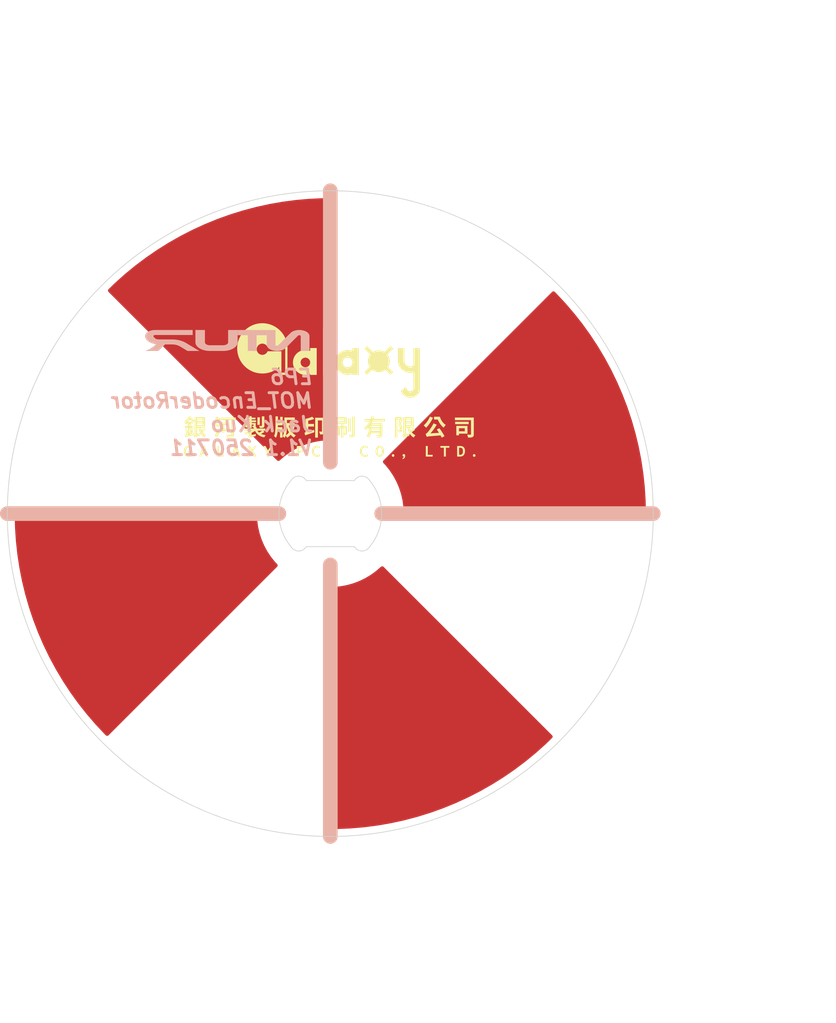
<source format=kicad_pcb>
(kicad_pcb (version 20240108) (generator "pcbnew") (generator_version "8.0")
  (title_block (title "MOT_EncoderRotor") (date "2025-07-11") (rev "1.1") (company "NTURacing") (comment 1 "Jack Kuo"))
  (layers (0 "F.Cu" signal) (31 "B.Cu" signal) (34 "B.Paste" user) (35 "F.Paste" user) (36 "B.SilkS" user "B.Silkscreen") (37 "F.SilkS" user "F.Silkscreen") (38 "B.Mask" user) (39 "F.Mask" user) (44 "Edge.Cuts" user))
  (net 0 "")
  (gr_line (start 123.499572 100) (end 142 100) (stroke (width 1)) (layer "B.SilkS"))
  (gr_poly (pts (xy 115.672076 88.499261) (xy 115.672672 88.51696) (xy 115.674448 88.534479) (xy 115.677383 88.551801) (xy 115.681459 88.568912) (xy 115.686657 88.585797) (xy 115.692958 88.60244) (xy 115.700343 88.618827) (xy 115.708791 88.634942) (xy 115.718286 88.650771) (xy 115.728806 88.666297) (xy 115.752848 88.696384) (xy 115.780766 88.725081) (xy 115.812405 88.752269) (xy 115.847613 88.777825) (xy 115.886236 88.80163) (xy 115.928123 88.823562) (xy 115.973119 88.8435) (xy 116.021071 88.861324) (xy 116.071826 88.876912) (xy 116.125232 88.890144) (xy 116.181135 88.900898) (xy 116.204858 88.904607) (xy 116.228594 88.907802) (xy 116.25233 88.910488) (xy 116.276054 88.912672) (xy 116.299753 88.91436) (xy 116.323415 88.915558) (xy 116.347026 88.916272) (xy 116.370576 88.916508) (xy 116.415131 88.915648) (xy 116.459221 88.913085) (xy 116.502728 88.908847) (xy 116.545536 88.902961) (xy 116.587527 88.895455) (xy 116.628584 88.886357) (xy 116.668589 88.875693) (xy 116.707424 88.863493) (xy 116.744973 88.849782) (xy 116.781117 88.834588) (xy 116.81574 88.81794) (xy 116.848724 88.799864) (xy 116.879952 88.780389) (xy 116.909305 88.759541) (xy 116.936667 88.737348) (xy 116.96192 88.713838) (xy 117.381814 88.294209) (xy 117.801443 87.874579) (xy 117.804509 87.87167) (xy 117.807653 87.868942) (xy 117.810869 87.866391) (xy 117.814152 87.864011) (xy 117.817497 87.861799) (xy 117.820899 87.859749) (xy 117.827856 87.856116) (xy 117.834981 87.853076) (xy 117.842236 87.85059) (xy 117.84958 87.84862) (xy 117.856972 87.847129) (xy 117.864375 87.846078) (xy 117.871746 87.845429) (xy 117.879047 87.845144) (xy 117.886238 87.845186) (xy 117.893278 87.845516) (xy 117.900128 87.846096) (xy 117.906748 87.846889) (xy 117.913097 87.847856) (xy 117.919365 87.849007) (xy 117.925719 87.850388) (xy 117.932093 87.852021) (xy 117.938419 87.853925) (xy 117.944628 87.856121) (xy 117.950653 87.858628) (xy 117.953575 87.860004) (xy 117.956426 87.861467) (xy 117.959197 87.863017) (xy 117.96188 87.864657) (xy 117.964465 87.866391) (xy 117.966946 87.86822) (xy 117.969312 87.870147) (xy 117.971556 87.872175) (xy 117.973669 87.874306) (xy 117.975643 87.876543) (xy 117.97747 87.878887) (xy 117.97914 87.881343) (xy 117.980645 87.883911) (xy 117.981977 87.886595) (xy 117.983127 87.889398) (xy 117.984088 87.892321) (xy 117.984849 87.895367) (xy 117.985404 87.898539) (xy 117.985743 87.90184) (xy 117.985857 87.905271) (xy 117.985857 88.916773) (xy 118.58117 88.916773) (xy 118.58117 87.905271) (xy 118.580574 87.887571) (xy 118.578799 87.870053) (xy 118.575864 87.852731) (xy 118.571788 87.83562) (xy 118.56659 87.818736) (xy 118.56029 87.802093) (xy 118.552907 87.785707) (xy 118.544459 87.769593) (xy 118.534967 87.753767) (xy 118.524449 87.738243) (xy 118.500412 87.708162) (xy 118.472503 87.679473) (xy 118.440875 87.652296) (xy 118.405681 87.626754) (xy 118.367075 87.602966) (xy 118.32521 87.581056) (xy 118.28024 87.561143) (xy 118.232318 87.54335) (xy 118.181597 87.527797) (xy 118.128233 87.514606) (xy 118.072376 87.503898) (xy 118.015206 87.495842) (xy 117.958054 87.490687) (xy 117.901155 87.488376) (xy 117.844744 87.48885) (xy 117.789054 87.492052) (xy 117.734322 87.497926) (xy 117.680783 87.506414) (xy 117.62867 87.517458) (xy 117.578219 87.531001) (xy 117.529665 87.546986) (xy 117.483243 87.565355) (xy 117.439187 87.586051) (xy 117.397732 87.609017) (xy 117.359114 87.634195) (xy 117.323567 87.661528) (xy 117.307019 87.675984) (xy 117.291326 87.690958) (xy 116.871697 88.110587) (xy 116.451804 88.530217) (xy 116.448737 88.533126) (xy 116.445593 88.535854) (xy 116.442378 88.538405) (xy 116.439095 88.540784) (xy 116.43575 88.542997) (xy 116.432347 88.545047) (xy 116.425391 88.54868) (xy 116.418265 88.55172) (xy 116.411011 88.554206) (xy 116.403667 88.556176) (xy 116.396274 88.557667) (xy 116.388872 88.558718) (xy 116.3815 88.559367) (xy 116.374199 88.559652) (xy 116.367009 88.55961) (xy 116.359968 88.55928) (xy 116.353118 88.5587) (xy 116.346499 88.557907) (xy 116.340149 88.55694) (xy 116.333882 88.555789) (xy 116.327527 88.554407) (xy 116.321153 88.552775) (xy 116.314828 88.550871) (xy 116.308618 88.548675) (xy 116.302593 88.546168) (xy 116.299671 88.544791) (xy 116.29682 88.543329) (xy 116.294049 88.541779) (xy 116.291367 88.540139) (xy 116.288781 88.538405) (xy 116.286301 88.536576) (xy 116.283934 88.534648) (xy 116.28169 88.532621) (xy 116.279577 88.53049) (xy 116.277603 88.528253) (xy 116.275777 88.525909) (xy 116.274107 88.523453) (xy 116.272601 88.520885) (xy 116.271269 88.518201) (xy 116.270119 88.515398) (xy 116.269159 88.512475) (xy 116.268397 88.509429) (xy 116.267843 88.506257) (xy 116.267504 88.502956) (xy 116.267389 88.499525) (xy 116.267389 87.488023) (xy 115.672076 87.488023)) (stroke (width -0.000001)) (fill solid) (layer "B.SilkS"))
  (gr_poly (pts (xy 113.687701 87.845211) (xy 114.382233 87.845211) (xy 114.382233 88.916773) (xy 114.977545 88.916773) (xy 114.977545 87.845211) (xy 115.672076 87.845211) (xy 115.672076 87.488023) (xy 113.687701 87.488023)) (stroke (width -0.000001)) (fill solid) (layer "B.SilkS"))
  (gr_poly (pts (xy 113.039472 88.325429) (xy 113.039032 88.335834) (xy 113.037727 88.346102) (xy 113.035578 88.356223) (xy 113.032606 88.366183) (xy 113.028833 88.37597) (xy 113.024279 88.38557) (xy 113.018968 88.394971) (xy 113.012919 88.404159) (xy 113.006154 88.413123) (xy 112.998695 88.42185) (xy 112.981778 88.438539) (xy 112.96234 88.454124) (xy 112.940551 88.468503) (xy 112.916583 88.481573) (xy 112.890605 88.493233) (xy 112.86279 88.50338) (xy 112.833308 88.511911) (xy 112.80233 88.518725) (xy 112.770027 88.523718) (xy 112.736569 88.526789) (xy 112.702129 88.527836) (xy 111.79593 88.527836) (xy 111.778598 88.527572) (xy 111.76149 88.526789) (xy 111.744627 88.5255) (xy 111.728032 88.523718) (xy 111.711726 88.521455) (xy 111.695729 88.518725) (xy 111.680064 88.515539) (xy 111.664751 88.511911) (xy 111.649812 88.507854) (xy 111.635269 88.50338) (xy 111.621142 88.498502) (xy 111.607454 88.493233) (xy 111.594225 88.487586) (xy 111.581477 88.481573) (xy 111.56923 88.475208) (xy 111.557508 88.468503) (xy 111.54633 88.46147) (xy 111.535719 88.454124) (xy 111.525696 88.446476) (xy 111.516281 88.438539) (xy 111.507497 88.430326) (xy 111.499364 88.42185) (xy 111.491905 88.413123) (xy 111.48514 88.404159) (xy 111.479091 88.394971) (xy 111.47378 88.38557) (xy 111.469226 88.37597) (xy 111.465453 88.366183) (xy 111.462481 88.356223) (xy 111.460332 88.346102) (xy 111.459027 88.335834) (xy 111.458587 88.325429) (xy 111.458587 87.488023) (xy 110.810622 87.488023) (xy 110.810622 88.325429) (xy 110.811907 88.355805) (xy 110.81572 88.385788) (xy 110.821999 88.415341) (xy 110.830681 88.444427) (xy 110.841704 88.473007) (xy 110.855006 88.501045) (xy 110.870523 88.528503) (xy 110.888195 88.555344) (xy 110.907958 88.58153) (xy 110.929749 88.607023) (xy 110.97917 88.655781) (xy 111.035958 88.70132) (xy 111.099614 88.743339) (xy 111.169638 88.781538) (xy 111.245531 88.815616) (xy 111.326795 88.845275) (xy 111.41293 88.870215) (xy 111.503437 88.890134) (xy 111.597816 88.904733) (xy 111.695569 88.913713) (xy 111.796196 88.916773) (xy 112.702129 88.916773) (xy 112.75277 88.916002) (xy 112.802756 88.913713) (xy 112.852022 88.909945) (xy 112.900508 88.904733) (xy 112.948151 88.898117) (xy 112.994888 88.890134) (xy 113.040656 88.880821) (xy 113.085394 88.870215) (xy 113.129039 88.858354) (xy 113.171529 88.845275) (xy 113.212801 88.831017) (xy 113.252793 88.815616) (xy 113.291442 88.799111) (xy 113.328686 88.781538) (xy 113.364463 88.762934) (xy 113.39871 88.743339) (xy 113.431365 88.722788) (xy 113.462366 88.70132) (xy 113.491649 88.678972) (xy 113.519154 88.655781) (xy 113.544816 88.631786) (xy 113.568574 88.607023) (xy 113.590366 88.58153) (xy 113.610129 88.555344) (xy 113.6278 88.528503) (xy 113.643318 88.501045) (xy 113.65662 88.473007) (xy 113.667643 88.444427) (xy 113.676325 88.415341) (xy 113.682603 88.385788) (xy 113.686416 88.355805) (xy 113.687701 88.325429) (xy 113.687701 87.488023) (xy 113.039472 87.488023)) (stroke (width -0.000001)) (fill solid) (layer "B.SilkS"))
  (gr_line (start 120 96.5) (end 120 77.999572) (stroke (width 1)) (layer "B.SilkS"))
  (gr_poly (pts (xy 108.030031 87.488556) (xy 107.995475 87.490137) (xy 107.961416 87.492741) (xy 107.927897 87.496342) (xy 107.894962 87.500913) (xy 107.862653 87.50643) (xy 107.831013 87.512866) (xy 107.800086 87.520195) (xy 107.769915 87.528391) (xy 107.740543 87.537429) (xy 107.712012 87.547282) (xy 107.684367 87.557926) (xy 107.65765 87.569333) (xy 107.631904 87.581478) (xy 107.607173 87.594336) (xy 107.5835 87.607879) (xy 107.560927 87.622083) (xy 107.539498 87.636922) (xy 107.519256 87.652369) (xy 107.500244 87.6684) (xy 107.482505 87.684987) (xy 107.466083 87.702105) (xy 107.451019 87.719728) (xy 107.437359 87.737831) (xy 107.425144 87.756387) (xy 107.414418 87.775371) (xy 107.405223 87.794756) (xy 107.397604 87.814518) (xy 107.391603 87.834629) (xy 107.387263 87.855065) (xy 107.384627 87.875798) (xy 107.383739 87.896804) (xy 107.383739 87.904742) (xy 107.384659 87.929912) (xy 107.38739 87.954804) (xy 107.391896 87.979396) (xy 107.398137 88.003665) (xy 107.406076 88.027587) (xy 107.415673 88.05114) (xy 107.426891 88.0743) (xy 107.43969 88.097044) (xy 107.454033 88.11935) (xy 107.469881 88.141194) (xy 107.505936 88.183404) (xy 107.54755 88.22349) (xy 107.594414 88.261268) (xy 107.64622 88.296553) (xy 107.70266 88.32916) (xy 107.763428 88.358906) (xy 107.828214 88.385605) (xy 107.896713 88.409074) (xy 107.968614 88.429127) (xy 108.043612 88.445581) (xy 108.121398 88.45825) (xy 108.082701 88.495941) (xy 108.043026 88.532505) (xy 108.0024 88.567927) (xy 107.96085 88.602188) (xy 107.918402 88.635272) (xy 107.875083 88.667163) (xy 107.83092 88.697844) (xy 107.78594 88.727298) (xy 107.740168 88.755509) (xy 107.693633 88.78246) (xy 107.646361 88.808135) (xy 107.598379 88.832516) (xy 107.549712 88.855587) (xy 107.500389 88.877331) (xy 107.450436 88.897732) (xy 107.399879 88.916773) (xy 108.295495 88.916773) (xy 108.739994 88.472273) (xy 109.214392 88.472273) (xy 109.252985 88.472838) (xy 109.29124 88.474524) (xy 109.329104 88.477319) (xy 109.366523 88.481207) (xy 109.403445 88.486175) (xy 109.439815 88.492211) (xy 109.475582 88.4993) (xy 109.510692 88.507429) (xy 109.545092 88.516585) (xy 109.578729 88.526753) (xy 109.611549 88.53792) (xy 109.643501 88.550073) (xy 109.674529 88.563198) (xy 109.704583 88.577281) (xy 109.733607 88.592309) (xy 109.76155 88.608269) (xy 110.275635 88.916773) (xy 111.080233 88.916773) (xy 110.163716 88.366969) (xy 110.115226 88.339247) (xy 110.064866 88.313148) (xy 110.012729 88.288695) (xy 109.958903 88.26591) (xy 109.903482 88.244817) (xy 109.846554 88.225438) (xy 109.78821 88.207796) (xy 109.728542 88.191914) (xy 109.66764 88.177815) (xy 109.605595 88.165521) (xy 109.542497 88.155056) (xy 109.478437 88.146443) (xy 109.413506 88.139704) (xy 109.347794 88.134862) (xy 109.281392 88.13194) (xy 109.214391 88.130961) (xy 108.32989 88.130961) (xy 108.310511 88.130665) (xy 108.291384 88.129789) (xy 108.272533 88.128347) (xy 108.253981 88.126352) (xy 108.235753 88.123819) (xy 108.217871 88.120763) (xy 108.20036 88.117198) (xy 108.183245 88.113138) (xy 108.166547 88.108599) (xy 108.150292 88.103593) (xy 108.134504 88.098136) (xy 108.119205 88.092242) (xy 108.10442 88.085925) (xy 108.090174 88.0792) (xy 108.076488 88.072082) (xy 108.063388 88.064583) (xy 108.050898 88.05672) (xy 108.03904 88.048506) (xy 108.02784 88.039955) (xy 108.01732 88.031083) (xy 108.007505 88.021903) (xy 107.998418 88.01243) (xy 107.990083 88.002678) (xy 107.982525 87.992662) (xy 107.975767 87.982396) (xy 107.969832 87.971894) (xy 107.964745 87.961171) (xy 107.96053 87.950241) (xy 107.957209 87.939119) (xy 107.954808 87.927819) (xy 107.95335 87.916355) (xy 107.952859 87.904742) (xy 107.952859 87.896804) (xy 107.953009 87.893398) (xy 107.953453 87.890029) (xy 107.954184 87.886703) (xy 107.955194 87.883422) (xy 107.956476 87.880193) (xy 107.958021 87.877019) (xy 107.959822 87.873906) (xy 107.961871 87.870858) (xy 107.96416 87.86788) (xy 107.966682 87.864977) (xy 107.972392 87.859411) (xy 107.978939 87.854199) (xy 107.986262 87.849378) (xy 107.994297 87.844984) (xy 108.002984 87.841056) (xy 108.01226 87.837629) (xy 108.022063 87.834743) (xy 108.032331 87.832433) (xy 108.043002 87.830737) (xy 108.054014 87.829692) (xy 108.065305 87.829335) (xy 110.625149 87.829335) (xy 110.625149 87.488023) (xy 108.065041 87.488023)) (stroke (width -0.000001)) (fill solid) (layer "B.SilkS"))
  (gr_line (start 120 103.5) (end 120 122.000428) (stroke (width 1)) (layer "B.SilkS"))
  (gr_line (start 116.500428 100) (end 98 100) (stroke (width 1)) (layer "B.SilkS"))
  (gr_poly (pts (xy 120.110403 95.391803) (xy 120.12743 95.39263) (xy 120.143591 95.393982) (xy 120.158908 95.395841) (xy 120.173402 95.398184) (xy 120.187093 95.400992) (xy 120.200002 95.404243) (xy 120.212151 95.407918) (xy 120.223559 95.411995) (xy 120.234247 95.416455) (xy 120.244238 95.421276) (xy 120.25355 95.426438) (xy 120.262205 95.43192) (xy 120.270224 95.437702) (xy 120.277628 95.443763) (xy 120.284437 95.450083) (xy 120.290672 95.456642) (xy 120.296354 95.463417) (xy 120.301504 95.47039) (xy 120.306143 95.477539) (xy 120.310291 95.484844) (xy 120.313969 95.492285) (xy 120.319999 95.507489) (xy 120.3244 95.522988) (xy 120.327337 95.538616) (xy 120.328977 95.55421) (xy 120.329487 95.569604) (xy 120.329321 95.577979) (xy 120.328823 95.586221) (xy 120.327993 95.59433) (xy 120.326833 95.602303) (xy 120.325343 95.61014) (xy 120.323523 95.617838) (xy 120.321373 95.625397) (xy 120.318895 95.632813) (xy 120.316088 95.640087) (xy 120.312954 95.647216) (xy 120.309492 95.654199) (xy 120.305704 95.661035) (xy 120.30159 95.667721) (xy 120.29715 95.674256) (xy 120.292385 95.680639) (xy 120.287295 95.686868) (xy 120.284262 95.690338) (xy 120.281143 95.693737) (xy 120.277939 95.697064) (xy 120.274648 95.700318) (xy 120.271271 95.703501) (xy 120.267808 95.706611) (xy 120.26426 95.709648) (xy 120.260625 95.712612) (xy 120.256904 95.715502) (xy 120.253098 95.718318) (xy 120.249205 95.72106) (xy 120.245226 95.723728) (xy 120.241162 95.72632) (xy 120.237011 95.728838) (xy 120.232774 95.73128) (xy 120.228452 95.733646) (xy 120.244322 95.740353) (xy 120.259178 95.747693) (xy 120.266225 95.751601) (xy 120.273017 95.755666) (xy 120.279556 95.759888) (xy 120.285839 95.764268) (xy 120.291869 95.768805) (xy 120.297643 95.7735) (xy 120.303162 95.778351) (xy 120.308427 95.783358) (xy 120.313435 95.788522) (xy 120.318189 95.793843) (xy 120.322687 95.799319) (xy 120.326929 95.804951) (xy 120.330915 95.810739) (xy 120.334646 95.816682) (xy 120.33812 95.822781) (xy 120.341337 95.829035) (xy 120.344298 95.835443) (xy 120.347003 95.842006) (xy 120.34945 95.848724) (xy 120.351641 95.855596) (xy 120.353575 95.862622) (xy 120.355251 95.869802) (xy 120.35667 95.877136) (xy 120.357831 95.884623) (xy 120.358734 95.892263) (xy 120.35938 95.900057) (xy 120.359767 95.908004) (xy 120.359896 95.916103) (xy 120.359671 95.927101) (xy 120.358994 95.937816) (xy 120.357868 95.948247) (xy 120.356292 95.958392) (xy 120.354268 95.968249) (xy 120.351796 95.977817) (xy 120.348877 95.987094) (xy 120.345512 95.996078) (xy 120.341701 96.004767) (xy 120.337445 96.013161) (xy 120.332744 96.021257) (xy 120.3276 96.029053) (xy 120.322014 96.036549) (xy 120.315985 96.043742) (xy 120.309515 96.050631) (xy 120.302605 96.057214) (xy 120.298034 96.061298) (xy 120.293369 96.065213) (xy 120.288614 96.06896) (xy 120.283768 96.072538) (xy 120.278833 96.075945) (xy 120.273811 96.079181) (xy 120.268702 96.082245) (xy 120.263509 96.085136) (xy 120.258232 96.087854) (xy 120.252872 96.090397) (xy 120.247433 96.092765) (xy 120.241913 96.094957) (xy 120.236315 96.096971) (xy 120.230641 96.098808) (xy 120.224891 96.100467) (xy 120.219067 96.101946) (xy 120.213322 96.103189) (xy 120.207196 96.10435) (xy 120.193788 96.106432) (xy 120.178813 96.108191) (xy 120.162244 96.109628) (xy 120.144051 96.110744) (xy 120.124204 96.111541) (xy 120.102677 96.112018) (xy 120.079438 96.112177) (xy 119.892818 96.112177) (xy 119.891786 96.112151) (xy 119.890768 96.112074) (xy 119.889764 96.111946) (xy 119.888777 96.11177) (xy 119.887807 96.111547) (xy 119.886856 96.111277) (xy 119.885925 96.110963) (xy 119.885014 96.110605) (xy 119.884127 96.110204) (xy 119.883263 96.109763) (xy 119.882423 96.109281) (xy 119.881611 96.108761) (xy 119.880825 96.108204) (xy 119.880068 96.10761) (xy 119.879341 96.106982) (xy 119.878646 96.10632) (xy 119.877982 96.105626) (xy 119.877353 96.104902) (xy 119.876758 96.104147) (xy 119.8762 96.103364) (xy 119.875679 96.102554) (xy 119.875197 96.101717) (xy 119.874755 96.100857) (xy 119.874354 96.099972) (xy 119.873995 96.099066) (xy 119.873681 96.098139) (xy 119.873411 96.097192) (xy 119.873187 96.096227) (xy 119.873011 96.095245) (xy 119.872884 96.094247) (xy 119.872807 96.093235) (xy 119.872781 96.092209) (xy 119.872781 95.993643) (xy 120.007824 95.993643) (xy 120.073653 95.993643) (xy 120.086896 95.993529) (xy 120.09921 95.993199) (xy 120.110629 95.992669) (xy 120.121187 95.991957) (xy 120.130917 95.991079) (xy 120.139854 95.990052) (xy 120.14803 95.988894) (xy 120.155479 95.987619) (xy 120.162236 95.986247) (xy 120.168333 95.984793) (xy 120.173805 95.983274) (xy 120.178686 95.981707) (xy 120.186805 95.978498) (xy 120.192962 95.975299) (xy 120.194556 95.974298) (xy 120.196099 95.973242) (xy 120.19759 95.97213) (xy 120.199028 95.970961) (xy 120.200415 95.969735) (xy 120.201751 95.968452) (xy 120.203035 95.967112) (xy 120.204267 95.965715) (xy 120.205448 95.964261) (xy 120.206578 95.962748) (xy 120.207657 95.961178) (xy 120.208684 95.959549) (xy 120.209661 95.957862) (xy 120.210586 95.956116) (xy 120.211461 95.954311) (xy 120.212285 95.952447) (xy 120.213059 95.950524) (xy 120.213781 95.948542) (xy 120.214454 95.946499) (xy 120.215076 95.944397) (xy 120.215648 95.942234) (xy 120.216169 95.940011) (xy 120.216641 95.937727) (xy 120.217062 95.935383) (xy 120.217755 95.93051) (xy 120.218249 95.925392) (xy 120.218545 95.920025) (xy 120.218644 95.914409) (xy 120.218454 95.907561) (xy 120.217885 95.900906) (xy 120.216935 95.894441) (xy 120.215602 95.888164) (xy 120.213887 95.882072) (xy 120.211787 95.876164) (xy 120.209301 95.870437) (xy 120.206429 95.864888) (xy 120.203169 95.859515) (xy 120.19952 95.854316) (xy 120.195481 95.849289) (xy 120.191051 95.84443) (xy 120.186229 95.839738) (xy 120.181013 95.83521) (xy 120.175403 95.830844) (xy 120.169397 95.826638) (xy 120.162641 95.822368) (xy 120.155552 95.81837) (xy 120.148132 95.814645) (xy 120.140383 95.811192) (xy 120.132307 95.808012) (xy 120.123907 95.805106) (xy 120.115185 95.802475) (xy 120.106143 95.800118) (xy 120.096784 95.798037) (xy 120.087109 95.796231) (xy 120.077122 95.794702) (xy 120.066824 95.79345) (xy 120.056217 95.792475) (xy 120.045305 95.791778) (xy 120.034088 95.791359) (xy 120.02257 95.79122) (xy 120.007824 95.79122) (xy 120.007824 95.993643) (xy 119.872781 95.993643) (xy 119.872781 95.68595) (xy 120.007824 95.68595) (xy 120.021088 95.68595) (xy 120.036716 95.685738) (xy 120.051367 95.685118) (xy 120.065074 95.684111) (xy 120.077867 95.682741) (xy 120.089778 95.681029) (xy 120.100838 95.678999) (xy 120.11108 95.676673) (xy 120.120534 95.674074) (xy 120.129233 95.671223) (xy 120.137207 95.668144) (xy 120.144488 95.664859) (xy 120.151107 95.66139) (xy 120.157097 95.65776) (xy 120.162488 95.653992) (xy 120.167312 95.650108) (xy 120.171601 95.64613) (xy 120.175386 95.642082) (xy 120.178699 95.637985) (xy 120.18157 95.633863) (xy 120.184032 95.629737) (xy 120.187854 95.621565) (xy 120.190415 95.61365) (xy 120.191969 95.606171) (xy 120.192767 95.59931) (xy 120.193103 95.58816) (xy 120.193 95.582496) (xy 120.192689 95.577092) (xy 120.192171 95.571945) (xy 120.191445 95.567055) (xy 120.190511 95.56242) (xy 120.189367 95.558038) (xy 120.188015 95.553906) (xy 120.186453 95.550025) (xy 120.184681 95.546392) (xy 120.182699 95.543005) (xy 120.180505 95.539863) (xy 120.178101 95.536964) (xy 120.175485 95.534306) (xy 120.172656 95.531888) (xy 120.169616 95.529708) (xy 120.166362 95.527765) (xy 120.163323 95.526228) (xy 120.159763 95.524671) (xy 120.155639 95.523111) (xy 120.150911 95.521563) (xy 120.145538 95.520046) (xy 120.139479 95.518573) (xy 120.132694 95.517163) (xy 120.12514 95.515832) (xy 120.116778 95.514596) (xy 120.107567 95.513471) (xy 120.097465 95.512474) (xy 120.086432 95.511622) (xy 120.074426 95.51093) (xy 120.061407 95.510416) (xy 120.047334 95.510096) (xy 120.032166 95.509985) (xy 120.007824 95.509985) (xy 120.007824 95.68595) (xy 119.872781 95.68595) (xy 119.872781 95.41149) (xy 119.872807 95.410464) (xy 119.872884 95.409451) (xy 119.873011 95.408454) (xy 119.873187 95.407471) (xy 119.873411 95.406506) (xy 119.873681 95.40556) (xy 119.873995 95.404632) (xy 119.874354 95.403726) (xy 119.874755 95.402842) (xy 119.875197 95.401981) (xy 119.875679 95.401145) (xy 119.8762 95.400335) (xy 119.876758 95.399552) (xy 119.877353 95.398797) (xy 119.877982 95.398072) (xy 119.878646 95.397378) (xy 119.879341 95.396717) (xy 119.880068 95.396089) (xy 119.880825 95.395495) (xy 119.881611 95.394938) (xy 119.882423 95.394418) (xy 119.883263 95.393937) (xy 119.884127 95.393495) (xy 119.885014 95.393095) (xy 119.885925 95.392737) (xy 119.886856 95.392422) (xy 119.887807 95.392153) (xy 119.888777 95.391929) (xy 119.889764 95.391753) (xy 119.890768 95.391626) (xy 119.891786 95.391549) (xy 119.892818 95.391523) (xy 120.092491 95.391523)) (stroke (width -0.000001)) (fill solid) (layer "F.SilkS"))
  (gr_poly (pts (xy 129.8065 95.967275) (xy 129.810269 95.967482) (xy 129.813915 95.967828) (xy 129.817436 95.968311) (xy 129.820834 95.968932) (xy 129.824108 95.969692) (xy 129.827258 95.970589) (xy 129.830284 95.971625) (xy 129.833186 95.972798) (xy 129.835964 95.97411) (xy 129.838619 95.97556) (xy 129.84115 95.977148) (xy 129.843557 95.978874) (xy 129.845841 95.980738) (xy 129.848001 95.98274) (xy 129.850037 95.98488) (xy 129.851949 95.987159) (xy 129.853739 95.989575) (xy 129.855404 95.99213) (xy 129.856946 95.994822) (xy 129.858364 95.997653) (xy 129.859659 96.000621) (xy 129.860831 96.003728) (xy 129.861879 96.006973) (xy 129.862804 96.010356) (xy 129.863605 96.013877) (xy 129.864283 96.017536) (xy 129.864838 96.021333) (xy 129.865269 96.025268) (xy 129.865577 96.029342) (xy 129.865762 96.033553) (xy 129.865823 96.037902) (xy 129.865577 96.046451) (xy 129.864838 96.054449) (xy 129.864283 96.058241) (xy 129.863605 96.061896) (xy 129.862804 96.065413) (xy 129.861879 96.068792) (xy 129.860831 96.072033) (xy 129.859659 96.075137) (xy 129.858364 96.078102) (xy 129.856946 96.08093) (xy 129.855404 96.08362) (xy 129.853739 96.086173) (xy 129.851949 96.088587) (xy 129.850037 96.090863) (xy 129.848001 96.093002) (xy 129.845841 96.095003) (xy 129.843557 96.096866) (xy 129.84115 96.098591) (xy 129.838619 96.100178) (xy 129.835964 96.101627) (xy 129.833186 96.102938) (xy 129.830284 96.104111) (xy 129.827258 96.105146) (xy 129.824108 96.106044) (xy 129.820834 96.106803) (xy 129.817436 96.107424) (xy 129.813915 96.107907) (xy 129.810269 96.108252) (xy 129.8065 96.10846) (xy 129.802606 96.108529) (xy 129.798472 96.10846) (xy 129.794468 96.108252) (xy 129.790597 96.107907) (xy 129.786856 96.107424) (xy 129.783247 96.106803) (xy 129.77977 96.106044) (xy 129.776424 96.105146) (xy 129.773209 96.104111) (xy 129.770126 96.102938) (xy 129.767174 96.101627) (xy 129.764353 96.100178) (xy 129.761664 96.098591) (xy 129.759106 96.096866) (xy 129.756679 96.095003) (xy 129.754383 96.093002) (xy 129.752219 96.090863) (xy 129.750186 96.088587) (xy 129.748285 96.086173) (xy 129.746514 96.08362) (xy 129.744875 96.08093) (xy 129.743367 96.078102) (xy 129.74199 96.075137) (xy 129.740745 96.072033) (xy 129.73963 96.068792) (xy 129.738647 96.065413) (xy 129.737795 96.061896) (xy 129.737074 96.058241) (xy 129.736484 96.054449) (xy 129.736025 96.050519) (xy 129.735698 96.046451) (xy 129.735501 96.042246) (xy 129.735436 96.037902) (xy 129.735698 96.029342) (xy 129.736025 96.025268) (xy 129.736484 96.021333) (xy 129.737074 96.017536) (xy 129.737795 96.013877) (xy 129.738647 96.010356) (xy 129.73963 96.006973) (xy 129.740745 96.003728) (xy 129.74199 96.000621) (xy 129.743367 95.997653) (xy 129.744875 95.994822) (xy 129.746514 95.99213) (xy 129.748285 95.989575) (xy 129.750186 95.987159) (xy 129.752219 95.98488) (xy 129.754383 95.98274) (xy 129.756679 95.980738) (xy 129.759106 95.978874) (xy 129.761664 95.977148) (xy 129.764353 95.97556) (xy 129.767174 95.97411) (xy 129.770126 95.972798) (xy 129.773209 95.971625) (xy 129.776424 95.970589) (xy 129.77977 95.969692) (xy 129.783247 95.968932) (xy 129.786856 95.968311) (xy 129.790597 95.967828) (xy 129.794468 95.967482) (xy 129.798472 95.967275) (xy 129.802606 95.967206)) (stroke (width -0.000001)) (fill solid) (layer "F.SilkS"))
  (gr_poly (pts (xy 119.623015 94.387537) (xy 119.622807 94.403962) (xy 119.622159 94.419691) (xy 119.621037 94.434728) (xy 119.619408 94.449078) (xy 119.617236 94.462747) (xy 119.614487 94.475739) (xy 119.611127 94.488059) (xy 119.607122 94.499712) (xy 119.602438 94.510702) (xy 119.597039 94.521035) (xy 119.590892 94.530716) (xy 119.583962 94.539749) (xy 119.576216 94.548139) (xy 119.567618 94.55589) (xy 119.558135 94.563009) (xy 119.547732 94.5695) (xy 119.536331 94.575352) (xy 119.524476 94.580576) (xy 119.512154 94.585206) (xy 119.49935 94.589277) (xy 119.48605 94.592823) (xy 119.47224 94.595879) (xy 119.457907 94.59848) (xy 119.443036 94.60066) (xy 119.427614 94.602453) (xy 119.411627 94.603896) (xy 119.39506 94.605021) (xy 119.377899 94.605864) (xy 119.341743 94.606842) (xy 119.303046 94.607106) (xy 119.30129 94.59641) (xy 119.298986 94.584979) (xy 119.296177 94.572923) (xy 119.292903 94.560353) (xy 119.285126 94.534112) (xy 119.275987 94.507138) (xy 119.265816 94.480312) (xy 119.254944 94.454518) (xy 119.249348 94.442283) (xy 119.243701 94.430636) (xy 119.238044 94.419689) (xy 119.232419 94.409551) (xy 119.286249 94.411305) (xy 119.336136 94.412205) (xy 119.403445 94.412584) (xy 119.407652 94.412219) (xy 119.41147 94.411699) (xy 119.414918 94.411014) (xy 119.416507 94.410607) (xy 119.41801 94.410156) (xy 119.419427 94.409659) (xy 119.420762 94.409114) (xy 119.422016 94.408522) (xy 119.423191 94.40788) (xy 119.424289 94.407188) (xy 119.425313 94.406444) (xy 119.426263 94.405648) (xy 119.427143 94.404797) (xy 119.427954 94.403891) (xy 119.428698 94.402929) (xy 119.429378 94.401909) (xy 119.429994 94.400831) (xy 119.43055 94.399692) (xy 119.431046 94.398493) (xy 119.431486 94.397231) (xy 119.431872 94.395906) (xy 119.432204 94.394516) (xy 119.432486 94.393061) (xy 119.432904 94.389948) (xy 119.433144 94.386558) (xy 119.43322 94.382881) (xy 119.43322 93.651855) (xy 119.157066 93.651855) (xy 119.157066 94.822018) (xy 118.968894 94.822018) (xy 118.968894 93.466787) (xy 119.623015 93.466787)) (stroke (width -0.000001)) (fill solid) (layer "F.SilkS"))
  (gr_poly (pts (xy 121.124239 93.876143) (xy 120.510899 93.876143) (xy 120.510899 93.935833) (xy 120.509863 94.032221) (xy 120.506128 94.137073) (xy 120.498755 94.247373) (xy 120.49341 94.303622) (xy 120.486804 94.360102) (xy 120.478819 94.416434) (xy 120.469337 94.472242) (xy 120.458242 94.527148) (xy 120.445415 94.580775) (xy 120.430739 94.632747) (xy 120.414097 94.682684) (xy 120.395371 94.730212) (xy 120.374445 94.774951) (xy 120.368657 94.768833) (xy 120.361954 94.762282) (xy 120.354451 94.755381) (xy 120.346263 94.748213) (xy 120.337505 94.74086) (xy 120.328292 94.733406) (xy 120.308961 94.718524) (xy 120.289189 94.704231) (xy 120.269898 94.69119) (xy 120.26072 94.685347) (xy 120.252008 94.680064) (xy 120.243875 94.675426) (xy 120.236438 94.671516) (xy 120.254472 94.631017) (xy 120.270427 94.588544) (xy 120.284428 94.544364) (xy 120.296603 94.498741) (xy 120.307077 94.451944) (xy 120.315978 94.404239) (xy 120.323431 94.355891) (xy 120.329562 94.307168) (xy 120.334499 94.258335) (xy 120.338368 94.20966) (xy 120.343406 94.113848) (xy 120.345687 94.021861) (xy 120.346223 93.935833) (xy 120.346223 93.709915) (xy 120.510899 93.709915) (xy 120.948485 93.709915) (xy 120.948485 93.584467) (xy 120.510899 93.584467) (xy 120.510899 93.709915) (xy 120.346223 93.709915) (xy 120.346223 93.41972) (xy 121.124239 93.41972)) (stroke (width -0.000001)) (fill solid) (layer "F.SilkS"))
  (gr_poly (pts (xy 120.118727 95.412142) (xy 120.143318 95.413995) (xy 120.166213 95.417083) (xy 120.187413 95.421406) (xy 120.206917 95.426963) (xy 120.216034 95.430205) (xy 120.224726 95.433756) (xy 120.232995 95.437615) (xy 120.24084 95.441783) (xy 120.248261 95.446259) (xy 120.255258 95.451044) (xy 120.261831 95.456138) (xy 120.26798 95.46154) (xy 120.273705 95.467251) (xy 120.279006 95.473271) (xy 120.283883 95.479599) (xy 120.288335 95.486236) (xy 120.292364 95.493181) (xy 120.295969 95.500434) (xy 120.29915 95.507997) (xy 120.301907 95.515867) (xy 120.30424 95.524046) (xy 120.306148 95.532534) (xy 120.307633 95.54133) (xy 120.308693 95.550435) (xy 120.309329 95.559848) (xy 120.309541 95.569569) (xy 120.309395 95.577071) (xy 120.308956 95.584442) (xy 120.308224 95.591682) (xy 120.3072 95.598792) (xy 120.305883 95.605771) (xy 120.304273 95.61262) (xy 120.30237 95.619338) (xy 120.300175 95.625925) (xy 120.297687 95.632381) (xy 120.294907 95.638707) (xy 120.291833 95.644903) (xy 120.288467 95.650968) (xy 120.284809 95.656902) (xy 120.280857 95.662705) (xy 120.276613 95.668378) (xy 120.272076 95.67392) (xy 120.267303 95.679286) (xy 120.262297 95.684457) (xy 120.257057 95.689431) (xy 120.251584 95.69421) (xy 120.245878 95.698793) (xy 120.239939 95.703178) (xy 120.233767 95.707367) (xy 120.227362 95.711358) (xy 120.220723 95.715152) (xy 120.213851 95.718748) (xy 120.206746 95.722146) (xy 120.199408 95.725345) (xy 120.191837 95.728345) (xy 120.184033 95.731147) (xy 120.175995 95.733748) (xy 120.167725 95.73615) (xy 120.188576 95.741404) (xy 120.20808 95.747455) (xy 120.226239 95.754304) (xy 120.243053 95.76195) (xy 120.25852 95.770395) (xy 120.26575 95.774917) (xy 120.272642 95.779639) (xy 120.279199 95.78456) (xy 120.285419 95.789682) (xy 120.291303 95.795003) (xy 120.29685 95.800523) (xy 120.302061 95.806244) (xy 120.306936 95.812165) (xy 120.311475 95.818285) (xy 120.315677 95.824606) (xy 120.319543 95.831126) (xy 120.323073 95.837847) (xy 120.326267 95.844768) (xy 120.329124 95.851889) (xy 120.331645 95.85921) (xy 120.33383 95.866732) (xy 120.335679 95.874453) (xy 120.337191 95.882375) (xy 120.338368 95.890498) (xy 120.339208 95.89882) (xy 120.33988 95.916067) (xy 120.339683 95.926011) (xy 120.33909 95.935682) (xy 120.338101 95.94508) (xy 120.336718 95.954204) (xy 120.334938 95.963055) (xy 120.332763 95.971632) (xy 120.330192 95.979935) (xy 120.327225 95.987963) (xy 120.323861 95.995717) (xy 120.320102 96.003196) (xy 120.315947 96.0104) (xy 120.311395 96.01733) (xy 120.306446 96.023983) (xy 120.301101 96.030362) (xy 120.29536 96.036464) (xy 120.289221 96.042291) (xy 120.285096 96.045995) (xy 120.280897 96.04954) (xy 120.276624 96.052927) (xy 120.272278 96.056154) (xy 120.267858 96.059222) (xy 120.263366 96.062131) (xy 120.258801 96.06488) (xy 120.254164 96.06747) (xy 120.249455 96.069901) (xy 120.244674 96.072171) (xy 120.239822 96.074282) (xy 120.234899 96.076233) (xy 120.229905 96.078024) (xy 120.224841 96.079655) (xy 120.219707 96.081126) (xy 120.214503 96.082437) (xy 120.209052 96.083616) (xy 120.203205 96.084719) (xy 120.190317 96.086697) (xy 120.175836 96.08837) (xy 120.159761 96.089739) (xy 120.142088 96.090804) (xy 120.122815 96.091565) (xy 120.10194 96.092021) (xy 120.079459 96.092173) (xy 119.89277 96.092173) (xy 119.89277 96.013646) (xy 119.987808 96.013646) (xy 120.073674 96.013646) (xy 120.096256 96.013315) (xy 120.117013 96.012322) (xy 120.135944 96.010665) (xy 120.144725 96.009588) (xy 120.153049 96.008345) (xy 120.160917 96.006936) (xy 120.168329 96.00536) (xy 120.175284 96.003618) (xy 120.181783 96.001709) (xy 120.187825 95.999634) (xy 120.193411 95.997392) (xy 120.198541 95.994983) (xy 120.203214 95.992408) (xy 120.205389 95.99105) (xy 120.207496 95.989623) (xy 120.209533 95.988126) (xy 120.211502 95.98656) (xy 120.213402 95.984925) (xy 120.215234 95.98322) (xy 120.216996 95.981445) (xy 120.21869 95.979601) (xy 120.220315 95.977687) (xy 120.221872 95.975704) (xy 120.223359 95.973651) (xy 120.224777 95.971529) (xy 120.226127 95.969337) (xy 120.227407 95.967075) (xy 120.228619 95.964744) (xy 120.229761 95.962343) (xy 120.230835 95.959872) (xy 120.231839 95.957332) (xy 120.232774 95.954722) (xy 120.23364 95.952042) (xy 120.234437 95.949293) (xy 120.235165 95.946474) (xy 120.235824 95.943585) (xy 120.236413 95.940626) (xy 120.237384 95.934499) (xy 120.238078 95.928094) (xy 120.238495 95.921409) (xy 120.238634 95.914444) (xy 120.238406 95.906334) (xy 120.237724 95.898434) (xy 120.236587 95.890744) (xy 120.234996 95.883264) (xy 120.232949 95.875995) (xy 120.230448 95.868936) (xy 120.227492 95.862088) (xy 120.224081 95.855451) (xy 120.220216 95.849024) (xy 120.215896 95.842809) (xy 120.211121 95.836804) (xy 120.205891 95.831011) (xy 120.200207 95.825429) (xy 120.194067 95.820058) (xy 120.187473 95.814899) (xy 120.180425 95.809951) (xy 120.173011 95.805261) (xy 120.165271 95.800873) (xy 120.157202 95.796788) (xy 120.148807 95.793005) (xy 120.140084 95.789525) (xy 120.131034 95.786347) (xy 120.121656 95.783472) (xy 120.111951 95.7809) (xy 120.101918 95.77863) (xy 120.091558 95.776663) (xy 120.08087 95.774999) (xy 120.069856 95.773637) (xy 120.058513 95.772578) (xy 120.046844 95.771821) (xy 120.034847 95.771368) (xy 120.022522 95.771216) (xy 119.987808 95.771216) (xy 119.987808 96.013646) (xy 119.89277 96.013646) (xy 119.89277 95.705952) (xy 119.987808 95.705952) (xy 120.021111 95.705952) (xy 120.044346 95.705492) (xy 120.066083 95.704113) (xy 120.086321 95.701814) (xy 120.105061 95.698596) (xy 120.122303 95.694457) (xy 120.138046 95.689399) (xy 120.15229 95.68342) (xy 120.165035 95.676522) (xy 120.170845 95.672727) (xy 120.176281 95.668703) (xy 120.181341 95.664448) (xy 120.186027 95.659964) (xy 120.190339 95.655249) (xy 120.194275 95.650304) (xy 120.197837 95.645129) (xy 120.201023 95.639724) (xy 120.203835 95.634089) (xy 120.206272 95.628223) (xy 120.208334 95.622127) (xy 120.210022 95.615801) (xy 120.211334 95.609245) (xy 120.212271 95.602459) (xy 120.212834 95.595442) (xy 120.213021 95.588195) (xy 120.212876 95.581119) (xy 120.212442 95.574335) (xy 120.211718 95.567843) (xy 120.210705 95.561645) (xy 120.209402 95.55574) (xy 120.207808 95.550129) (xy 120.205925 95.54481) (xy 120.203752 95.539785) (xy 120.201288 95.535054) (xy 120.198535 95.530616) (xy 120.19549 95.526472) (xy 120.192156 95.522622) (xy 120.18853 95.519065) (xy 120.184614 95.515803) (xy 120.180407 95.512835) (xy 120.175909 95.510161) (xy 120.170995 95.507725) (xy 120.165538 95.505445) (xy 120.159538 95.503321) (xy 120.152997 95.501352) (xy 120.145912 95.499541) (xy 120.138286 95.497885) (xy 120.130117 95.496386) (xy 120.121405 95.495044) (xy 120.112151 95.49386) (xy 120.102355 95.492832) (xy 120.092017 95.491962) (xy 120.081136 95.49125) (xy 120.069712 95.490696) (xy 120.057746 95.490299) (xy 120.045238 95.490062) (xy 120.032188 95.489982) (xy 119.987808 95.489982) (xy 119.987808 95.705952) (xy 119.89277 95.705952) (xy 119.89277 95.411525) (xy 120.092442 95.411525)) (stroke (width -0.000001)) (fill solid) (layer "F.SilkS"))
  (gr_poly (pts (xy 129.773961 94.588381) (xy 129.773732 94.60779) (xy 129.773017 94.626063) (xy 129.771771 94.64324) (xy 129.769952 94.65936) (xy 129.767517 94.674461) (xy 129.764421 94.688582) (xy 129.760621 94.701762) (xy 129.756074 94.71404) (xy 129.750737 94.725455) (xy 129.744566 94.736046) (xy 129.737518 94.745851) (xy 129.729549 94.754909) (xy 129.720616 94.76326) (xy 129.710676 94.770942) (xy 129.699685 94.777993) (xy 129.687599 94.784454) (xy 129.675124 94.790306) (xy 129.661797 94.795527) (xy 129.647614 94.80015) (xy 129.632571 94.804207) (xy 129.616663 94.807729) (xy 129.599886 94.810751) (xy 129.582235 94.813304) (xy 129.563705 94.81542) (xy 129.544292 94.817131) (xy 129.523991 94.818471) (xy 129.502799 94.819471) (xy 129.480709 94.820163) (xy 129.433823 94.820756) (xy 129.383295 94.820508) (xy 129.381878 94.809793) (xy 129.379978 94.798305) (xy 129.374868 94.773452) (xy 129.368243 94.746833) (xy 129.360382 94.719332) (xy 129.351561 94.69183) (xy 129.34206 94.665211) (xy 129.332155 94.640359) (xy 129.327137 94.628871) (xy 129.322124 94.618155) (xy 129.355624 94.620158) (xy 129.389546 94.621518) (xy 129.422843 94.622325) (xy 129.454469 94.622671) (xy 129.508517 94.622342) (xy 129.543317 94.62126) (xy 129.548408 94.621165) (xy 129.553105 94.620871) (xy 129.557416 94.620361) (xy 129.561352 94.619619) (xy 129.563181 94.619156) (xy 129.56492 94.618629) (xy 129.56657 94.618036) (xy 129.568131 94.617375) (xy 129.569605 94.616644) (xy 129.570992 94.615841) (xy 129.572295 94.614964) (xy 129.573514 94.61401) (xy 129.57465 94.612979) (xy 129.575705 94.611867) (xy 129.576679 94.610673) (xy 129.577574 94.609395) (xy 129.578391 94.608031) (xy 129.579131 94.606578) (xy 129.579795 94.605035) (xy 129.580385 94.6034) (xy 129.5809 94.601671) (xy 129.581344 94.599846) (xy 129.581716 94.597922) (xy 129.582017 94.595898) (xy 129.582415 94.591541) (xy 129.582545 94.586758) (xy 129.582545 93.631506) (xy 128.487663 93.631506) (xy 128.487663 93.4542) (xy 129.773961 93.4542)) (stroke (width -0.000001)) (fill solid) (layer "F.SilkS"))
  (gr_poly (pts (xy 113.125391 94.378125) (xy 112.775648 94.378125) (xy 112.775648 94.481701) (xy 112.607796 94.481701) (xy 112.607796 94.211896) (xy 112.775648 94.211896) (xy 112.954506 94.211896) (xy 112.954506 93.965657) (xy 112.775648 93.965657) (xy 112.775648 94.211896) (xy 112.607796 94.211896) (xy 112.607796 93.799358) (xy 113.125391 93.799358)) (stroke (width -0.000001)) (fill solid) (layer "F.SilkS"))
  (gr_poly (pts (xy 117.963944 95.391888) (xy 117.989098 95.392948) (xy 118.012226 95.394721) (xy 118.033364 95.397216) (xy 118.043198 95.398736) (xy 118.052547 95.400438) (xy 118.061417 95.402324) (xy 118.069811 95.404395) (xy 118.077735 95.40665) (xy 118.085192 95.409092) (xy 118.092187 95.411721) (xy 118.098724 95.414537) (xy 118.105172 95.417748) (xy 118.111417 95.421139) (xy 118.11746 95.424709) (xy 118.1233 95.428457) (xy 118.128937 95.432383) (xy 118.134371 95.436488) (xy 118.139602 95.440769) (xy 118.14463 95.445228) (xy 118.149455 95.449864) (xy 118.154076 95.454677) (xy 118.158493 95.459666) (xy 118.162706 95.464831) (xy 118.166715 95.470171) (xy 118.170521 95.475688) (xy 118.174121 95.481379) (xy 118.177518 95.487244) (xy 118.18071 95.493285) (xy 118.183696 95.499499) (xy 118.186478 95.505888) (xy 118.189055 95.512449) (xy 118.191427 95.519184) (xy 118.193593 95.526092) (xy 118.195554 95.533173) (xy 118.197309 95.540426) (xy 118.198858 95.547851) (xy 118.200201 95.555447) (xy 118.201337 95.563215) (xy 118.202268 95.571154) (xy 118.202992 95.579264) (xy 118.203509 95.587544) (xy 118.20382 95.595994) (xy 118.203923 95.604614) (xy 118.203597 95.618943) (xy 118.202618 95.632905) (xy 118.200987 95.646496) (xy 118.198706 95.659714) (xy 118.195775 95.672558) (xy 118.192195 95.685024) (xy 118.187967 95.697111) (xy 118.183092 95.708816) (xy 118.177569 95.720136) (xy 118.171401 95.731069) (xy 118.164589 95.741613) (xy 118.157132 95.751765) (xy 118.149031 95.761524) (xy 118.140289 95.770886) (xy 118.130904 95.779849) (xy 118.120879 95.788411) (xy 118.11057 95.796297) (xy 118.09978 95.80368) (xy 118.088511 95.81056) (xy 118.076768 95.816937) (xy 118.064553 95.822808) (xy 118.051869 95.828175) (xy 118.03872 95.833034) (xy 118.025109 95.837386) (xy 118.011039 95.841229) (xy 117.996513 95.844563) (xy 117.981535 95.847387) (xy 117.966108 95.849699) (xy 117.950234 95.851499) (xy 117.933918 95.852786) (xy 117.917162 95.853559) (xy 117.89997 95.853817) (xy 117.850369 95.853817) (xy 117.850369 96.092223) (xy 117.850343 96.093249) (xy 117.850266 96.094261) (xy 117.850139 96.095259) (xy 117.849963 96.096241) (xy 117.849739 96.097207) (xy 117.84947 96.098153) (xy 117.849155 96.099081) (xy 117.848797 96.099987) (xy 117.848397 96.100871) (xy 117.847955 96.101732) (xy 117.847474 96.102568) (xy 117.846954 96.103378) (xy 117.846397 96.104161) (xy 117.845803 96.104916) (xy 117.845175 96.105641) (xy 117.844513 96.106335) (xy 117.843819 96.106996) (xy 117.843095 96.107625) (xy 117.84234 96.108218) (xy 117.841557 96.108775) (xy 117.840747 96.109295) (xy 117.83991 96.109777) (xy 117.83905 96.110218) (xy 117.838165 96.110619) (xy 117.837259 96.110977) (xy 117.836332 96.111291) (xy 117.835385 96.111561) (xy 117.83442 96.111784) (xy 117.833438 96.11196) (xy 117.83244 96.112087) (xy 117.831427 96.112165) (xy 117.830402 96.112191) (xy 117.735364 96.112191) (xy 117.734338 96.112165) (xy 117.733326 96.112087) (xy 117.732328 96.11196) (xy 117.731346 96.111784) (xy 117.730381 96.111561) (xy 117.729434 96.111291) (xy 117.728507 96.110977) (xy 117.7276 96.110619) (xy 117.726716 96.110218) (xy 117.725855 96.109777) (xy 117.725019 96.109295) (xy 117.724209 96.108775) (xy 117.723426 96.108218) (xy 117.722672 96.107625) (xy 117.721947 96.106996) (xy 117.721253 96.106335) (xy 117.720591 96.105641) (xy 117.719963 96.104916) (xy 117.71937 96.104161) (xy 117.718812 96.103378) (xy 117.718292 96.102568) (xy 117.717811 96.101732) (xy 117.717369 96.100871) (xy 117.716969 96.099987) (xy 117.716611 96.099081) (xy 117.716296 96.098153) (xy 117.716027 96.097207) (xy 117.715803 96.096241) (xy 117.715627 96.095259) (xy 117.7155 96.094261) (xy 117.715423 96.093249) (xy 117.715397 96.092223) (xy 117.715397 95.735283) (xy 117.850369 95.735283) (xy 117.889739 95.735283) (xy 117.903874 95.73507) (xy 117.917226 95.734445) (xy 117.92982 95.733423) (xy 117.941675 95.732022) (xy 117.952815 95.730258) (xy 117.96326 95.728147) (xy 117.973033 95.725707) (xy 117.982155 95.722955) (xy 117.990649 95.719907) (xy 117.998536 95.71658) (xy 118.005838 95.712991) (xy 118.012576 95.709156) (xy 118.018773 95.705092) (xy 118.024451 95.700817) (xy 118.029631 95.696346) (xy 118.034335 95.691697) (xy 118.038584 95.686886) (xy 118.042402 95.68193) (xy 118.045809 95.676847) (xy 118.048827 95.671652) (xy 118.053785 95.660994) (xy 118.057449 95.650093) (xy 118.059996 95.639082) (xy 118.061599 95.628095) (xy 118.062433 95.617266) (xy 118.062672 95.60673) (xy 118.062562 95.600235) (xy 118.062234 95.594001) (xy 118.061687 95.588028) (xy 118.06092 95.582314) (xy 118.059932 95.576856) (xy 118.058724 95.571652) (xy 118.057294 95.5667) (xy 118.055642 95.561998) (xy 118.053768 95.557545) (xy 118.051671 95.553337) (xy 118.049351 95.549374) (xy 118.046806 95.545652) (xy 118.044037 95.54217) (xy 118.041044 95.538925) (xy 118.037824 95.535917) (xy 118.034379 95.533142) (xy 118.030313 95.530347) (xy 118.025868 95.527731) (xy 118.021047 95.525294) (xy 118.015851 95.523037) (xy 118.010282 95.520958) (xy 118.004342 95.51906) (xy 117.998033 95.517341) (xy 117.991357 95.515802) (xy 117.984315 95.514444) (xy 117.97691 95.513266) (xy 117.969143 95.512268) (xy 117.961016 95.511452) (xy 117.952531 95.510816) (xy 117.94369 95.510362) (xy 117.934494 95.51009) (xy 117.924947 95.509999) (xy 117.850369 95.509999) (xy 117.850369 95.735283) (xy 117.715397 95.735283) (xy 117.715397 95.411503) (xy 117.715423 95.410478) (xy 117.7155 95.409465) (xy 117.715627 95.408467) (xy 117.715803 95.407485) (xy 117.716027 95.40652) (xy 117.716296 95.405574) (xy 117.716611 95.404646) (xy 117.716969 95.40374) (xy 117.717369 95.402856) (xy 117.717811 95.401995) (xy 117.718292 95.401159) (xy 117.718812 95.400349) (xy 117.71937 95.399566) (xy 117.719963 95.398811) (xy 117.720591 95.398086) (xy 117.721253 95.397393) (xy 117.721947 95.396731) (xy 117.722672 95.396103) (xy 117.723426 95.395509) (xy 117.724209 95.394952) (xy 117.725019 95.394432) (xy 117.725855 95.393951) (xy 117.726716 95.393509) (xy 117.7276 95.393108) (xy 117.728507 95.39275) (xy 117.729434 95.392436) (xy 117.730381 95.392166) (xy 117.731346 95.391943) (xy 117.732328 95.391767) (xy 117.733326 95.39164) (xy 117.734338 95.391562) (xy 117.735364 95.391536) (xy 117.936729 95.391536)) (stroke (width -0.000001)) (fill solid) (layer "F.SilkS"))
  (gr_poly (pts (xy 110.373906 95.375166) (xy 110.384663 95.375542) (xy 110.395524 95.376169) (xy 110.406487 95.377045) (xy 110.417548 95.378171) (xy 110.428706 95.379546) (xy 110.451299 95.383039) (xy 110.474247 95.387522) (xy 110.497528 95.392989) (xy 110.521121 95.399437) (xy 110.545006 95.406861) (xy 110.545772 95.407127) (xy 110.546522 95.407421) (xy 110.547255 95.407743) (xy 110.54797 95.408093) (xy 110.548668 95.408469) (xy 110.549348 95.40887) (xy 110.550008 95.409296) (xy 110.550649 95.409747) (xy 110.551271 95.41022) (xy 110.551871 95.410717) (xy 110.552451 95.411235) (xy 110.553009 95.411774) (xy 110.553545 95.412334) (xy 110.554059 95.412913) (xy 110.554549 95.413511) (xy 110.555016 95.414128) (xy 110.555459 95.414761) (xy 110.555877 95.415412) (xy 110.556269 95.416078) (xy 110.556636 95.416759) (xy 110.556977 95.417455) (xy 110.55729 95.418164) (xy 110.557577 95.418886) (xy 110.557835 95.41962) (xy 110.558065 95.420366) (xy 110.558266 95.421122) (xy 110.558438 95.421888) (xy 110.558579 95.422663) (xy 110.55869 95.423447) (xy 110.55877 95.424238) (xy 110.558819 95.425036) (xy 110.558835 95.42584) (xy 110.558835 95.521795) (xy 110.558793 95.523098) (xy 110.558669 95.524384) (xy 110.558464 95.525651) (xy 110.55818 95.526894) (xy 110.55782 95.528112) (xy 110.557384 95.5293) (xy 110.556875 95.530456) (xy 110.556295 95.531577) (xy 110.555645 95.532658) (xy 110.554928 95.533697) (xy 110.554145 95.534691) (xy 110.553298 95.535637) (xy 110.55239 95.536531) (xy 110.551421 95.53737) (xy 110.550394 95.53815) (xy 110.54931 95.53887) (xy 110.548697 95.539229) (xy 110.548077 95.539564) (xy 110.547449 95.539877) (xy 110.546814 95.540166) (xy 110.546172 95.540432) (xy 110.545525 95.540676) (xy 110.544871 95.540895) (xy 110.544212 95.541092) (xy 110.543548 95.541266) (xy 110.54288 95.541416) (xy 110.542207 95.541544) (xy 110.541531 95.541648) (xy 110.540852 95.541729) (xy 110.540169 95.541787) (xy 110.539484 95.541822) (xy 110.538797 95.541833) (xy 110.538216 95.541825) (xy 110.537636 95.5418) (xy 110.537059 95.541758) (xy 110.536483 95.5417) (xy 110.53591 95.541624) (xy 110.535338 95.541532) (xy 110.534769 95.541422) (xy 110.534202 95.541295) (xy 110.533638 95.541151) (xy 110.533076 95.54099) (xy 110.532517 95.54081) (xy 110.531961 95.540613) (xy 110.531408 95.540399) (xy 110.530857 95.540166) (xy 110.53031 95.539915) (xy 110.529766 95.539647) (xy 110.51847 95.534095) (xy 110.507256 95.528896) (xy 110.496129 95.52405) (xy 110.48509 95.519559) (xy 110.474141 95.515423) (xy 110.463286 95.511643) (xy 110.452525 95.50822) (xy 110.441863 95.505154) (xy 110.4313 95.502445) (xy 110.42084 95.500096) (xy 110.410484 95.498106) (xy 110.400236 95.496476) (xy 110.390097 95.495207) (xy 110.38007 95.4943) (xy 110.370158 95.493755) (xy 110.360362 95.493573) (xy 110.349596 95.493842) (xy 110.339098 95.494648) (xy 110.328862 95.495993) (xy 110.318887 95.497881) (xy 110.309166 95.500312) (xy 110.299697 95.503288) (xy 110.290476 95.506812) (xy 110.281499 95.510886) (xy 110.272761 95.515511) (xy 110.264259 95.52069) (xy 110.255989 95.526424) (xy 110.247947 95.532715) (xy 110.240129 95.539566) (xy 110.232532 95.546978) (xy 110.22515 95.554954) (xy 110.217981 95.563495) (xy 110.211044 95.572632) (xy 110.204548 95.582104) (xy 110.198494 95.591908) (xy 110.192882 95.602042) (xy 110.187714 95.612502) (xy 110.18299 95.623286) (xy 110.178712 95.634391) (xy 110.17488 95.645815) (xy 110.171496 95.657554) (xy 110.16856 95.669607) (xy 110.166073 95.68197) (xy 110.164036 95.694641) (xy 110.16245 95.707617) (xy 110.161316 95.720896) (xy 110.160635 95.734474) (xy 110.160408 95.748349) (xy 110.160663 95.762234) (xy 110.161428 95.775814) (xy 110.162703 95.789086) (xy 110.164486 95.802049) (xy 110.166776 95.8147) (xy 110.169572 95.827037) (xy 110.172874 95.839058) (xy 110.17668 95.850761) (xy 110.180989 95.862143) (xy 110.185802 95.873201) (xy 110.191115 95.883934) (xy 110.19693 95.89434) (xy 110.203245 95.904416) (xy 110.210058 95.914159) (xy 110.217369 95.923568) (xy 110.225178 95.932641) (xy 110.233371 95.94127) (xy 110.241813 95.949329) (xy 110.250509 95.956817) (xy 110.259464 95.963738) (xy 110.268683 95.970093) (xy 110.278169 95.975885) (xy 110.287928 95.981116) (xy 110.297965 95.985787) (xy 110.308283 95.9899) (xy 110.318888 95.993459) (xy 110.329784 95.996464) (xy 110.340976 95.998919) (xy 110.352469 96.000824) (xy 110.364266 96.002182) (xy 110.376374 96.002996) (xy 110.388796 96.003267) (xy 110.393241 96.00321) (xy 110.397946 96.003043) (xy 110.40291 96.002764) (xy 110.408128 96.002376) (xy 110.413598 96.001878) (xy 110.419316 96.001272) (xy 110.425278 96.000559) (xy 110.431482 95.999739) (xy 110.431482 95.856935) (xy 110.335244 95.856935) (xy 110.334219 95.856909) (xy 110.333206 95.856831) (xy 110.332208 95.856704) (xy 110.331226 95.856528) (xy 110.330261 95.856305) (xy 110.329315 95.856035) (xy 110.328387 95.855721) (xy 110.327481 95.855363) (xy 110.326597 95.854962) (xy 110.325736 95.854521) (xy 110.3249 95.854039) (xy 110.32409 95.853519) (xy 110.323307 95.852962) (xy 110.322552 95.852368) (xy 110.321827 95.85174) (xy 110.321133 95.851079) (xy 110.320472 95.850385) (xy 110.319843 95.84966) (xy 110.31925 95.848905) (xy 110.318693 95.848122) (xy 110.318173 95.847312) (xy 110.317691 95.846476) (xy 110.31725 95.845615) (xy 110.316849 95.844731) (xy 110.316491 95.843825) (xy 110.316177 95.842898) (xy 110.315907 95.841951) (xy 110.315684 95.840986) (xy 110.315508 95.840004) (xy 110.315381 95.839006) (xy 110.315303 95.837994) (xy 110.315277 95.836968) (xy 110.315277 95.758509) (xy 110.315303 95.757484) (xy 110.315381 95.756471) (xy 110.315508 95.755473) (xy 110.315684 95.754491) (xy 110.315907 95.753526) (xy 110.316177 95.75258) (xy 110.316491 95.751652) (xy 110.316849 95.750746) (xy 110.31725 95.749862) (xy 110.317691 95.749001) (xy 110.318173 95.748165) (xy 110.318693 95.747355) (xy 110.31925 95.746572) (xy 110.319843 95.745817) (xy 110.320472 95.745092) (xy 110.321133 95.744398) (xy 110.321827 95.743737) (xy 110.322552 95.743109) (xy 110.323307 95.742515) (xy 110.32409 95.741958) (xy 110.3249 95.741438) (xy 110.325736 95.740957) (xy 110.326597 95.740515) (xy 110.327481 95.740115) (xy 110.328387 95.739756) (xy 110.329315 95.739442) (xy 110.330261 95.739172) (xy 110.331226 95.738949) (xy 110.332208 95.738773) (xy 110.333206 95.738646) (xy 110.334219 95.738569) (xy 110.335244 95.738543) (xy 110.546488 95.738543) (xy 110.54752 95.738569) (xy 110.548538 95.738646) (xy 110.549542 95.738773) (xy 110.550529 95.738949) (xy 110.551499 95.739172) (xy 110.55245 95.739442) (xy 110.553382 95.739756) (xy 110.554292 95.740115) (xy 110.55518 95.740515) (xy 110.556044 95.740957) (xy 110.556883 95.741438) (xy 110.557696 95.741958) (xy 110.558481 95.742515) (xy 110.559238 95.743109) (xy 110.559965 95.743737) (xy 110.560661 95.744398) (xy 110.561324 95.745092) (xy 110.561953 95.745817) (xy 110.562548 95.746572) (xy 110.563106 95.747355) (xy 110.563627 95.748165) (xy 110.564109 95.749001) (xy 110.564551 95.749862) (xy 110.564952 95.750746) (xy 110.565311 95.751652) (xy 110.565626 95.75258) (xy 110.565895 95.753526) (xy 110.566119 95.754491) (xy 110.566295 95.755473) (xy 110.566422 95.756471) (xy 110.566499 95.757484) (xy 110.566525 95.758509) (xy 110.566525 96.074669) (xy 110.566463 96.076245) (xy 110.566279 96.077796) (xy 110.565978 96.079316) (xy 110.565562 96.080798) (xy 110.565036 96.082238) (xy 110.564405 96.083628) (xy 110.563671 96.084964) (xy 110.562839 96.08624) (xy 110.561913 96.087449) (xy 110.560896 96.088587) (xy 110.559793 96.089647) (xy 110.558608 96.090623) (xy 110.557344 96.09151) (xy 110.556005 96.092302) (xy 110.554596 96.092993) (xy 110.55312 96.093577) (xy 110.528269 96.101769) (xy 110.503681 96.108879) (xy 110.479377 96.114905) (xy 110.455374 96.119842) (xy 110.431692 96.123688) (xy 110.419977 96.125201) (xy 110.40835 96.126439) (xy 110.396812 96.127403) (xy 110.385367 96.128092) (xy 110.374015 96.128506) (xy 110.362761 96.128644) (xy 110.343997 96.128232) (xy 110.325648 96.126996) (xy 110.307718 96.124937) (xy 110.29021 96.122058) (xy 110.273128 96.11836) (xy 110.256475 96.113843) (xy 110.240256 96.10851) (xy 110.224472 96.102362) (xy 110.209129 96.0954) (xy 110.194228 96.087627) (xy 110.179775 96.079042) (xy 110.165772 96.069648) (xy 110.152223 96.059447) (xy 110.139132 96.048439) (xy 110.126501 96.036626) (xy 110.114335 96.024009) (xy 110.102847 96.010845) (xy 110.092092 95.997179) (xy 110.08207 95.983015) (xy 110.072782 95.968355) (xy 110.064231 95.953206) (xy 110.056416 95.937569) (xy 110.04934 95.921449) (xy 110.043003 95.90485) (xy 110.037408 95.887776) (xy 110.032554 95.87023) (xy 110.028444 95.852216) (xy 110.025078 95.833738) (xy 110.022458 95.8148) (xy 110.020585 95.795406) (xy 110.01946 95.775559) (xy 110.019085 95.755264) (xy 110.019459 95.734539) (xy 110.020581 95.714278) (xy 110.022449 95.694485) (xy 110.025062 95.675162) (xy 110.028419 95.656315) (xy 110.032517 95.637947) (xy 110.037355 95.620061) (xy 110.042933 95.602661) (xy 110.049248 95.585752) (xy 110.056299 95.569337) (xy 110.064085 95.55342) (xy 110.072604 95.538005) (xy 110.081854 95.523095) (xy 110.091835 95.508695) (xy 110.102545 95.494808) (xy 110.113982 95.481438) (xy 110.126127 95.468604) (xy 110.138746 95.456589) (xy 110.151836 95.445393) (xy 110.165393 95.435018) (xy 110.179414 95.425465) (xy 110.193895 95.416736) (xy 110.208834 95.408832) (xy 110.224225 95.401754) (xy 110.240067 95.395504) (xy 110.256354 95.390083) (xy 110.273085 95.385492) (xy 110.290254 95.381733) (xy 110.30786 95.378807) (xy 110.325897 95.376715) (xy 110.344363 95.375459) (xy 110.363255 95.37504)) (stroke (width -0.000001)) (fill solid) (layer "F.SilkS"))
  (gr_poly (pts (xy 110.373559 95.395135) (xy 110.383946 95.395497) (xy 110.394422 95.3961) (xy 110.404988 95.396944) (xy 110.415643 95.39803) (xy 110.426389 95.399356) (xy 110.448149 95.402731) (xy 110.47027 95.407068) (xy 110.492752 95.412367) (xy 110.515597 95.418627) (xy 110.538804 95.425847) (xy 110.538804 95.521803) (xy 110.526919 95.51596) (xy 110.515131 95.510495) (xy 110.503439 95.505408) (xy 110.491844 95.5007) (xy 110.480346 95.496369) (xy 110.468945 95.492416) (xy 110.457643 95.488841) (xy 110.446438 95.485643) (xy 110.435332 95.482821) (xy 110.424324 95.480377) (xy 110.413416 95.478309) (xy 110.402607 95.476618) (xy 110.391897 95.475303) (xy 110.381287 95.474364) (xy 110.370778 95.4738) (xy 110.360369 95.473613) (xy 110.348503 95.473915) (xy 110.336901 95.474823) (xy 110.325564 95.476336) (xy 110.314493 95.478454) (xy 110.303687 95.481176) (xy 110.293146 95.484503) (xy 110.282871 95.488435) (xy 110.272863 95.492972) (xy 110.26312 95.498112) (xy 110.253644 95.503857) (xy 110.244435 95.510207) (xy 110.235492 95.51716) (xy 110.226817 95.524717) (xy 110.218409 95.532879) (xy 110.210268 95.541643) (xy 110.202395 95.551012) (xy 110.194886 95.560873) (xy 110.187863 95.571062) (xy 110.181325 95.581578) (xy 110.175273 95.592424) (xy 110.169707 95.603599) (xy 110.164625 95.615103) (xy 110.160029 95.626937) (xy 110.155917 95.639101) (xy 110.15229 95.651596) (xy 110.149147 95.664422) (xy 110.146488 95.67758) (xy 110.144313 95.69107) (xy 110.142621 95.704892) (xy 110.141414 95.719047) (xy 110.140689 95.733535) (xy 110.140448 95.748356) (xy 110.14072 95.763255) (xy 110.141539 95.777814) (xy 110.142904 95.792035) (xy 110.144814 95.805916) (xy 110.147271 95.819459) (xy 110.150274 95.832663) (xy 110.153823 95.845527) (xy 110.157919 95.858053) (xy 110.162561 95.870239) (xy 110.16775 95.882087) (xy 110.173486 95.893595) (xy 110.179768 95.904765) (xy 110.186597 95.915596) (xy 110.193974 95.926087) (xy 110.201897 95.93624) (xy 110.210368 95.946053) (xy 110.219251 95.955408) (xy 110.228439 95.964157) (xy 110.23793 95.972302) (xy 110.247724 95.979842) (xy 110.257821 95.986778) (xy 110.268221 95.99311) (xy 110.278924 95.998838) (xy 110.289928 96.003962) (xy 110.301235 96.008482) (xy 110.312842 96.012399) (xy 110.324751 96.015713) (xy 110.336961 96.018423) (xy 110.349472 96.020531) (xy 110.362282 96.022037) (xy 110.375393 96.02294) (xy 110.388803 96.023241) (xy 110.395156 96.023142) (xy 110.401937 96.022844) (xy 110.409145 96.022348) (xy 110.416778 96.021653) (xy 110.424835 96.02076) (xy 110.433313 96.019669) (xy 110.442211 96.018379) (xy 110.451527 96.01689) (xy 110.451527 95.836974) (xy 110.335251 95.836974) (xy 110.335251 95.758516) (xy 110.546495 95.758516) (xy 110.546495 96.074676) (xy 110.522418 96.08264) (xy 110.498658 96.089544) (xy 110.475216 96.095389) (xy 110.452091 96.100172) (xy 110.429284 96.103894) (xy 110.418 96.105357) (xy 110.406795 96.106554) (xy 110.395669 96.107485) (xy 110.384623 96.10815) (xy 110.373656 96.10855) (xy 110.362768 96.108683) (xy 110.345013 96.108299) (xy 110.327678 96.107148) (xy 110.310763 96.10523) (xy 110.294267 96.102544) (xy 110.278192 96.099092) (xy 110.262537 96.094872) (xy 110.247302 96.089884) (xy 110.232487 96.08413) (xy 110.218092 96.077608) (xy 110.204117 96.070319) (xy 110.190562 96.062262) (xy 110.177427 96.053438) (xy 110.164713 96.043847) (xy 110.152418 96.033489) (xy 110.140543 96.022363) (xy 110.129088 96.01047) (xy 110.118195 95.997976) (xy 110.108004 95.985021) (xy 110.098516 95.971604) (xy 110.089731 95.957727) (xy 110.081649 95.943388) (xy 110.07427 95.928589) (xy 110.067593 95.913328) (xy 110.061619 95.897608) (xy 110.056348 95.881426) (xy 110.05178 95.864784) (xy 110.047915 95.847682) (xy 110.044752 95.83012) (xy 110.042292 95.812097) (xy 110.040535 95.793615) (xy 110.039481 95.774672) (xy 110.03913 95.75527) (xy 110.03948 95.735414) (xy 110.040532 95.716036) (xy 110.042284 95.697135) (xy 110.044738 95.678712) (xy 110.047892 95.660767) (xy 110.051747 95.643298) (xy 110.056302 95.626308) (xy 110.061558 95.609794) (xy 110.067514 95.593757) (xy 110.07417 95.578198) (xy 110.081526 95.563115) (xy 110.089582 95.548509) (xy 110.098339 95.53438) (xy 110.107795 95.520727) (xy 110.117951 95.50755) (xy 110.128806 95.494851) (xy 110.140239 95.482765) (xy 110.152102 95.471458) (xy 110.164395 95.46093) (xy 110.177118 95.451182) (xy 110.19027 95.442213) (xy 110.203851 95.434023) (xy 110.217862 95.426613) (xy 110.232302 95.419982) (xy 110.247171 95.414131) (xy 110.262469 95.40906) (xy 110.278196 95.404768) (xy 110.294352 95.401257) (xy 110.310937 95.398526) (xy 110.32795 95.396575) (xy 110.345392 95.395404) (xy 110.363262 95.395014)) (stroke (width -0.000001)) (fill solid) (layer "F.SilkS"))
  (gr_poly (pts (xy 127.475196 93.438926) (xy 127.490447 93.479972) (xy 127.507389 93.520748) (xy 127.525985 93.5611) (xy 127.546199 93.600874) (xy 127.567994 93.639915) (xy 127.591334 93.678069) (xy 127.61618 93.715183) (xy 127.642498 93.751103) (xy 127.67025 93.785673) (xy 127.6994 93.81874) (xy 127.72991 93.850151) (xy 127.761745 93.87975) (xy 127.794867 93.907384) (xy 127.82924 93.932898) (xy 127.864827 93.956139) (xy 127.856598 93.964337) (xy 127.847874 93.973558) (xy 127.838742 93.983685) (xy 127.829293 93.994601) (xy 127.8098 94.01833) (xy 127.790109 94.043805) (xy 127.770933 94.070087) (xy 127.752988 94.096237) (xy 127.7447 94.108968) (xy 127.736987 94.121315) (xy 127.729939 94.133158) (xy 127.723645 94.144382) (xy 127.690584 94.117952) (xy 127.65846 94.089906) (xy 127.62729 94.060357) (xy 127.597094 94.029417) (xy 127.567889 93.9972) (xy 127.539695 93.963817) (xy 127.512529 93.929382) (xy 127.486411 93.894007) (xy 127.461359 93.857803) (xy 127.43739 93.820885) (xy 127.414525 93.783365) (xy 127.392781 93.745354) (xy 127.372177 93.706966) (xy 127.35273 93.668313) (xy 127.334461 93.629507) (xy 127.317387 93.590662) (xy 127.06635 93.590662) (xy 127.06635 93.397763) (xy 127.461673 93.397763)) (stroke (width -0.000001)) (fill solid) (layer "F.SilkS"))
  (gr_poly (pts (xy 129.425697 93.906038) (xy 128.503325 93.906038) (xy 128.503325 93.742843) (xy 129.425697 93.742843)) (stroke (width -0.000001)) (fill solid) (layer "F.SilkS"))
  (gr_poly (pts (xy 125.008659 95.94417) (xy 125.016334 95.944862) (xy 125.024339 95.946149) (xy 125.032548 95.948141) (xy 125.036688 95.949437) (xy 125.040832 95.95095) (xy 125.044962 95.952694) (xy 125.049064 95.954684) (xy 125.053121 95.956932) (xy 125.057117 95.959454) (xy 125.061037 95.962261) (xy 125.064864 95.965369) (xy 125.068582 95.968791) (xy 125.072176 95.972541) (xy 125.07563 95.976632) (xy 125.078927 95.981079) (xy 125.082052 95.985894) (xy 125.084989 95.991092) (xy 125.087722 95.996687) (xy 125.090234 96.002692) (xy 125.092511 96.009121) (xy 125.094536 96.015988) (xy 125.096293 96.023307) (xy 125.097766 96.031091) (xy 125.09894 96.039354) (xy 125.099798 96.048109) (xy 125.100325 96.057372) (xy 125.100504 96.067154) (xy 125.100356 96.076109) (xy 125.099916 96.084925) (xy 125.099182 96.093602) (xy 125.098155 96.102138) (xy 125.096837 96.11053) (xy 125.095227 96.118777) (xy 125.093327 96.126876) (xy 125.091137 96.134826) (xy 125.088657 96.142625) (xy 125.085889 96.15027) (xy 125.082832 96.15776) (xy 125.079488 96.165093) (xy 125.075857 96.172267) (xy 125.07194 96.17928) (xy 125.067737 96.186129) (xy 125.063249 96.192814) (xy 125.058622 96.199173) (xy 125.053736 96.205446) (xy 125.048594 96.21163) (xy 125.043197 96.217725) (xy 125.037547 96.223728) (xy 125.031645 96.229639) (xy 125.025492 96.235457) (xy 125.019091 96.24118) (xy 125.012442 96.246807) (xy 125.005548 96.252337) (xy 124.998409 96.257769) (xy 124.991028 96.263101) (xy 124.983406 96.268332) (xy 124.975545 96.273461) (xy 124.967445 96.278486) (xy 124.95911 96.283407) (xy 124.958511 96.283727) (xy 124.957906 96.284026) (xy 124.957296 96.284303) (xy 124.956681 96.284559) (xy 124.956061 96.284794) (xy 124.955437 96.285008) (xy 124.95481 96.285202) (xy 124.95418 96.285374) (xy 124.953547 96.285526) (xy 124.952912 96.285657) (xy 124.952276 96.285768) (xy 124.951639 96.285858) (xy 124.951001 96.285928) (xy 124.950363 96.285978) (xy 124.949726 96.286008) (xy 124.949091 96.286018) (xy 124.947811 96.285977) (xy 124.946539 96.285854) (xy 124.945281 96.285651) (xy 124.944039 96.285369) (xy 124.942818 96.285008) (xy 124.941622 96.284571) (xy 124.940454 96.284057) (xy 124.939318 96.283469) (xy 124.938219 96.282807) (xy 124.937161 96.282073) (xy 124.936146 96.281268) (xy 124.93518 96.280392) (xy 124.934265 96.279447) (xy 124.933407 96.278435) (xy 124.932609 96.277355) (xy 124.931874 96.27621) (xy 124.917058 96.251234) (xy 124.916585 96.25038) (xy 124.916156 96.249513) (xy 124.915773 96.248634) (xy 124.915435 96.247744) (xy 124.91514 96.246846) (xy 124.91489 96.24594) (xy 124.914683 96.245028) (xy 124.91452 96.244111) (xy 124.914399 96.243192) (xy 124.914322 96.242271) (xy 124.914287 96.24135) (xy 124.914294 96.240431) (xy 124.914343 96.239514) (xy 124.914434 96.238602) (xy 124.914566 96.237696) (xy 124.914739 96.236797) (xy 124.914953 96.235907) (xy 124.915207 96.235027) (xy 124.915502 96.23416) (xy 124.915836 96.233305) (xy 124.916209 96.232466) (xy 124.916622 96.231643) (xy 124.917074 96.230837) (xy 124.917565 96.230051) (xy 124.918093 96.229286) (xy 124.91866 96.228542) (xy 124.919265 96.227823) (xy 124.919907 96.227129) (xy 124.920586 96.226461) (xy 124.921302 96.225822) (xy 124.922055 96.225213) (xy 124.922844 96.224634) (xy 124.930202 96.21939) (xy 124.937135 96.214243) (xy 124.943637 96.209199) (xy 124.9497 96.204262) (xy 124.955316 96.199437) (xy 124.960478 96.19473) (xy 124.965179 96.190146) (xy 124.969411 96.185688) (xy 124.973115 96.181529) (xy 124.976551 96.177467) (xy 124.979719 96.17351) (xy 124.982614 96.169663) (xy 124.985234 96.165932) (xy 124.987577 96.162322) (xy 124.988644 96.160565) (xy 124.989641 96.15884) (xy 124.990568 96.157148) (xy 124.991423 96.155491) (xy 124.992908 96.152418) (xy 124.99424 96.149446) (xy 124.995415 96.146575) (xy 124.996434 96.143805) (xy 124.997294 96.141137) (xy 124.997664 96.139843) (xy 124.997993 96.138574) (xy 124.998282 96.137331) (xy 124.998531 96.136114) (xy 124.998738 96.134923) (xy 124.998904 96.133759) (xy 124.999205 96.131024) (xy 124.99947 96.128323) (xy 124.9997 96.125656) (xy 124.999891 96.123026) (xy 125.000043 96.120431) (xy 125.000154 96.117874) (xy 125.000221 96.115355) (xy 125.000244 96.112874) (xy 124.990973 96.111677) (xy 124.98224 96.109964) (xy 124.978078 96.108916) (xy 124.974055 96.10774) (xy 124.97017 96.106437) (xy 124.966424 96.105006) (xy 124.96282 96.103449) (xy 124.959358 96.101766) (xy 124.956038 96.099957) (xy 124.952863 96.098023) (xy 124.949832 96.095963) (xy 124.946948 96.093778) (xy 124.94421 96.091469) (xy 124.94162 96.089036) (xy 124.93918 96.086478) (xy 124.936889 96.083798) (xy 124.93475 96.080994) (xy 124.932763 96.078067) (xy 124.930929 96.075018) (xy 124.929248 96.071847) (xy 124.927724 96.068555) (xy 124.926355 96.06514) (xy 124.925143 96.061605) (xy 124.92409 96.057949) (xy 124.923196 96.054173) (xy 124.922462 96.050277) (xy 124.92189 96.046261) (xy 124.92148 96.042126) (xy 124.921233 96.037872) (xy 124.92115 96.0335) (xy 124.921492 96.023111) (xy 124.921916 96.018134) (xy 124.922508 96.013305) (xy 124.923266 96.008624) (xy 124.924189 96.004093) (xy 124.925275 95.999714) (xy 124.926523 95.995489) (xy 124.927931 95.991418) (xy 124.929498 95.987503) (xy 124.931224 95.983746) (xy 124.933105 95.980148) (xy 124.935142 95.976711) (xy 124.937332 95.973436) (xy 124.939674 95.970325) (xy 124.942167 95.96738) (xy 124.94481 95.964601) (xy 124.947601 95.96199) (xy 124.950538 95.95955) (xy 124.953621 95.95728) (xy 124.956847 95.955184) (xy 124.960216 95.953262) (xy 124.963726 95.951516) (xy 124.967376 95.949947) (xy 124.971165 95.948557) (xy 124.97509 95.947348) (xy 124.979151 95.94632) (xy 124.983346 95.945476) (xy 124.987675 95.944817) (xy 124.992134 95.944344) (xy 124.996724 95.944059) (xy 125.001442 95.943964)) (stroke (width -0.000001)) (fill solid) (layer "F.SilkS"))
  (gr_poly (pts (xy 124.290483 88.76498) (xy 122.507896 90.547637) (xy 122.318737 90.358477) (xy 124.101395 88.575962)) (stroke (width -0.000001)) (fill solid) (layer "F.SilkS"))
  (gr_poly (pts (xy 121.94571 90.547665) (xy 121.499941 90.547665) (xy 121.499941 90.482401) (xy 121.480989 90.490041) (xy 121.461816 90.497238) (xy 121.442426 90.503987) (xy 121.422827 90.510279) (xy 121.403025 90.516109) (xy 121.383026 90.521469) (xy 121.362835 90.526351) (xy 121.34246 90.530749) (xy 121.321906 90.534657) (xy 121.30118 90.538066) (xy 121.280288 90.54097) (xy 121.259235 90.543361) (xy 121.238029 90.545234) (xy 121.216676 90.54658) (xy 121.195181 90.547393) (xy 121.17355 90.547665) (xy 121.129905 90.546562) (xy 121.086833 90.543287) (xy 121.044388 90.537894) (xy 121.002622 90.530437) (xy 120.96159 90.520968) (xy 120.921344 90.50954) (xy 120.881937 90.496208) (xy 120.843424 90.481024) (xy 120.805857 90.464042) (xy 120.769289 90.445314) (xy 120.733774 90.424895) (xy 120.699365 90.402837) (xy 120.666115 90.379193) (xy 120.634078 90.354018) (xy 120.603307 90.327363) (xy 120.573854 90.299283) (xy 120.545774 90.269831) (xy 120.51912 90.239059) (xy 120.493944 90.207022) (xy 120.470301 90.173772) (xy 120.448243 90.139363) (xy 120.427823 90.103848) (xy 120.409095 90.067281) (xy 120.392113 90.029714) (xy 120.376929 89.9912) (xy 120.363597 89.951794) (xy 120.35217 89.911548) (xy 120.342701 89.870515) (xy 120.335243 89.82875) (xy 120.32985 89.786305) (xy 120.326576 89.743233) (xy 120.325472 89.699587) (xy 120.84716 89.699587) (xy 120.847585 89.716384) (xy 120.848845 89.73296) (xy 120.850921 89.749295) (xy 120.853791 89.765369) (xy 120.857435 89.78116) (xy 120.861833 89.796649) (xy 120.866965 89.811815) (xy 120.872809 89.826637) (xy 120.879345 89.841095) (xy 120.886552 89.855168) (xy 120.894411 89.868836) (xy 120.9029 89.882079) (xy 120.912 89.894876) (xy 120.921689 89.907206) (xy 120.931948 89.919048) (xy 120.942755 89.930383) (xy 120.95409 89.94119) (xy 120.965932 89.951449) (xy 120.978262 89.961138) (xy 120.991059 89.970237) (xy 121.004301 89.978727) (xy 121.01797 89.986586) (xy 121.032043 89.993793) (xy 121.046501 90.000329) (xy 121.061323 90.006173) (xy 121.076489 90.011304) (xy 121.091978 90.015702) (xy 121.107769 90.019347) (xy 121.123842 90.022217) (xy 121.140178 90.024292) (xy 121.156754 90.025553) (xy 121.17355 90.025977) (xy 121.190347 90.025553) (xy 121.206923 90.024292) (xy 121.223258 90.022217) (xy 121.239332 90.019347) (xy 121.255123 90.015702) (xy 121.270612 90.011304) (xy 121.285778 90.006173) (xy 121.3006 90.000329) (xy 121.315058 89.993793) (xy 121.329131 89.986586) (xy 121.342799 89.978727) (xy 121.356042 89.970237) (xy 121.368839 89.961138) (xy 121.381168 89.951449) (xy 121.393011 89.94119) (xy 121.404346 89.930383) (xy 121.415153 89.919048) (xy 121.425412 89.907206) (xy 121.435101 89.894876) (xy 121.4442 89.882079) (xy 121.45269 89.868836) (xy 121.460549 89.855168) (xy 121.467756 89.841095) (xy 121.474292 89.826637) (xy 121.480136 89.811815) (xy 121.485267 89.796649) (xy 121.489665 89.78116) (xy 121.49331 89.765369) (xy 121.49618 89.749295) (xy 121.498255 89.73296) (xy 121.499516 89.716384) (xy 121.499941 89.699587) (xy 121.499516 89.682791) (xy 121.498255 89.666214) (xy 121.49618 89.649879) (xy 121.49331 89.633806) (xy 121.489665 89.618014) (xy 121.485267 89.602525) (xy 121.480136 89.58736) (xy 121.474292 89.572538) (xy 121.467756 89.55808) (xy 121.460549 89.544006) (xy 121.45269 89.530338) (xy 121.4442 89.517096) (xy 121.435101 89.504299) (xy 121.425412 89.491969) (xy 121.415153 89.480126) (xy 121.404346 89.468791) (xy 121.393011 89.457984) (xy 121.381168 89.447726) (xy 121.368839 89.438037) (xy 121.356042 89.428937) (xy 121.342799 89.420448) (xy 121.329131 89.412589) (xy 121.315058 89.405381) (xy 121.3006 89.398845) (xy 121.285778 89.393002) (xy 121.270612 89.38787) (xy 121.255123 89.383472) (xy 121.239332 89.379828) (xy 121.223258 89.376958) (xy 121.206923 89.374882) (xy 121.190347 89.373622) (xy 121.17355 89.373197) (xy 121.156754 89.373622) (xy 121.140178 89.374882) (xy 121.123842 89.376958) (xy 121.107769 89.379828) (xy 121.091978 89.383472) (xy 121.076489 89.38787) (xy 121.061323 89.393002) (xy 121.046501 89.398845) (xy 121.032043 89.405381) (xy 121.01797 89.412589) (xy 121.004301 89.420448) (xy 120.991059 89.428937) (xy 120.978262 89.438037) (xy 120.965932 89.447726) (xy 120.95409 89.457984) (xy 120.942755 89.468791) (xy 120.931948 89.480126) (xy 120.921689 89.491969) (xy 120.912 89.504299) (xy 120.9029 89.517096) (xy 120.894411 89.530338) (xy 120.886552 89.544006) (xy 120.879345 89.55808) (xy 120.872809 89.572538) (xy 120.866965 89.58736) (xy 120.861833 89.602525) (xy 120.857435 89.618014) (xy 120.853791 89.633806) (xy 120.850921 89.649879) (xy 120.848845 89.666214) (xy 120.847585 89.682791) (xy 120.84716 89.699587) (xy 120.325472 89.699587) (xy 120.326576 89.655942) (xy 120.32985 89.61287) (xy 120.335243 89.570425) (xy 120.342701 89.528659) (xy 120.35217 89.487627) (xy 120.363597 89.447381) (xy 120.376929 89.407975) (xy 120.392113 89.369461) (xy 120.409095 89.331894) (xy 120.427823 89.295326) (xy 120.448243 89.259811) (xy 120.470301 89.225402) (xy 120.493944 89.192153) (xy 120.51912 89.160116) (xy 120.545774 89.129344) (xy 120.573854 89.099892) (xy 120.603307 89.071812) (xy 120.634078 89.045157) (xy 120.666115 89.019982) (xy 120.699365 88.996338) (xy 120.733774 88.97428) (xy 120.769289 88.95386) (xy 120.805857 88.935133) (xy 120.843424 88.918151) (xy 120.881937 88.902967) (xy 120.921344 88.889634) (xy 120.96159 88.878207) (xy 121.002622 88.868738) (xy 121.044388 88.861281) (xy 121.086833 88.855888) (xy 121.129905 88.852613) (xy 121.17355 88.85151) (xy 121.195181 88.851782) (xy 121.216676 88.852595) (xy 121.238029 88.853941) (xy 121.259235 88.855814) (xy 121.280288 88.858205) (xy 121.30118 88.861109) (xy 121.321906 88.864518) (xy 121.34246 88.868425) (xy 121.362835 88.872824) (xy 121.383026 88.877706) (xy 121.403025 88.883066) (xy 121.422827 88.888895) (xy 121.442426 88.895188) (xy 121.461816 88.901936) (xy 121.480989 88.909134) (xy 121.499941 88.916773) (xy 121.499941 88.717807) (xy 121.94571 88.717807)) (stroke (width -0.000001)) (fill solid) (layer "F.SilkS"))
  (gr_poly (pts (xy 113.615634 95.391605) (xy 113.617181 95.391786) (xy 113.618693 95.392084) (xy 113.620167 95.392494) (xy 113.621595 95.393012) (xy 113.622974 95.393634) (xy 113.624297 95.394358) (xy 113.62556 95.395177) (xy 113.626756 95.396089) (xy 113.627881 95.39709) (xy 113.628929 95.398176) (xy 113.629895 95.399342) (xy 113.630773 95.400585) (xy 113.631558 95.401901) (xy 113.632245 95.403287) (xy 113.632827 95.404737) (xy 113.876879 96.085457) (xy 113.877265 96.086615) (xy 113.877577 96.087785) (xy 113.877816 96.088963) (xy 113.877981 96.090148) (xy 113.878074 96.091335) (xy 113.878094 96.092523) (xy 113.878043 96.093707) (xy 113.87792 96.094885) (xy 113.877725 96.096054) (xy 113.87746 96.097211) (xy 113.877125 96.098353) (xy 113.87672 96.099477) (xy 113.876246 96.100579) (xy 113.875702 96.101658) (xy 113.87509 96.10271) (xy 113.87441 96.103731) (xy 113.873681 96.104698) (xy 113.872899 96.105614) (xy 113.872067 96.106478) (xy 113.871188 96.107287) (xy 113.870265 96.10804) (xy 113.869302 96.108735) (xy 113.868301 96.109372) (xy 113.867265 96.109949) (xy 113.866199 96.110463) (xy 113.865103 96.110914) (xy 113.863983 96.1113) (xy 113.86284 96.111619) (xy 113.861679 96.11187) (xy 113.860501 96.112051) (xy 113.859311 96.112161) (xy 113.858111 96.112198) (xy 113.757499 96.112198) (xy 113.75591 96.112135) (xy 113.754348 96.111948) (xy 113.752819 96.111643) (xy 113.751328 96.111222) (xy 113.749882 96.11069) (xy 113.748486 96.110051) (xy 113.747145 96.109308) (xy 113.745866 96.108467) (xy 113.744653 96.10753) (xy 113.743514 96.106503) (xy 113.742452 96.105388) (xy 113.741475 96.104191) (xy 113.740587 96.102914) (xy 113.739795 96.101563) (xy 113.739104 96.100141) (xy 113.738519 96.098652) (xy 113.684827 95.941877) (xy 113.430474 95.941877) (xy 113.375793 96.098792) (xy 113.375515 96.099538) (xy 113.375209 96.100268) (xy 113.374878 96.100981) (xy 113.374521 96.101677) (xy 113.374138 96.102356) (xy 113.373732 96.103016) (xy 113.373302 96.103658) (xy 113.372849 96.10428) (xy 113.372373 96.104883) (xy 113.371877 96.105465) (xy 113.371359 96.106027) (xy 113.370821 96.106568) (xy 113.370264 96.107088) (xy 113.369688 96.107585) (xy 113.369094 96.10806) (xy 113.368482 96.108511) (xy 113.367854 96.108939) (xy 113.367209 96.109343) (xy 113.366549 96.109722) (xy 113.365875 96.110077) (xy 113.365186 96.110406) (xy 113.364485 96.110708) (xy 113.36377 96.110985) (xy 113.363044 96.111234) (xy 113.362306 96.111456) (xy 113.361558 96.11165) (xy 113.3608 96.111815) (xy 113.360032 96.111951) (xy 113.359256 96.112058) (xy 113.358473 96.112135) (xy 113.357682 96.112182) (xy 113.356884 96.112198) (xy 113.27497 96.112198) (xy 113.273757 96.112161) (xy 113.272556 96.112051) (xy 113.271369 96.11187) (xy 113.270199 96.111619) (xy 113.26905 96.1113) (xy 113.267924 96.110914) (xy 113.266824 96.110463) (xy 113.265753 96.109949) (xy 113.264715 96.109372) (xy 113.263712 96.108735) (xy 113.262747 96.10804) (xy 113.261823 96.107287) (xy 113.260944 96.106478) (xy 113.260111 96.105614) (xy 113.259329 96.104698) (xy 113.258601 96.103731) (xy 113.257933 96.10271) (xy 113.257331 96.101658) (xy 113.256797 96.100579) (xy 113.25633 96.099477) (xy 113.25593 96.098353) (xy 113.255599 96.097211) (xy 113.255337 96.096054) (xy 113.255143 96.094885) (xy 113.255019 96.093707) (xy 113.254965 96.092523) (xy 113.254981 96.091335) (xy 113.255068 96.090148) (xy 113.255226 96.088963) (xy 113.255456 96.087785) (xy 113.255757 96.086615) (xy 113.256131 96.085457) (xy 113.350079 95.823414) (xy 113.472807 95.823414) (xy 113.642493 95.823414) (xy 113.557191 95.579151) (xy 113.472807 95.823414) (xy 113.350079 95.823414) (xy 113.500183 95.404737) (xy 113.500461 95.404004) (xy 113.500766 95.403287) (xy 113.501098 95.402586) (xy 113.501455 95.401901) (xy 113.501837 95.401234) (xy 113.502244 95.400585) (xy 113.502674 95.399954) (xy 113.503126 95.399342) (xy 113.503601 95.398749) (xy 113.504097 95.398176) (xy 113.504614 95.397623) (xy 113.505151 95.39709) (xy 113.505707 95.396579) (xy 113.506282 95.396089) (xy 113.506875 95.395622) (xy 113.507485 95.395177) (xy 113.508112 95.394756) (xy 113.508754 95.394358) (xy 113.509412 95.393984) (xy 113.510084 95.393634) (xy 113.51077 95.39331) (xy 113.511469 95.393012) (xy 113.51218 95.392739) (xy 113.512903 95.392494) (xy 113.513636 95.392275) (xy 113.51438 95.392084) (xy 113.515134 95.391921) (xy 113.515896 95.391786) (xy 113.516667 95.391681) (xy 113.517445 95.391605) (xy 113.51823 95.391559) (xy 113.519021 95.391543) (xy 113.614059 95.391543)) (stroke (width -0.000001)) (fill solid) (layer "F.SilkS"))
  (gr_poly (pts (xy 112.556009 94.312297) (xy 112.491042 94.436916) (xy 112.422094 94.56344) (xy 112.386726 94.626176) (xy 112.351082 94.6879) (xy 112.315402 94.748116) (xy 112.279924 94.806327) (xy 112.121527 94.68088) (xy 112.154778 94.633343) (xy 112.190552 94.579646) (xy 112.228129 94.520835) (xy 112.266792 94.457959) (xy 112.305823 94.392068) (xy 112.344502 94.324208) (xy 112.382111 94.255429) (xy 112.417931 94.186779)) (stroke (width -0.000001)) (fill solid) (layer "F.SilkS"))
  (gr_poly (pts (xy 111.471993 94.141341) (xy 111.177071 94.141341) (xy 111.183116 94.162278) (xy 111.189453 94.182843) (xy 111.196081 94.203087) (xy 111.203 94.223062) (xy 111.21021 94.242818) (xy 111.217711 94.262408) (xy 111.225503 94.281881) (xy 111.233586 94.301291) (xy 111.256016 94.283915) (xy 111.278437 94.266001) (xy 111.300534 94.247751) (xy 111.321992 94.229368) (xy 111.342498 94.211054) (xy 111.361737 94.193013) (xy 111.379395 94.175446) (xy 111.395158 94.158557) (xy 111.517501 94.290354) (xy 111.492383 94.309799) (xy 111.466587 94.329249) (xy 111.440314 94.348554) (xy 111.413767 94.367568) (xy 111.387147 94.386142) (xy 111.360656 94.404129) (xy 111.334496 94.421379) (xy 111.308869 94.437745) (xy 111.320505 94.454571) (xy 111.332482 94.470914) (xy 111.344807 94.486774) (xy 111.357491 94.502148) (xy 111.370543 94.517033) (xy 111.383971 94.531429) (xy 111.397785 94.545331) (xy 111.411994 94.558739) (xy 111.426608 94.57165) (xy 111.441635 94.584061) (xy 111.457085 94.595972) (xy 111.472966 94.607379) (xy 111.489289 94.61828) (xy 111.506062 94.628674) (xy 111.523295 94.638557) (xy 111.540996 94.647929) (xy 111.532886 94.655128) (xy 111.524473 94.663119) (xy 111.515825 94.671812) (xy 111.507008 94.681118) (xy 111.49809 94.690947) (xy 111.489137 94.701209) (xy 111.480216 94.711815) (xy 111.471393 94.722674) (xy 111.462736 94.733699) (xy 111.454311 94.744798) (xy 111.446185 94.755883) (xy 111.438424 94.766863) (xy 111.431096 94.77765) (xy 111.424267 94.788153) (xy 111.418004 94.798282) (xy 111.412374 94.807949) (xy 111.392943 94.795562) (xy 111.374055 94.782523) (xy 111.355702 94.768844) (xy 111.337874 94.754535) (xy 111.320563 94.739606) (xy 111.303761 94.724069) (xy 111.287459 94.707934) (xy 111.271647 94.691211) (xy 111.241464 94.656047) (xy 111.213141 94.61866) (xy 111.186611 94.579138) (xy 111.161804 94.537563) (xy 111.138652 94.494023) (xy 111.117085 94.448602) (xy 111.097035 94.401384) (xy 111.078433 94.352456) (xy 111.061209 94.301903) (xy 111.045296 94.249809) (xy 111.030623 94.19626) (xy 111.017121 94.14134) (xy 110.935559 94.14134) (xy 110.935559 94.574199) (xy 111.139465 94.520929) (xy 111.139817 94.540287) (xy 111.140811 94.56141) (xy 111.142356 94.583563) (xy 111.14436 94.606011) (xy 111.14673 94.628019) (xy 111.149377 94.648853) (xy 111.152206 94.667776) (xy 111.155128 94.684054) (xy 111.050115 94.71625) (xy 110.966187 94.742798) (xy 110.900605 94.764528) (xy 110.850628 94.782267) (xy 110.813517 94.796845) (xy 110.78653 94.809089) (xy 110.766929 94.819829) (xy 110.751974 94.829892) (xy 110.750272 94.821022) (xy 110.748127 94.811519) (xy 110.745573 94.801492) (xy 110.742644 94.791044) (xy 110.7358 94.769313) (xy 110.72787 94.747175) (xy 110.71913 94.725476) (xy 110.714542 94.715057) (xy 110.709855 94.705065) (xy 110.705103 94.695607) (xy 110.700321 94.686789) (xy 110.695542 94.678717) (xy 110.690802 94.671495) (xy 110.696699 94.668715) (xy 110.702581 94.665639) (xy 110.708399 94.662232) (xy 110.714102 94.658457) (xy 110.719639 94.654277) (xy 110.724959 94.649656) (xy 110.727523 94.647169) (xy 110.730013 94.644557) (xy 110.732424 94.641816) (xy 110.734749 94.638943) (xy 110.736983 94.635931) (xy 110.739118 94.632777) (xy 110.741148 94.629476) (xy 110.743067 94.626023) (xy 110.74487 94.622415) (xy 110.746548 94.618645) (xy 110.748097 94.61471) (xy 110.74951 94.610605) (xy 110.75078 94.606325) (xy 110.751901 94.601866) (xy 110.752867 94.597224) (xy 110.753671 94.592393) (xy 110.754308 94.587369) (xy 110.754771 94.582148) (xy 110.755053 94.576724) (xy 110.755149 94.571094) (xy 110.755149 93.981321) (xy 110.935559 93.981321) (xy 111.29003 93.981321) (xy 111.29003 93.855803) (xy 110.935559 93.855803) (xy 110.935559 93.981321) (xy 110.755149 93.981321) (xy 110.755149 93.705237) (xy 110.935559 93.705237) (xy 111.29003 93.705237) (xy 111.29003 93.582893) (xy 110.935559 93.582893) (xy 110.935559 93.705237) (xy 110.755149 93.705237) (xy 110.755149 93.421322) (xy 111.471993 93.421322)) (stroke (width -0.000001)) (fill solid) (layer "F.SilkS"))
  (gr_poly (pts (xy 119.952417 90.547665) (xy 119.506648 90.547665) (xy 119.506648 87.36568) (xy 119.952417 87.36568)) (stroke (width -0.000001)) (fill solid) (layer "F.SilkS"))
  (gr_poly (pts (xy 114.643959 93.46053) (xy 114.902827 93.46053) (xy 114.902827 93.579698) (xy 114.643959 93.579698) (xy 114.643959 93.642422) (xy 114.945161 93.642422) (xy 114.945161 93.76794) (xy 114.643959 93.76794) (xy 114.643959 93.822832) (xy 114.921666 93.822832) (xy 114.921666 94.00169) (xy 114.921432 94.015819) (xy 114.921126 94.022452) (xy 114.920681 94.028806) (xy 114.920089 94.034883) (xy 114.91934 94.040688) (xy 114.918425 94.046227) (xy 114.917335 94.051503) (xy 114.916061 94.05652) (xy 114.914593 94.061285) (xy 114.912922 94.065801) (xy 114.911039 94.070072) (xy 114.908935 94.074104) (xy 114.906601 94.0779) (xy 114.904027 94.081465) (xy 114.901205 94.084805) (xy 114.93733 94.075422) (xy 114.946061 94.090009) (xy 114.954596 94.10543) (xy 114.962876 94.121479) (xy 114.970843 94.137951) (xy 114.97844 94.154642) (xy 114.985609 94.171346) (xy 114.992292 94.187858) (xy 114.99843 94.203973) (xy 115.574163 94.203973) (xy 115.574163 94.351434) (xy 115.415696 94.351434) (xy 115.520824 94.429892) (xy 115.492623 94.4481) (xy 115.463465 94.46618) (xy 115.433572 94.484005) (xy 115.403163 94.501444) (xy 115.372461 94.518371) (xy 115.341684 94.534657) (xy 115.311055 94.550174) (xy 115.280793 94.564795) (xy 115.298026 94.572876) (xy 115.315595 94.580663) (xy 115.333509 94.588152) (xy 115.351775 94.595342) (xy 115.370398 94.602229) (xy 115.389386 94.608812) (xy 115.408746 94.615087) (xy 115.428484 94.621054) (xy 115.448607 94.626708) (xy 115.469123 94.632049) (xy 115.490038 94.637073) (xy 115.511358 94.641778) (xy 115.533091 94.646162) (xy 115.555243 94.650223) (xy 115.600834 94.657364) (xy 115.594261 94.664478) (xy 115.587514 94.672248) (xy 115.580637 94.680594) (xy 115.573676 94.689433) (xy 115.55969 94.708275) (xy 115.545924 94.728131) (xy 115.532746 94.748356) (xy 115.520526 94.76831) (xy 115.509632 94.787347) (xy 115.500433 94.804824) (xy 115.442426 94.792412) (xy 115.387188 94.778095) (xy 115.334657 94.761842) (xy 115.284771 94.743625) (xy 115.237468 94.723413) (xy 115.192686 94.701177) (xy 115.150363 94.676886) (xy 115.110437 94.650511) (xy 115.072846 94.622021) (xy 115.037528 94.591388) (xy 115.004421 94.55858) (xy 114.973462 94.523569) (xy 114.944591 94.486324) (xy 114.917745 94.446816) (xy 114.892861 94.405014) (xy 114.869878 94.360889) (xy 114.857924 94.370495) (xy 114.845617 94.379922) (xy 114.832973 94.389171) (xy 114.820003 94.398244) (xy 114.806722 94.407143) (xy 114.793144 94.415871) (xy 114.779281 94.42443) (xy 114.765147 94.432821) (xy 114.736122 94.449108) (xy 114.706177 94.464751) (xy 114.67542 94.479766) (xy 114.643959 94.494169) (xy 114.643959 94.633798) (xy 114.935777 94.574178) (xy 114.932968 94.590535) (xy 114.930481 94.608566) (xy 114.92833 94.627591) (xy 114.926534 94.64693) (xy 114.925108 94.665901) (xy 114.924069 94.683825) (xy 114.923434 94.700021) (xy 114.923218 94.713808) (xy 114.6983 94.765563) (xy 114.62199 94.783889) (xy 114.565166 94.798333) (xy 114.52437 94.809762) (xy 114.496141 94.819039) (xy 114.47702 94.82703) (xy 114.463549 94.834599) (xy 114.462067 94.820417) (xy 114.460082 94.813176) (xy 114.4577 94.805603) (xy 114.454966 94.797772) (xy 114.451923 94.789756) (xy 114.448614 94.781628) (xy 114.445083 94.773463) (xy 114.437531 94.757314) (xy 114.429616 94.741896) (xy 114.421685 94.727796) (xy 114.414088 94.715604) (xy 114.410524 94.710406) (xy 114.407175 94.705906) (xy 114.412588 94.701595) (xy 114.418219 94.696844) (xy 114.42399 94.691618) (xy 114.429822 94.685881) (xy 114.435637 94.679601) (xy 114.441357 94.672742) (xy 114.446903 94.66527) (xy 114.449587 94.661294) (xy 114.452198 94.657152) (xy 114.454727 94.652839) (xy 114.457163 94.648352) (xy 114.459497 94.643686) (xy 114.461719 94.638837) (xy 114.46382 94.6338) (xy 114.46579 94.628571) (xy 114.467618 94.623147) (xy 114.469296 94.617522) (xy 114.470812 94.611692) (xy 114.472158 94.605654) (xy 114.473324 94.599402) (xy 114.4743 94.592933) (xy 114.475076 94.586241) (xy 114.475643 94.579324) (xy 114.47599 94.572177) (xy 114.476107 94.564795) (xy 114.476107 94.560067) (xy 114.447085 94.569175) (xy 114.417693 94.577723) (xy 114.388005 94.585726) (xy 114.358095 94.593202) (xy 114.328035 94.600165) (xy 114.297901 94.606631) (xy 114.267765 94.612615) (xy 114.2377 94.618135) (xy 114.228507 94.60249) (xy 114.217643 94.585358) (xy 114.205492 94.567309) (xy 114.192439 94.548911) (xy 114.178871 94.530734) (xy 114.165171 94.51335) (xy 114.151727 94.497326) (xy 114.145221 94.490002) (xy 114.138923 94.483233) (xy 114.20323 94.473442) (xy 114.267557 94.461746) (xy 114.331334 94.448141) (xy 114.39399 94.432626) (xy 114.454956 94.4152) (xy 114.513662 94.39586) (xy 114.541989 94.385472) (xy 114.569539 94.374605) (xy 114.596238 94.363259) (xy 114.622016 94.351434) (xy 115.037659 94.351434) (xy 115.043637 94.360459) (xy 115.049791 94.369309) (xy 115.056116 94.37799) (xy 115.062603 94.386509) (xy 115.069247 94.394873) (xy 115.07604 94.403088) (xy 115.082975 94.41116) (xy 115.090047 94.419097) (xy 115.10457 94.434591) (xy 115.119555 94.449621) (xy 115.134946 94.464242) (xy 115.150689 94.478505) (xy 115.177972 94.463987) (xy 115.205532 94.448748) (xy 115.233057 94.432954) (xy 115.260236 94.416769) (xy 115.286756 94.400359) (xy 115.312307 94.38389) (xy 115.336576 94.367527) (xy 115.359251 94.351434) (xy 115.037659 94.351434) (xy 114.622016 94.351434) (xy 114.16397 94.351434) (xy 114.16397 94.203974) (xy 114.799252 94.203974) (xy 114.795078 94.193486) (xy 114.790771 94.183137) (xy 114.78635 94.172928) (xy 114.781834 94.162857) (xy 114.777241 94.152925) (xy 114.772592 94.143132) (xy 114.763198 94.123964) (xy 114.714586 94.123964) (xy 114.712956 94.117164) (xy 114.711027 94.110273) (xy 114.70883 94.103315) (xy 114.706398 94.096312) (xy 114.703762 94.08929) (xy 114.700956 94.082269) (xy 114.694962 94.068331) (xy 114.688673 94.054683) (xy 114.682349 94.041513) (xy 114.670629 94.017354) (xy 114.697319 94.018251) (xy 114.721641 94.018712) (xy 114.753814 94.018906) (xy 114.756351 94.018851) (xy 114.758672 94.018681) (xy 114.760786 94.018394) (xy 114.761768 94.018204) (xy 114.7627 94.017982) (xy 114.763584 94.017729) (xy 114.76442 94.017443) (xy 114.76521 94.017123) (xy 114.765953 94.01677) (xy 114.766653 94.016383) (xy 114.767308 94.01596) (xy 114.76792 94.015502) (xy 114.76849 94.015008) (xy 114.769018 94.014477) (xy 114.769506 94.013908) (xy 114.769954 94.013302) (xy 114.770364 94.012656) (xy 114.770736 94.011972) (xy 114.771071 94.011248) (xy 114.77137 94.010484) (xy 114.771633 94.009679) (xy 114.771863 94.008832) (xy 114.772059 94.007943) (xy 114.772222 94.007011) (xy 114.772354 94.006036) (xy 114.772526 94.003953) (xy 114.772582 94.00169) (xy 114.772582 93.935791) (xy 114.643959 93.935791) (xy 114.643959 94.166367) (xy 114.485562 94.166367) (xy 114.485562 93.935791) (xy 114.364771 93.935791) (xy 114.364771 94.130243) (xy 114.223589 94.130243) (xy 114.223589 93.822832) (xy 114.485562 93.822832) (xy 114.485562 93.76794) (xy 114.160865 93.76794) (xy 114.160865 93.642422) (xy 114.258091 93.642422) (xy 114.294215 93.642422) (xy 114.485562 93.642422) (xy 114.485562 93.579698) (xy 114.334996 93.579698) (xy 114.330194 93.587923) (xy 114.325271 93.596116) (xy 114.320245 93.604238) (xy 114.315135 93.61225) (xy 114.309959 93.620114) (xy 114.304735 93.627789) (xy 114.299481 93.635238) (xy 114.294215 93.642422) (xy 114.258091 93.642422) (xy 114.233191 93.627704) (xy 114.206956 93.612683) (xy 114.194027 93.605516) (xy 114.181593 93.598825) (xy 114.16993 93.592791) (xy 114.159313 93.5876) (xy 114.169202 93.576122) (xy 114.178857 93.564103) (xy 114.188269 93.551585) (xy 114.197424 93.538612) (xy 114.206313 93.525228) (xy 114.214923 93.511475) (xy 114.223243 93.497397) (xy 114.231262 93.483037) (xy 114.238969 93.468439) (xy 114.246351 93.453647) (xy 114.253399 93.438703) (xy 114.260099 93.423651) (xy 114.266442 93.408535) (xy 114.272416 93.393398) (xy 114.278008 93.378283) (xy 114.283209 93.363234) (xy 114.419663 93.397735) (xy 114.416723 93.405851) (xy 114.413765 93.413738) (xy 114.407721 93.429133) (xy 114.401387 93.444527) (xy 114.394616 93.46053) (xy 114.485562 93.46053) (xy 114.485562 93.360129) (xy 114.643959 93.360129)) (stroke (width -0.000001)) (fill solid) (layer "F.SilkS"))
  (gr_poly (pts (xy 117.962689 95.411851) (xy 117.986709 95.412851) (xy 118.008802 95.414516) (xy 118.028968 95.416844) (xy 118.047206 95.419834) (xy 118.055602 95.421576) (xy 118.063515 95.423483) (xy 118.070946 95.425555) (xy 118.077895 95.42779) (xy 118.08436 95.43019) (xy 118.090344 95.432754) (xy 118.0961 95.43562) (xy 118.101673 95.438647) (xy 118.107065 95.441836) (xy 118.112274 95.445186) (xy 118.1173 95.448698) (xy 118.122145 95.452372) (xy 118.126806 95.456207) (xy 118.131286 95.460205) (xy 118.135582 95.464363) (xy 118.139696 95.468684) (xy 118.143628 95.473166) (xy 118.147377 95.477809) (xy 118.150943 95.482615) (xy 118.154327 95.487581) (xy 118.157528 95.49271) (xy 118.160546 95.498) (xy 118.163382 95.503452) (xy 118.166035 95.509066) (xy 118.168505 95.514841) (xy 118.170792 95.520778) (xy 118.172896 95.526876) (xy 118.174818 95.533136) (xy 118.176557 95.539558) (xy 118.178112 95.546141) (xy 118.179485 95.552886) (xy 118.180675 95.559793) (xy 118.181682 95.566861) (xy 118.182506 95.574091) (xy 118.183147 95.581483) (xy 118.183604 95.589036) (xy 118.183971 95.604628) (xy 118.183675 95.617848) (xy 118.182787 95.630706) (xy 118.181308 95.643202) (xy 118.179237 95.655337) (xy 118.176575 95.667111) (xy 118.173322 95.678523) (xy 118.169478 95.689575) (xy 118.165044 95.700266) (xy 118.160019 95.710596) (xy 118.154405 95.720566) (xy 118.1482 95.730176) (xy 118.141406 95.739426) (xy 118.134022 95.748317) (xy 118.126049 95.756848) (xy 118.117486 95.765019) (xy 118.108335 95.772832) (xy 118.098677 95.780214) (xy 118.088568 95.78712) (xy 118.078008 95.793549) (xy 118.066998 95.799502) (xy 118.055538 95.804979) (xy 118.043629 95.80998) (xy 118.031271 95.814504) (xy 118.018464 95.818552) (xy 118.00521 95.822124) (xy 117.991507 95.825219) (xy 117.977358 95.827839) (xy 117.962761 95.829982) (xy 117.947718 95.831649) (xy 117.932229 95.832839) (xy 117.916294 95.833554) (xy 117.899914 95.833792) (xy 117.830416 95.833792) (xy 117.830416 96.092167) (xy 117.735378 96.092167) (xy 117.735378 95.755264) (xy 117.830416 95.755264) (xy 117.889754 95.755264) (xy 117.913117 95.754684) (xy 117.934971 95.752945) (xy 117.955318 95.750047) (xy 117.974157 95.745988) (xy 117.983011 95.743524) (xy 117.991488 95.74077) (xy 117.999589 95.737725) (xy 118.007312 95.734391) (xy 118.014658 95.730766) (xy 118.021628 95.726852) (xy 118.028221 95.722647) (xy 118.034437 95.718152) (xy 118.040276 95.713367) (xy 118.045738 95.708291) (xy 118.050824 95.702925) (xy 118.055532 95.697269) (xy 118.059864 95.691323) (xy 118.063819 95.685086) (xy 118.067398 95.678559) (xy 118.0706 95.671742) (xy 118.073425 95.664634) (xy 118.075873 95.657235) (xy 118.077944 95.649546) (xy 118.079639 95.641567) (xy 118.080957 95.633297) (xy 118.081899 95.624737) (xy 118.082464 95.615886) (xy 118.082652 95.606744) (xy 118.08251 95.599064) (xy 118.082084 95.59166) (xy 118.081373 95.584532) (xy 118.080378 95.577681) (xy 118.079099 95.571106) (xy 118.077536 95.564808) (xy 118.07569 95.558787) (xy 118.07356 95.553043) (xy 118.071146 95.547576) (xy 118.068448 95.542386) (xy 118.065468 95.537472) (xy 118.062204 95.532837) (xy 118.058656 95.528478) (xy 118.054826 95.524398) (xy 118.050713 95.520594) (xy 118.046317 95.517069) (xy 118.041564 95.513788) (xy 118.036434 95.510719) (xy 118.030927 95.507861) (xy 118.025043 95.505215) (xy 118.018781 95.502781) (xy 118.012142 95.500558) (xy 118.005125 95.498548) (xy 117.99773 95.496748) (xy 117.989958 95.495161) (xy 117.981807 95.493785) (xy 117.973279 95.492621) (xy 117.964372 95.491668) (xy 117.955087 95.490927) (xy 117.945423 95.490398) (xy 117.935382 95.49008) (xy 117.924961 95.489975) (xy 117.830416 95.489975) (xy 117.830416 95.755264) (xy 117.735378 95.755264) (xy 117.735378 95.411517) (xy 117.936744 95.411517)) (stroke (width -0.000001)) (fill solid) (layer "F.SilkS"))
  (gr_poly (pts (xy 113.858055 96.092174) (xy 113.757513 96.092174) (xy 113.699022 95.921853) (xy 113.416306 95.921853) (xy 113.356899 96.092174) (xy 113.274983 96.092174) (xy 113.364185 95.843395) (xy 113.44474 95.843395) (xy 113.670659 95.843395) (xy 113.557135 95.518204) (xy 113.44474 95.843395) (xy 113.364185 95.843395) (xy 113.519035 95.411525) (xy 113.614003 95.411525)) (stroke (width -0.000001)) (fill solid) (layer "F.SilkS"))
  (gr_poly (pts (xy 122.365317 95.395169) (xy 122.375695 95.395529) (xy 122.386165 95.396128) (xy 122.396727 95.396968) (xy 122.407381 95.398048) (xy 122.418127 95.399369) (xy 122.439892 95.402731) (xy 122.462021 95.407055) (xy 122.484512 95.412343) (xy 122.507363 95.418595) (xy 122.530573 95.425811) (xy 122.530573 95.521837) (xy 122.518678 95.515993) (xy 122.506882 95.510526) (xy 122.495187 95.505437) (xy 122.483592 95.500724) (xy 122.472096 95.496388) (xy 122.460698 95.492429) (xy 122.449399 95.488847) (xy 122.438198 95.485642) (xy 122.427095 95.482815) (xy 122.416088 95.480364) (xy 122.405179 95.47829) (xy 122.394366 95.476594) (xy 122.383648 95.475274) (xy 122.373026 95.474332) (xy 122.3625 95.473766) (xy 122.352068 95.473578) (xy 122.340202 95.47388) (xy 122.328602 95.474788) (xy 122.317269 95.476301) (xy 122.306202 95.478419) (xy 122.295401 95.481143) (xy 122.284867 95.484472) (xy 122.274599 95.488406) (xy 122.264596 95.492945) (xy 122.254861 95.498089) (xy 122.245391 95.503839) (xy 122.236188 95.510194) (xy 122.227251 95.517154) (xy 122.21858 95.52472) (xy 122.210175 95.53289) (xy 122.202037 95.541666) (xy 122.194165 95.551047) (xy 122.186655 95.560896) (xy 122.179629 95.571076) (xy 122.173088 95.581587) (xy 122.167032 95.592429) (xy 122.16146 95.603603) (xy 122.156372 95.615107) (xy 122.151769 95.626943) (xy 122.147651 95.63911) (xy 122.144017 95.651608) (xy 122.140867 95.664439) (xy 122.138202 95.677601) (xy 122.136022 95.691095) (xy 122.134326 95.704921) (xy 122.133115 95.719079) (xy 122.132388 95.733569) (xy 122.132146 95.748391) (xy 122.132419 95.76334) (xy 122.133237 95.777945) (xy 122.134602 95.792206) (xy 122.136514 95.806122) (xy 122.138971 95.819695) (xy 122.141976 95.832922) (xy 122.145527 95.845805) (xy 122.149626 95.858344) (xy 122.154272 95.870537) (xy 122.159466 95.882386) (xy 122.165207 95.893889) (xy 122.171496 95.905048) (xy 122.178334 95.915861) (xy 122.18572 95.926329) (xy 122.193654 95.936452) (xy 122.202138 95.946229) (xy 122.211038 95.955558) (xy 122.220249 95.964284) (xy 122.229771 95.972406) (xy 122.239605 95.979926) (xy 122.24975 95.986843) (xy 122.260208 95.993157) (xy 122.270977 95.998869) (xy 122.282059 96.003979) (xy 122.293453 96.008487) (xy 122.305161 96.012393) (xy 122.317181 96.015697) (xy 122.329514 96.018401) (xy 122.342161 96.020503) (xy 122.355121 96.022004) (xy 122.368395 96.022905) (xy 122.381983 96.023205) (xy 122.390396 96.023056) (xy 122.398993 96.02261) (xy 122.407774 96.021865) (xy 122.416739 96.020823) (xy 122.425888 96.019482) (xy 122.435222 96.017844) (xy 122.444741 96.015907) (xy 122.454444 96.013672) (xy 122.464333 96.011138) (xy 122.474407 96.008305) (xy 122.484667 96.005174) (xy 122.495113 96.001745) (xy 122.505745 95.998016) (xy 122.516563 95.993988) (xy 122.527567 95.989661) (xy 122.538758 95.985035) (xy 122.538758 96.070971) (xy 122.515065 96.079782) (xy 122.503347 96.083749) (xy 122.491715 96.087425) (xy 122.480169 96.090809) (xy 122.468709 96.0939) (xy 122.457336 96.096698) (xy 122.446048 96.099203) (xy 122.434846 96.101414) (xy 122.42373 96.103331) (xy 122.412701 96.104955) (xy 122.401757 96.106284) (xy 122.390899 96.107318) (xy 122.380127 96.108057) (xy 122.369441 96.1085) (xy 122.358842 96.108648) (xy 122.340624 96.108268) (xy 122.322855 96.107127) (xy 122.305533 96.105225) (xy 122.28866 96.102563) (xy 122.272234 96.09914) (xy 122.256255 96.094956) (xy 122.240725 96.090012) (xy 122.225641 96.084306) (xy 122.211005 96.077841) (xy 122.196816 96.070614) (xy 122.183075 96.062627) (xy 122.16978 96.053879) (xy 122.156932 96.044371) (xy 122.144531 96.034102) (xy 122.132577 96.023072) (xy 122.121069 96.011281) (xy 122.11015 95.998871) (xy 122.099936 95.985981) (xy 122.090426 95.972611) (xy 122.08162 95.958763) (xy 122.073519 95.944435) (xy 122.066122 95.929628) (xy 122.05943 95.914342) (xy 122.053442 95.898578) (xy 122.048158 95.882335) (xy 122.043579 95.865613) (xy 122.039705 95.848412) (xy 122.036535 95.830733) (xy 122.034069 95.812576) (xy 122.032308 95.793941) (xy 122.031251 95.774827) (xy 122.030899 95.755236) (xy 122.03125 95.735391) (xy 122.032301 95.716021) (xy 122.034054 95.697127) (xy 122.036507 95.678707) (xy 122.039661 95.660763) (xy 122.043516 95.643294) (xy 122.048071 95.626302) (xy 122.053327 95.609785) (xy 122.059283 95.593745) (xy 122.065939 95.578181) (xy 122.073295 95.563094) (xy 122.081352 95.548483) (xy 122.090108 95.53435) (xy 122.099564 95.520694) (xy 122.10972 95.507516) (xy 122.120575 95.494815) (xy 122.132008 95.482741) (xy 122.143869 95.471446) (xy 122.156158 95.460927) (xy 122.168877 95.451187) (xy 122.182025 95.442225) (xy 122.195602 95.434041) (xy 122.209608 95.426635) (xy 122.224045 95.420008) (xy 122.238911 95.41416) (xy 122.254207 95.409091) (xy 122.269934 95.404801) (xy 122.286091 95.401291) (xy 122.30268 95.39856) (xy 122.319699 95.39661) (xy 122.337149 95.395439) (xy 122.355031 95.395049)) (stroke (width -0.000001)) (fill solid) (layer "F.SilkS"))
  (gr_poly (pts (xy 126.619978 96.013667) (xy 126.953212 96.013667) (xy 126.953212 96.092195) (xy 126.524941 96.092195) (xy 126.524941 95.411545) (xy 126.619978 95.411545)) (stroke (width -0.000001)) (fill solid) (layer "F.SilkS"))
  (gr_poly (pts (xy 118.909275 93.548279) (xy 118.861768 93.56563) (xy 118.812401 93.58236) (xy 118.761524 93.598432) (xy 118.709488 93.613808) (xy 118.656641 93.628449) (xy 118.603334 93.642319) (xy 118.549915 93.655378) (xy 118.496736 93.667588) (xy 118.496736 93.88878) (xy 118.88578 93.88878) (xy 118.88578 94.06912) (xy 118.496736 94.06912) (xy 118.496736 94.409551) (xy 118.890437 94.291864) (xy 118.915625 94.453436) (xy 118.750638 94.510139) (xy 118.585381 94.565955) (xy 118.283447 94.666726) (xy 118.242666 94.481659) (xy 118.313291 94.46282) (xy 118.313291 93.545246) (xy 118.374508 93.530257) (xy 118.436396 93.513756) (xy 118.497995 93.495979) (xy 118.558349 93.477159) (xy 118.6165 93.457533) (xy 118.671491 93.437335) (xy 118.722365 93.416799) (xy 118.768163 93.396161)) (stroke (width -0.000001)) (fill solid) (layer "F.SilkS"))
  (gr_poly (pts (xy 115.752097 95.725589) (xy 115.948948 95.411545) (xy 116.039117 95.411545) (xy 115.792667 95.813642) (xy 115.792667 96.092195) (xy 115.697628 96.092195) (xy 115.697628 95.813642) (xy 115.462749 95.411545) (xy 115.572252 95.411545)) (stroke (width -0.000001)) (fill solid) (layer "F.SilkS"))
  (gr_poly (pts (xy 116.432309 93.819728) (xy 116.58605 93.819728) (xy 116.58605 93.405637) (xy 116.753831 93.405637) (xy 116.753831 93.982782) (xy 116.432309 93.982782) (xy 116.432309 93.992236) (xy 116.432106 94.051247) (xy 116.431624 94.081127) (xy 116.430686 94.111476) (xy 116.742824 94.111476) (xy 116.742824 94.820417) (xy 116.573491 94.820417) (xy 116.573491 94.276223) (xy 116.424477 94.276223) (xy 116.418155 94.352559) (xy 116.409613 94.428263) (xy 116.39854 94.502687) (xy 116.391957 94.539217) (xy 116.384622 94.575184) (xy 116.376498 94.610508) (xy 116.367546 94.645108) (xy 116.357725 94.678903) (xy 116.346997 94.711813) (xy 116.335323 94.743755) (xy 116.322664 94.774651) (xy 116.30898 94.804418) (xy 116.294232 94.832976) (xy 116.281702 94.819696) (xy 116.266873 94.804969) (xy 116.250388 94.7894) (xy 116.232893 94.773595) (xy 116.21503 94.758156) (xy 116.197444 94.743689) (xy 116.180779 94.730798) (xy 116.172993 94.725132) (xy 116.16568 94.720087) (xy 116.181811 94.682373) (xy 116.196169 94.642357) (xy 116.208854 94.60031) (xy 116.219967 94.556503) (xy 116.229609 94.511207) (xy 116.237882 94.464694) (xy 116.244887 94.417235) (xy 116.250725 94.3691) (xy 116.259306 94.271888) (xy 116.264432 94.175227) (xy 116.266914 94.081287) (xy 116.267562 93.992236) (xy 116.267562 93.372688) (xy 116.432309 93.372688)) (stroke (width -0.000001)) (fill solid) (layer "F.SilkS"))
  (gr_poly (pts (xy 115.200854 93.95463) (xy 115.034625 93.95463) (xy 115.034625 93.436964) (xy 115.200854 93.436964)) (stroke (width -0.000001)) (fill solid) (layer "F.SilkS"))
  (gr_poly (pts (xy 114.498158 95.391561) (xy 114.499397 95.391678) (xy 114.500618 95.391871) (xy 114.501821 95.392138) (xy 114.503 95.392477) (xy 114.504154 95.392887) (xy 114.505278 95.393366) (xy 114.50637 95.393912) (xy 114.507427 95.394523) (xy 114.508445 95.395197) (xy 114.50942 95.395934) (xy 114.510351 95.39673) (xy 114.511233 95.397585) (xy 114.512064 95.398496) (xy 114.51284 95.399463) (xy 114.513558 95.400482) (xy 114.664124 95.628588) (xy 114.824638 95.399988) (xy 114.825378 95.399021) (xy 114.826169 95.398105) (xy 114.827007 95.397242) (xy 114.82789 95.396433) (xy 114.828815 95.39568) (xy 114.82978 95.394984) (xy 114.830781 95.394347) (xy 114.831817 95.393771) (xy 114.832884 95.393256) (xy 114.833979 95.392805) (xy 114.835101 95.39242) (xy 114.836246 95.392101) (xy 114.837412 95.39185) (xy 114.838596 95.391669) (xy 114.839795 95.391559) (xy 114.841006 95.391522) (xy 114.933646 95.391522) (xy 114.935028 95.39157) (xy 114.936395 95.391714) (xy 114.937741 95.391949) (xy 114.939063 95.392275) (xy 114.940356 95.392688) (xy 114.941616 95.393185) (xy 114.942838 95.393764) (xy 114.944017 95.394423) (xy 114.945151 95.395159) (xy 114.946234 95.395969) (xy 114.947262 95.396851) (xy 114.948231 95.397802) (xy 114.949136 95.39882) (xy 114.949973 95.399901) (xy 114.950738 95.401044) (xy 114.951426 95.402246) (xy 114.952027 95.403505) (xy 114.952534 95.404793) (xy 114.952948 95.406103) (xy 114.953268 95.407432) (xy 114.953495 95.408774) (xy 114.95363 95.410124) (xy 114.953672 95.411478) (xy 114.953622 95.41283) (xy 114.95348 95.414175) (xy 114.953247 95.415508) (xy 114.952923 95.416826) (xy 114.952507 95.418121) (xy 114.952001 95.41939) (xy 114.951405 95.420628) (xy 114.95072 95.421829) (xy 114.949944 95.422989) (xy 114.732422 95.732093) (xy 114.962856 96.081202) (xy 114.963579 96.082361) (xy 114.964215 96.083557) (xy 114.964763 96.084788) (xy 114.965223 96.086047) (xy 114.965595 96.087331) (xy 114.965878 96.088635) (xy 114.966074 96.089953) (xy 114.966181 96.091282) (xy 114.966199 96.092617) (xy 114.966129 96.093954) (xy 114.965971 96.095286) (xy 114.965723 96.096611) (xy 114.965387 96.097922) (xy 114.964962 96.099216) (xy 114.964447 96.100489) (xy 114.963844 96.101734) (xy 114.963504 96.102329) (xy 114.963145 96.102909) (xy 114.962768 96.103475) (xy 114.962374 96.104026) (xy 114.961963 96.104561) (xy 114.961535 96.105082) (xy 114.961091 96.105586) (xy 114.960631 96.106074) (xy 114.960157 96.106546) (xy 114.959667 96.107001) (xy 114.959164 96.107439) (xy 114.958647 96.107859) (xy 114.958117 96.108262) (xy 114.957574 96.108647) (xy 114.957019 96.109014) (xy 114.956453 96.109363) (xy 114.955875 96.109692) (xy 114.955287 96.110003) (xy 114.954688 96.110294) (xy 114.95408 96.110565) (xy 114.953463 96.110816) (xy 114.952837 96.111047) (xy 114.952202 96.111258) (xy 114.95156 96.111447) (xy 114.950911 96.111616) (xy 114.950255 96.111763) (xy 114.949593 96.111888) (xy 114.948925 96.111991) (xy 114.948251 96.112071) (xy 114.947573 96.112129) (xy 114.946891 96.112164) (xy 114.946205 96.112176) (xy 114.833527 96.112176) (xy 114.832264 96.112137) (xy 114.831015 96.11202) (xy 114.829784 96.111827) (xy 114.828574 96.11156) (xy 114.827389 96.111221) (xy 114.826231 96.110811) (xy 114.825104 96.110332) (xy 114.824011 96.109786) (xy 114.822956 96.109175) (xy 114.82194 96.1085) (xy 114.820969 96.107764) (xy 114.820044 96.106967) (xy 114.819169 96.106112) (xy 114.818347 96.105201) (xy 114.817582 96.104235) (xy 114.816877 96.103215) (xy 114.650154 95.850626) (xy 114.472565 96.103709) (xy 114.471825 96.104676) (xy 114.471034 96.105592) (xy 114.470196 96.106455) (xy 114.469312 96.107265) (xy 114.468386 96.108018) (xy 114.46742 96.108714) (xy 114.466416 96.109351) (xy 114.465378 96.109927) (xy 114.464307 96.110442) (xy 114.463206 96.110892) (xy 114.462079 96.111278) (xy 114.460927 96.111597) (xy 114.459753 96.111848) (xy 114.45856 96.112029) (xy 114.45735 96.112139) (xy 114.456126 96.112176) (xy 114.363557 96.112176) (xy 114.362164 96.112128) (xy 114.360791 96.111985) (xy 114.359442 96.111749) (xy 114.358121 96.111423) (xy 114.356832 96.11101) (xy 114.355579 96.110513) (xy 114.354365 96.109934) (xy 114.353194 96.109275) (xy 114.352071 96.108539) (xy 114.350998 96.107729) (xy 114.349981 96.106847) (xy 114.349021 96.105896) (xy 114.348125 96.104878) (xy 114.347294 96.103796) (xy 114.346534 96.102653) (xy 114.345847 96.101452) (xy 114.345245 96.100193) (xy 114.344736 96.098908) (xy 114.344318 96.097601) (xy 114.343992 96.096277) (xy 114.343757 96.09494) (xy 114.343614 96.093596) (xy 114.343561 96.092249) (xy 114.343599 96.090904) (xy 114.343726 96.089565) (xy 114.343944 96.088238) (xy 114.344251 96.086926) (xy 114.344647 96.085636) (xy 114.345132 96.084372) (xy 114.345706 96.083137) (xy 114.346368 96.081938) (xy 114.347118 96.080779) (xy 114.581292 95.746275) (xy 114.367579 95.422566) (xy 114.366868 95.421394) (xy 114.366243 95.420185) (xy 114.365704 95.418942) (xy 114.365253 95.417671) (xy 114.364888 95.416377) (xy 114.36461 95.415065) (xy 114.364419 95.41374) (xy 114.364316 95.412406) (xy 114.3643 95.411069) (xy 114.364372 95.409734) (xy 114.364532 95.408405) (xy 114.364781 95.407088) (xy 114.365118 95.405788) (xy 114.365544 95.404508) (xy 114.366058 95.403256) (xy 114.366662 95.402034) (xy 114.367002 95.401433) (xy 114.36736 95.400847) (xy 114.367736 95.400275) (xy 114.368129 95.399719) (xy 114.368539 95.399179) (xy 114.368965 95.398654) (xy 114.369407 95.398145) (xy 114.369864 95.397653) (xy 114.370337 95.397178) (xy 114.370824 95.39672) (xy 114.371325 95.396279) (xy 114.37184 95.395856) (xy 114.372368 95.39545) (xy 114.372908 95.395063) (xy 114.373461 95.394694) (xy 114.374026 95.394344) (xy 114.374602 95.394013) (xy 114.375189 95.393701) (xy 114.375786 95.393409) (xy 114.376394 95.393137) (xy 114.377011 95.392884) (xy 114.377637 95.392653) (xy 114.378272 95.392442) (xy 114.378915 95.392252) (xy 114.379566 95.392083) (xy 114.380224 95.391936) (xy 114.380889 95.391811) (xy 114.38156 95.391707) (xy 114.382237 95.391627) (xy 114.38292 95.391569) (xy 114.383608 95.391534) (xy 114.3843 95.391522) (xy 114.496907 95.391522)) (stroke (width -0.000001)) (fill solid) (layer "F.SilkS"))
  (gr_poly (pts (xy 115.453374 87.028209) (xy 115.535527 87.034212) (xy 115.616659 87.044104) (xy 115.696671 87.057793) (xy 115.775462 87.075187) (xy 115.852935 87.096193) (xy 115.928989 87.120721) (xy 116.003524 87.148678) (xy 116.076442 87.179971) (xy 116.147644 87.214509) (xy 116.217029 87.2522) (xy 116.284498 87.292951) (xy 116.349953 87.336671) (xy 116.413292 87.383267) (xy 116.474418 87.432647) (xy 116.533231 87.48472) (xy 116.589631 87.539392) (xy 116.643519 87.596573) (xy 116.694796 87.65617) (xy 116.743361 87.718091) (xy 116.789117 87.782243) (xy 116.831962 87.848535) (xy 116.871799 87.916875) (xy 116.908527 87.987171) (xy 116.942047 88.05933) (xy 116.97226 88.133261) (xy 116.999067 88.208871) (xy 117.022367 88.286069) (xy 117.042062 88.364761) (xy 117.058052 88.444857) (xy 117.070237 88.526264) (xy 117.078519 88.60889) (xy 117.080777 88.639511) (xy 117.080918 88.639511) (xy 117.080918 90.547615) (xy 116.519367 90.547615) (xy 116.519367 90.010335) (xy 116.459505 90.062042) (xy 116.397522 90.110793) (xy 116.33353 90.156536) (xy 116.267644 90.199218) (xy 116.199975 90.238786) (xy 116.130637 90.275188) (xy 116.059742 90.308372) (xy 115.987405 90.338286) (xy 115.913736 90.364876) (xy 115.838851 90.388092) (xy 115.762861 90.407879) (xy 115.68588 90.424186) (xy 115.60802 90.436961) (xy 115.529395 90.44615) (xy 115.450117 90.451703) (xy 115.370299 90.453565) (xy 115.282244 90.451331) (xy 115.195331 90.4447) (xy 115.109667 90.433783) (xy 115.025361 90.418686) (xy 114.942522 90.399519) (xy 114.861259 90.37639) (xy 114.781678 90.349407) (xy 114.70389 90.318679) (xy 114.628002 90.284315) (xy 114.554123 90.246423) (xy 114.482362 90.205111) (xy 114.412827 90.160489) (xy 114.345626 90.112664) (xy 114.280869 90.061745) (xy 114.218662 90.007841) (xy 114.159116 89.95106) (xy 114.102338 89.89151) (xy 114.048437 89.8293) (xy 113.997522 89.764539) (xy 113.9497 89.697336) (xy 113.90508 89.627797) (xy 113.863772 89.556033) (xy 113.825882 89.482152) (xy 113.791521 89.406262) (xy 113.760795 89.328471) (xy 113.733815 89.248888) (xy 113.710687 89.167623) (xy 113.691522 89.084782) (xy 113.676426 89.000475) (xy 113.66551 88.91481) (xy 113.65888 88.827896) (xy 113.658155 88.799319) (xy 114.987606 88.799319) (xy 114.988105 88.818984) (xy 114.989585 88.838394) (xy 114.992023 88.857525) (xy 114.995394 88.876352) (xy 114.999674 88.894852) (xy 115.004839 88.913) (xy 115.010864 88.930772) (xy 115.017726 88.948144) (xy 115.025399 88.965091) (xy 115.03386 88.98159) (xy 115.043085 88.997616) (xy 115.053049 89.013144) (xy 115.063729 89.028152) (xy 115.075099 89.042613) (xy 115.087136 89.056505) (xy 115.099816 89.069803) (xy 115.113114 89.082482) (xy 115.127005 89.094519) (xy 115.141467 89.10589) (xy 115.156474 89.116569) (xy 115.172003 89.126533) (xy 115.188029 89.135758) (xy 115.204527 89.14422) (xy 115.221475 89.151893) (xy 115.238846 89.158755) (xy 115.256618 89.16478) (xy 115.274767 89.169944) (xy 115.293266 89.174224) (xy 115.312094 89.177595) (xy 115.331225 89.180033) (xy 115.350635 89.181514) (xy 115.3703 89.182013) (xy 115.384361 89.181753) (xy 115.398332 89.180981) (xy 115.412202 89.179702) (xy 115.425959 89.177924) (xy 115.439593 89.175655) (xy 115.453091 89.172902) (xy 115.466443 89.169672) (xy 115.479636 89.165972) (xy 115.492661 89.161811) (xy 115.505505 89.157195) (xy 115.518156 89.152132) (xy 115.530605 89.146629) (xy 115.542838 89.140693) (xy 115.554846 89.134332) (xy 115.566617 89.127554) (xy 115.578138 89.120365) (xy 115.5894 89.112773) (xy 115.60039 89.104785) (xy 115.611098 89.096409) (xy 115.621511 89.087652) (xy 115.63162 89.078521) (xy 115.641411 89.069024) (xy 115.650874 89.059168) (xy 115.659998 89.04896) (xy 115.668771 89.038409) (xy 115.677182 89.02752) (xy 115.68522 89.016302) (xy 115.692872 89.004762) (xy 115.700129 88.992908) (xy 115.706978 88.980746) (xy 115.713408 88.968284) (xy 115.719408 88.955529) (xy 115.72731 88.938032) (xy 116.669791 88.938032) (xy 116.669791 90.395427) (xy 116.930494 90.395427) (xy 116.930494 88.640852) (xy 115.718844 88.640852) (xy 115.710518 88.624694) (xy 115.697395 88.601208) (xy 115.682839 88.578906) (xy 115.666926 88.557835) (xy 115.649729 88.53804) (xy 115.631323 88.519567) (xy 115.611782 88.502461) (xy 115.59118 88.486767) (xy 115.569592 88.472533) (xy 115.547092 88.459802) (xy 115.523755 88.44862) (xy 115.499654 88.439034) (xy 115.474864 88.431089) (xy 115.449459 88.42483) (xy 115.423514 88.420303) (xy 115.397103 88.417553) (xy 115.3703 88.416626) (xy 115.350635 88.417125) (xy 115.331225 88.418606) (xy 115.312094 88.421045) (xy 115.293266 88.424417) (xy 115.274767 88.428699) (xy 115.256618 88.433865) (xy 115.238846 88.439892) (xy 115.221475 88.446756) (xy 115.204527 88.454431) (xy 115.188029 88.462895) (xy 115.172003 88.472122) (xy 115.156474 88.482088) (xy 115.141467 88.49277) (xy 115.127005 88.504142) (xy 115.113114 88.516181) (xy 115.099816 88.528862) (xy 115.087136 88.542162) (xy 115.075099 88.556055) (xy 115.063729 88.570517) (xy 115.053049 88.585525) (xy 115.043085 88.601054) (xy 115.03386 88.61708) (xy 115.025399 88.633578) (xy 115.017726 88.650524) (xy 115.010864 88.667895) (xy 115.004839 88.685665) (xy 114.999674 88.70381) (xy 114.995394 88.722307) (xy 114.992023 88.74113) (xy 114.989585 88.760256) (xy 114.988105 88.779661) (xy 114.987606 88.799319) (xy 113.658155 88.799319) (xy 113.656646 88.739841) (xy 113.65888 88.651793) (xy 113.66551 88.564885) (xy 113.676426 88.479225) (xy 113.691522 88.394924) (xy 113.710687 88.312088) (xy 113.733815 88.230827) (xy 113.760795 88.151248) (xy 113.791521 88.073462) (xy 113.825882 87.997575) (xy 113.863772 87.923697) (xy 113.90508 87.851936) (xy 113.9497 87.7824) (xy 113.997522 87.715199) (xy 114.048437 87.65044) (xy 114.102338 87.588233) (xy 114.159116 87.528685) (xy 114.218662 87.471905) (xy 114.280869 87.418002) (xy 114.345626 87.367084) (xy 114.412827 87.31926) (xy 114.482362 87.274639) (xy 114.554123 87.233328) (xy 114.628002 87.195436) (xy 114.70389 87.161073) (xy 114.781678 87.130345) (xy 114.861259 87.103363) (xy 114.942522 87.080234) (xy 115.025361 87.061067) (xy 115.109667 87.04597) (xy 115.195331 87.035052) (xy 115.282244 87.028422) (xy 115.370299 87.026188)) (stroke (width -0.000001)) (fill solid) (layer "F.SilkS"))
  (gr_poly (pts (xy 117.580459 93.617375) (xy 117.045577 93.617375) (xy 117.045577 93.829111) (xy 117.456564 93.829111) (xy 117.487961 93.822832) (xy 117.602473 93.858886) (xy 117.588066 93.948173) (xy 117.579765 93.991384) (xy 117.570735 94.033644) (xy 117.560978 94.074956) (xy 117.550498 94.115321) (xy 117.539296 94.154742) (xy 117.527375 94.193222) (xy 117.514737 94.230764) (xy 117.501384 94.26737) (xy 117.48732 94.303043) (xy 117.472545 94.337785) (xy 117.457064 94.371599) (xy 117.440877 94.404488) (xy 117.423988 94.436453) (xy 117.406399 94.467498) (xy 117.419502 94.482637) (xy 117.432933 94.497434) (xy 117.446687 94.51188) (xy 117.460758 94.525967) (xy 117.475143 94.539685) (xy 117.489835 94.553025) (xy 117.504831 94.565978) (xy 117.520125 94.578535) (xy 117.535713 94.590687) (xy 117.551589 94.602425) (xy 117.56775 94.613739) (xy 117.584189 94.624621) (xy 117.600902 94.635061) (xy 117.617884 94.645051) (xy 117.635131 94.654581) (xy 117.652638 94.663643) (xy 117.644544 94.670537) (xy 117.636181 94.678221) (xy 117.627609 94.686603) (xy 117.618892 94.695591) (xy 117.610092 94.705093) (xy 117.60127 94.715018) (xy 117.592489 94.725273) (xy 117.583811 94.735768) (xy 117.567013 94.757106) (xy 117.551375 94.7783) (xy 117.544146 94.788612) (xy 117.537394 94.798613) (xy 117.53118 94.80821) (xy 117.525567 94.817312) (xy 117.509255 94.807723) (xy 117.493229 94.797769) (xy 117.477486 94.787457) (xy 117.462022 94.776789) (xy 117.446831 94.765772) (xy 117.431911 94.75441) (xy 117.417256 94.742708) (xy 117.402862 94.73067) (xy 117.388726 94.718302) (xy 117.374842 94.705607) (xy 117.361207 94.692592) (xy 117.347817 94.679259) (xy 117.334666 94.665616) (xy 117.321752 94.651665) (xy 117.309069 94.637412) (xy 117.296614 94.622861) (xy 117.283536 94.638024) (xy 117.270205 94.652919) (xy 117.256623 94.667538) (xy 117.242793 94.681872) (xy 117.228715 94.695912) (xy 117.214393 94.709648) (xy 117.199828 94.723072) (xy 117.185022 94.736174) (xy 117.169977 94.748945) (xy 117.154695 94.761376) (xy 117.139178 94.773459) (xy 117.123428 94.785183) (xy 117.107447 94.796541) (xy 117.091237 94.807522) (xy 117.074799 94.818118) (xy 117.058137 94.828319) (xy 117.05379 94.820498) (xy 117.049004 94.812359) (xy 117.038272 94.795334) (xy 117.026251 94.777648) (xy 117.013254 94.759704) (xy 116.999593 94.741905) (xy 116.985578 94.724656) (xy 116.971521 94.708359) (xy 116.957735 94.693418) (xy 116.951055 94.712684) (xy 116.943928 94.73163) (xy 116.936355 94.750243) (xy 116.928341 94.768506) (xy 116.919886 94.786406) (xy 116.910994 94.803927) (xy 116.901667 94.821055) (xy 116.891908 94.837774) (xy 116.88534 94.831684) (xy 116.878048 94.825261) (xy 116.861634 94.811678) (xy 116.843347 94.797554) (xy 116.823866 94.783419) (xy 116.803873 94.769804) (xy 116.793896 94.763356) (xy 116.784047 94.757238) (xy 116.77441 94.751514) (xy 116.76507 94.746251) (xy 116.756112 94.741515) (xy 116.747622 94.737373) (xy 116.76736 94.698416) (xy 116.78346 94.660468) (xy 116.968742 94.660468) (xy 116.984199 94.651407) (xy 116.999404 94.641877) (xy 117.014361 94.631887) (xy 117.029076 94.621448) (xy 117.043553 94.610568) (xy 117.057796 94.599257) (xy 117.07181 94.587524) (xy 117.0856 94.575378) (xy 117.09917 94.562828) (xy 117.112524 94.549884) (xy 117.125668 94.536555) (xy 117.138605 94.522851) (xy 117.15134 94.508781) (xy 117.163879 94.494353) (xy 117.176224 94.479578) (xy 117.188382 94.464464) (xy 117.166671 94.425041) (xy 117.146191 94.384479) (xy 117.12685 94.342815) (xy 117.108557 94.300088) (xy 117.09122 94.256335) (xy 117.074747 94.211596) (xy 117.059046 94.165907) (xy 117.044025 94.119307) (xy 117.041621 94.18567) (xy 117.037769 94.25372) (xy 117.032192 94.322798) (xy 117.024614 94.392242) (xy 117.014756 94.461391) (xy 117.002343 94.529586) (xy 116.995092 94.563119) (xy 116.987098 94.596165) (xy 116.978326 94.628642) (xy 116.968742 94.660468) (xy 116.78346 94.660468) (xy 116.784908 94.657055) (xy 116.800393 94.613608) (xy 116.81394 94.568391) (xy 116.825676 94.521723) (xy 116.835728 94.473919) (xy 116.844222 94.425296) (xy 116.851285 94.376173) (xy 116.857044 94.326865) (xy 116.861624 94.277689) (xy 116.867755 94.181004) (xy 116.870692 94.088653) (xy 116.871446 94.003172) (xy 116.871446 93.998516) (xy 117.172648 93.998516) (xy 117.184346 94.03829) (xy 117.197033 94.077567) (xy 117.21067 94.116291) (xy 117.225221 94.154408) (xy 117.240648 94.191864) (xy 117.256915 94.228604) (xy 117.273983 94.264573) (xy 117.291817 94.299717) (xy 117.308952 94.265082) (xy 117.32506 94.229477) (xy 117.340142 94.192955) (xy 117.354196 94.155572) (xy 117.367222 94.117382) (xy 117.379218 94.07844) (xy 117.390184 94.038799) (xy 117.400119 93.998516) (xy 117.172648 93.998516) (xy 116.871446 93.998516) (xy 116.871446 93.449523) (xy 117.580459 93.449523)) (stroke (width -0.000001)) (fill solid) (layer "F.SilkS"))
  (gr_poly (pts (xy 112.38223 96.013667) (xy 112.715464 96.013667) (xy 112.715464 96.092195) (xy 112.287192 96.092195) (xy 112.287192 95.411545) (xy 112.38223 95.411545)) (stroke (width -0.000001)) (fill solid) (layer "F.SilkS"))
  (gr_poly (pts (xy 119.098129 95.395169) (xy 119.108507 95.395529) (xy 119.118977 95.396128) (xy 119.12954 95.396968) (xy 119.140194 95.398048) (xy 119.150939 95.399369) (xy 119.172704 95.402731) (xy 119.194833 95.407055) (xy 119.217324 95.412343) (xy 119.240176 95.418595) (xy 119.263386 95.425811) (xy 119.263386 95.521837) (xy 119.25149 95.515993) (xy 119.239695 95.510526) (xy 119.228 95.505437) (xy 119.216405 95.500724) (xy 119.204908 95.496388) (xy 119.193511 95.492429) (xy 119.182212 95.488847) (xy 119.171011 95.485642) (xy 119.159908 95.482815) (xy 119.148901 95.480364) (xy 119.137992 95.47829) (xy 119.127178 95.476594) (xy 119.116461 95.475274) (xy 119.105839 95.474332) (xy 119.095312 95.473766) (xy 119.08488 95.473578) (xy 119.073014 95.47388) (xy 119.061415 95.474788) (xy 119.050082 95.476301) (xy 119.039015 95.478419) (xy 119.028214 95.481143) (xy 119.01768 95.484472) (xy 119.007411 95.488406) (xy 118.997409 95.492945) (xy 118.987674 95.498089) (xy 118.978204 95.503839) (xy 118.969001 95.510194) (xy 118.960064 95.517154) (xy 118.951393 95.52472) (xy 118.942988 95.53289) (xy 118.93485 95.541666) (xy 118.926978 95.551047) (xy 118.919467 95.560896) (xy 118.912442 95.571076) (xy 118.905901 95.581587) (xy 118.899844 95.592429) (xy 118.894272 95.603603) (xy 118.889185 95.615107) (xy 118.884582 95.626943) (xy 118.880463 95.63911) (xy 118.876829 95.651608) (xy 118.87368 95.664439) (xy 118.871015 95.677601) (xy 118.868834 95.691095) (xy 118.867139 95.704921) (xy 118.865927 95.719079) (xy 118.8652 95.733569) (xy 118.864958 95.748391) (xy 118.865231 95.76334) (xy 118.86605 95.777945) (xy 118.867415 95.792206) (xy 118.869326 95.806122) (xy 118.871784 95.819695) (xy 118.874788 95.832922) (xy 118.87834 95.845805) (xy 118.882438 95.858344) (xy 118.887084 95.870537) (xy 118.892278 95.882386) (xy 118.898019 95.893889) (xy 118.904309 95.905048) (xy 118.911146 95.915861) (xy 118.918532 95.926329) (xy 118.926467 95.936452) (xy 118.93495 95.946229) (xy 118.94385 95.955558) (xy 118.953061 95.964284) (xy 118.962583 95.972406) (xy 118.972417 95.979926) (xy 118.982563 95.986843) (xy 118.99302 95.993157) (xy 119.00379 95.998869) (xy 119.014872 96.003979) (xy 119.026266 96.008487) (xy 119.037974 96.012393) (xy 119.049994 96.015697) (xy 119.062327 96.018401) (xy 119.074974 96.020503) (xy 119.087934 96.022004) (xy 119.101208 96.022905) (xy 119.114796 96.023205) (xy 119.123209 96.023056) (xy 119.131806 96.02261) (xy 119.140587 96.021865) (xy 119.149552 96.020823) (xy 119.158701 96.019482) (xy 119.168035 96.017844) (xy 119.177553 96.015907) (xy 119.187257 96.013672) (xy 119.197146 96.011138) (xy 119.20722 96.008305) (xy 119.21748 96.005174) (xy 119.227926 96.001745) (xy 119.238557 95.998016) (xy 119.249375 95.993988) (xy 119.26038 95.989661) (xy 119.271571 95.985035) (xy 119.271571 96.070971) (xy 119.247877 96.079782) (xy 119.236159 96.083749) (xy 119.224528 96.087425) (xy 119.212982 96.090809) (xy 119.201522 96.0939) (xy 119.190148 96.096698) (xy 119.17886 96.099203) (xy 119.167659 96.101414) (xy 119.156543 96.103331) (xy 119.145513 96.104955) (xy 119.134569 96.106284) (xy 119.123712 96.107318) (xy 119.11294 96.108057) (xy 119.102254 96.1085) (xy 119.091654 96.108648) (xy 119.073437 96.108268) (xy 119.055667 96.107127) (xy 119.038346 96.105225) (xy 119.021472 96.102563) (xy 119.005046 96.09914) (xy 118.989068 96.094956) (xy 118.973537 96.090012) (xy 118.958454 96.084306) (xy 118.943818 96.077841) (xy 118.929629 96.070614) (xy 118.915887 96.062627) (xy 118.902593 96.053879) (xy 118.889745 96.044371) (xy 118.877344 96.034102) (xy 118.86539 96.023072) (xy 118.853882 96.011281) (xy 118.842963 95.998871) (xy 118.832748 95.985981) (xy 118.823238 95.972611) (xy 118.814432 95.958763) (xy 118.806331 95.944435) (xy 118.798934 95.929628) (xy 118.792242 95.914342) (xy 118.786254 95.898578) (xy 118.780971 95.882335) (xy 118.776392 95.865613) (xy 118.772517 95.848412) (xy 118.769347 95.830733) (xy 118.766882 95.812576) (xy 118.76512 95.793941) (xy 118.764064 95.774827) (xy 118.763712 95.755236) (xy 118.764062 95.735391) (xy 118.765114 95.716021) (xy 118.766866 95.697127) (xy 118.76932 95.678707) (xy 118.772474 95.660763) (xy 118.776328 95.643294) (xy 118.780884 95.626302) (xy 118.786139 95.609785) (xy 118.792095 95.593745) (xy 118.798752 95.578181) (xy 118.806108 95.563094) (xy 118.814164 95.548483) (xy 118.82292 95.53435) (xy 118.832376 95.520694) (xy 118.842532 95.507516) (xy 118.853387 95.494815) (xy 118.86482 95.482741) (xy 118.876681 95.471446) (xy 118.888971 95.460927) (xy 118.901689 95.451187) (xy 118.914837 95.442225) (xy 118.928414 95.434041) (xy 118.942421 95.426635) (xy 118.956857 95.420008) (xy 118.971723 95.41416) (xy 118.98702 95.409091) (xy 119.002747 95.404801) (xy 119.018904 95.401291) (xy 119.035492 95.39856) (xy 119.052511 95.39661) (xy 119.069962 95.395439) (xy 119.087843 95.395049)) (stroke (width -0.000001)) (fill solid) (layer "F.SilkS"))
  (gr_poly (pts (xy 120.893663 94.036164) (xy 121.130447 94.036164) (xy 121.130447 94.502042) (xy 121.13035 94.513559) (xy 121.130037 94.524567) (xy 121.129477 94.535078) (xy 121.128636 94.545099) (xy 121.127483 94.55464) (xy 121.125986 94.563711) (xy 121.124113 94.572322) (xy 121.121831 94.580482) (xy 121.119108 94.5882) (xy 121.115913 94.595487) (xy 121.112212 94.60235) (xy 121.107974 94.608801) (xy 121.103168 94.614849) (xy 121.097759 94.620502) (xy 121.091717 94.625771) (xy 121.08501 94.630664) (xy 121.078429 94.635394) (xy 121.071619 94.639601) (xy 121.064571 94.643316) (xy 121.057275 94.646569) (xy 121.049721 94.649388) (xy 121.041902 94.651806) (xy 121.033806 94.653851) (xy 121.025426 94.655553) (xy 121.016751 94.656943) (xy 121.007772 94.65805) (xy 120.998481 94.658905) (xy 120.988867 94.659537) (xy 120.978921 94.659977) (xy 120.968635 94.660254) (xy 120.947003 94.660439) (xy 120.945943 94.652017) (xy 120.944573 94.643245) (xy 120.942913 94.634179) (xy 120.940979 94.624873) (xy 120.936363 94.605762) (xy 120.930873 94.586356) (xy 120.924651 94.567095) (xy 120.917843 94.548421) (xy 120.910593 94.530776) (xy 120.906848 94.522477) (xy 120.903047 94.514601) (xy 120.925041 94.515498) (xy 120.943634 94.515959) (xy 120.958391 94.516129) (xy 120.968875 94.516153) (xy 120.97086 94.515841) (xy 120.972665 94.51548) (xy 120.974298 94.515058) (xy 120.975051 94.51482) (xy 120.975764 94.514564) (xy 120.976438 94.514286) (xy 120.977073 94.513986) (xy 120.97767 94.513662) (xy 120.97823 94.513313) (xy 120.978755 94.512938) (xy 120.979244 94.512534) (xy 120.979699 94.512101) (xy 120.98012 94.511638) (xy 120.980509 94.511142) (xy 120.980867 94.510612) (xy 120.981193 94.510047) (xy 120.98149 94.509446) (xy 120.981759 94.508807) (xy 120.981999 94.508129) (xy 120.982212 94.507409) (xy 120.982399 94.506648) (xy 120.98256 94.505843) (xy 120.982697 94.504993) (xy 120.982902 94.503152) (xy 120.983019 94.501114) (xy 120.983057 94.498867) (xy 120.983057 94.189904) (xy 120.893663 94.189904) (xy 120.893663 94.825187) (xy 120.738371 94.825187) (xy 120.738371 94.189904) (xy 120.655185 94.189904) (xy 120.655185 94.666719) (xy 120.520283 94.666719) (xy 120.520283 94.036164) (xy 120.738371 94.036164) (xy 120.738371 93.905989) (xy 120.893663 93.905989)) (stroke (width -0.000001)) (fill solid) (layer "F.SilkS"))
  (gr_poly (pts (xy 115.508265 93.998516) (xy 115.508075 94.013029) (xy 115.507481 94.026593) (xy 115.506447 94.039252) (xy 115.504935 94.05105) (xy 115.502909 94.062029) (xy 115.500332 94.072234) (xy 115.497167 94.081707) (xy 115.493377 94.090493) (xy 115.488926 94.098635) (xy 115.483777 94.106177) (xy 115.477893 94.113161) (xy 115.471236 94.119632) (xy 115.463772 94.125633) (xy 115.455461 94.131207) (xy 115.446269 94.136398) (xy 115.436157 94.14125) (xy 115.425576 94.145403) (xy 115.414439 94.149074) (xy 115.402738 94.152292) (xy 115.390467 94.155086) (xy 115.377618 94.157486) (xy 115.364185 94.159522) (xy 115.35016 94.161223) (xy 115.335536 94.162619) (xy 115.320306 94.16374) (xy 115.304463 94.164615) (xy 115.270908 94.165746) (xy 115.234815 94.166251) (xy 115.196127 94.166367) (xy 115.194176 94.157659) (xy 115.19189 94.148638) (xy 115.186429 94.129862) (xy 115.17998 94.110463) (xy 115.172782 94.090864) (xy 115.165071 94.071486) (xy 115.157085 94.052752) (xy 115.14906 94.035084) (xy 115.141235 94.018906) (xy 115.194132 94.020717) (xy 115.243364 94.02149) (xy 115.283495 94.021376) (xy 115.298448 94.021035) (xy 115.309086 94.020529) (xy 115.313038 94.020453) (xy 115.316669 94.020219) (xy 115.319989 94.019815) (xy 115.321535 94.019545) (xy 115.323007 94.019229) (xy 115.324405 94.018864) (xy 115.325732 94.01845) (xy 115.326987 94.017985) (xy 115.328172 94.017467) (xy 115.329289 94.016895) (xy 115.330338 94.016267) (xy 115.331321 94.015583) (xy 115.332238 94.01484) (xy 115.33309 94.014038) (xy 115.33388 94.013174) (xy 115.334607 94.012248) (xy 115.335274 94.011258) (xy 115.335881 94.010202) (xy 115.336429 94.00908) (xy 115.33692 94.007889) (xy 115.337354 94.006628) (xy 115.337733 94.005296) (xy 115.338058 94.003892) (xy 115.338329 94.002413) (xy 115.338549 94.000859) (xy 115.338838 93.997519) (xy 115.338932 93.993859) (xy 115.338932 93.372688) (xy 115.508265 93.372688)) (stroke (width -0.000001)) (fill solid) (layer "F.SilkS"))
  (gr_poly (pts (xy 111.679934 96.092174) (xy 111.579393 96.092174) (xy 111.520902 95.921853) (xy 111.238186 95.921853) (xy 111.178778 96.092174) (xy 111.096863 96.092174) (xy 111.186065 95.843395) (xy 111.26662 95.843395) (xy 111.492539 95.843395) (xy 111.379015 95.518204) (xy 111.26662 95.843395) (xy 111.186065 95.843395) (xy 111.340915 95.411525) (xy 111.435883 95.411525)) (stroke (width -0.000001)) (fill solid) (layer "F.SilkS"))
  (gr_poly (pts (xy 125.679623 94.142893) (xy 125.408267 94.142893) (xy 125.414898 94.165593) (xy 125.421838 94.187881) (xy 125.429105 94.209771) (xy 125.436718 94.231281) (xy 125.444695 94.252428) (xy 125.453054 94.273227) (xy 125.461813 94.293695) (xy 125.47099 94.313849) (xy 125.495284 94.295213) (xy 125.519683 94.275912) (xy 125.543857 94.256169) (xy 125.567476 94.236203) (xy 125.590208 94.216238) (xy 125.611723 94.196494) (xy 125.63169 94.177193) (xy 125.649779 94.158557) (xy 125.770569 94.290354) (xy 125.744665 94.310611) (xy 125.717737 94.331217) (xy 125.690076 94.351932) (xy 125.661975 94.372516) (xy 125.633724 94.39273) (xy 125.605617 94.412333) (xy 125.577944 94.431087) (xy 125.550998 94.448751) (xy 125.563575 94.465338) (xy 125.576594 94.481539) (xy 125.590053 94.497337) (xy 125.603954 94.512717) (xy 125.618296 94.527664) (xy 125.633079 94.542162) (xy 125.648303 94.556194) (xy 125.663968 94.569745) (xy 125.680073 94.582799) (xy 125.696619 94.595341) (xy 125.713605 94.607353) (xy 125.731032 94.618822) (xy 125.748899 94.62973) (xy 125.767206 94.640063) (xy 125.785953 94.649803) (xy 125.805141 94.658936) (xy 125.79731 94.666123) (xy 125.789182 94.674106) (xy 125.780823 94.682797) (xy 125.772299 94.692109) (xy 125.763675 94.701955) (xy 125.755019 94.712248) (xy 125.746397 94.722899) (xy 125.737875 94.733822) (xy 125.729519 94.74493) (xy 125.721395 94.756134) (xy 125.71357 94.767348) (xy 125.706111 94.778485) (xy 125.699082 94.789456) (xy 125.692551 94.800176) (xy 125.686583 94.810555) (xy 125.681245 94.820508) (xy 125.659647 94.808121) (xy 125.638672 94.79508) (xy 125.61831 94.781395) (xy 125.598552 94.767075) (xy 125.579387 94.752127) (xy 125.560804 94.736561) (xy 125.542793 94.720385) (xy 125.525344 94.703608) (xy 125.508447 94.686238) (xy 125.49209 94.668284) (xy 125.476265 94.649754) (xy 125.46096 94.630657) (xy 125.43187 94.590797) (xy 125.404738 94.548773) (xy 125.379482 94.504652) (xy 125.356017 94.458504) (xy 125.334263 94.410398) (xy 125.314136 94.360401) (xy 125.295553 94.308584) (xy 125.278432 94.255014) (xy 125.262691 94.199761) (xy 125.248245 94.142893) (xy 125.154126 94.142893) (xy 125.154126 94.583654) (xy 125.372212 94.535041) (xy 125.371825 94.556025) (xy 125.371869 94.578496) (xy 125.372322 94.601738) (xy 125.373165 94.625034) (xy 125.374378 94.647669) (xy 125.375942 94.668926) (xy 125.377837 94.68809) (xy 125.380043 94.704445) (xy 125.276497 94.731374) (xy 125.193529 94.753802) (xy 125.128471 94.772371) (xy 125.078657 94.787727) (xy 125.04142 94.800513) (xy 125.014095 94.811373) (xy 124.994015 94.820951) (xy 124.978513 94.829892) (xy 124.975582 94.821878) (xy 124.972117 94.813202) (xy 124.963808 94.794306) (xy 124.954028 94.774087) (xy 124.943217 94.753428) (xy 124.931818 94.733212) (xy 124.920271 94.714322) (xy 124.914581 94.705651) (xy 124.909019 94.697642) (xy 124.903642 94.690406) (xy 124.898503 94.684054) (xy 124.904743 94.679971) (xy 124.911061 94.675358) (xy 124.917393 94.670201) (xy 124.92367 94.664488) (xy 124.929827 94.658204) (xy 124.935798 94.651337) (xy 124.938692 94.647679) (xy 124.941515 94.643871) (xy 124.944258 94.63991) (xy 124.946913 94.635794) (xy 124.949471 94.631522) (xy 124.951925 94.627092) (xy 124.954265 94.622502) (xy 124.956484 94.617751) (xy 124.958573 94.612837) (xy 124.960524 94.607758) (xy 124.962328 94.602513) (xy 124.963978 94.597099) (xy 124.965465 94.591515) (xy 124.966781 94.58576) (xy 124.967917 94.579831) (xy 124.968865 94.573728) (xy 124.969616 94.567448) (xy 124.970164 94.560989) (xy 124.970498 94.55435) (xy 124.970612 94.547529) (xy 124.970612 93.981321) (xy 125.154123 93.981321) (xy 125.499281 93.981321) (xy 125.499281 93.855803) (xy 125.154123 93.855803) (xy 125.154123 93.981321) (xy 124.970612 93.981321) (xy 124.970612 93.705237) (xy 125.154123 93.705237) (xy 125.499281 93.705237) (xy 125.499281 93.582893) (xy 125.154123 93.582893) (xy 125.154123 93.705237) (xy 124.970612 93.705237) (xy 124.970612 93.422874) (xy 125.679623 93.422874)) (stroke (width -0.000001)) (fill solid) (layer "F.SilkS"))
  (gr_poly (pts (xy 124.925171 93.484045) (xy 124.892831 93.586858) (xy 124.858276 93.693666) (xy 124.823442 93.79841) (xy 124.790269 93.895031) (xy 124.807048 93.917841) (xy 124.822143 93.940382) (xy 124.835638 93.962644) (xy 124.847616 93.984614) (xy 124.858159 94.006281) (xy 124.86735 94.027633) (xy 124.875273 94.04866) (xy 124.882009 94.069348) (xy 124.887643 94.089686) (xy 124.892257 94.109663) (xy 124.895933 94.129267) (xy 124.898755 94.148486) (xy 124.900806 94.167308) (xy 124.902168 94.185723) (xy 124.902925 94.203717) (xy 124.903159 94.22128) (xy 124.902917 94.23972) (xy 124.902184 94.257392) (xy 124.900946 94.274301) (xy 124.899187 94.290452) (xy 124.896896 94.30585) (xy 124.894057 94.320498) (xy 124.890658 94.334402) (xy 124.886683 94.347566) (xy 124.88212 94.359995) (xy 124.876954 94.371694) (xy 124.871172 94.382667) (xy 124.86476 94.392919) (xy 124.857704 94.402454) (xy 124.849989 94.411278) (xy 124.841603 94.419395) (xy 124.832532 94.426809) (xy 124.828053 94.43022) (xy 124.823427 94.433422) (xy 124.818658 94.436424) (xy 124.813748 94.439234) (xy 124.808699 94.441862) (xy 124.803514 94.444317) (xy 124.798196 94.446607) (xy 124.792748 94.448742) (xy 124.787171 94.450731) (xy 124.781468 94.452583) (xy 124.775642 94.454306) (xy 124.769696 94.455909) (xy 124.763633 94.457403) (xy 124.757454 94.458795) (xy 124.74476 94.46131) (xy 124.739361 94.46213) (xy 124.733756 94.462845) (xy 124.721994 94.463979) (xy 124.709606 94.464752) (xy 124.696721 94.4652) (xy 124.683469 94.46536) (xy 124.66998 94.465269) (xy 124.656383 94.464965) (xy 124.642809 94.464485) (xy 124.642626 94.455677) (xy 124.642083 94.44639) (xy 124.641191 94.436692) (xy 124.639958 94.426652) (xy 124.638394 94.416339) (xy 124.636509 94.40582) (xy 124.63431 94.395164) (xy 124.631809 94.38444) (xy 124.629015 94.373716) (xy 124.625936 94.36306) (xy 124.622583 94.352542) (xy 124.618964 94.342228) (xy 124.61509 94.332188) (xy 124.610969 94.322491) (xy 124.606611 94.313203) (xy 124.602025 94.304395) (xy 124.621386 94.305551) (xy 124.639271 94.306397) (xy 124.647571 94.306614) (xy 124.655396 94.306647) (xy 124.662709 94.30646) (xy 124.669476 94.306018) (xy 124.672412 94.305981) (xy 124.675341 94.305866) (xy 124.678257 94.305669) (xy 124.681152 94.305385) (xy 124.684019 94.305009) (xy 124.686853 94.304537) (xy 124.689646 94.303963) (xy 124.69239 94.303284) (xy 124.69508 94.302493) (xy 124.697709 94.301587) (xy 124.70027 94.300561) (xy 124.702755 94.29941) (xy 124.705159 94.298129) (xy 124.707474 94.296713) (xy 124.709693 94.295158) (xy 124.71181 94.293459) (xy 124.713549 94.292076) (xy 124.715232 94.290576) (xy 124.716859 94.28896) (xy 124.718432 94.28723) (xy 124.719949 94.285388) (xy 124.72141 94.283437) (xy 124.722817 94.281378) (xy 124.724168 94.279213) (xy 124.726704 94.274575) (xy 124.729019 94.269539) (xy 124.731113 94.264122) (xy 124.732986 94.25834) (xy 124.734639 94.252208) (xy 124.73607 94.245744) (xy 124.737282 94.238964) (xy 124.738272 94.231883) (xy 124.739043 94.224519) (xy 124.739593 94.216888) (xy 124.739923 94.209006) (xy 124.740033 94.200889) (xy 124.739782 94.18621) (xy 124.738982 94.170999) (xy 124.737562 94.155278) (xy 124.73545 94.139066) (xy 124.732575 94.122385) (xy 124.728867 94.105256) (xy 124.724253 94.087699) (xy 124.718663 94.069735) (xy 124.712025 94.051386) (xy 124.704269 94.03267) (xy 124.695322 94.01361) (xy 124.685114 93.994227) (xy 124.673574 93.97454) (xy 124.660631 93.954571) (xy 124.646212 93.934341) (xy 124.630248 93.91387) (xy 124.653244 93.837087) (xy 124.676691 93.753682) (xy 124.699264 93.668809) (xy 124.719641 93.587621) (xy 124.567523 93.587621) (xy 124.567523 94.822061) (xy 124.404327 94.822061) (xy 124.404327 93.421322) (xy 124.77771 93.421322) (xy 124.802756 93.41349)) (stroke (width -0.000001)) (fill solid) (layer "F.SilkS"))
  (gr_poly (pts (xy 126.621004 95.391548) (xy 126.622017 95.391625) (xy 126.623015 95.391752) (xy 126.623997 95.391928) (xy 126.624962 95.392152) (xy 126.625909 95.392421) (xy 126.626836 95.392736) (xy 126.627742 95.393094) (xy 126.628627 95.393494) (xy 126.629488 95.393936) (xy 126.630324 95.394417) (xy 126.631134 95.394938) (xy 126.631917 95.395495) (xy 126.632672 95.396088) (xy 126.633397 95.396716) (xy 126.634091 95.397378) (xy 126.634753 95.398072) (xy 126.635381 95.398797) (xy 126.635974 95.399551) (xy 126.636532 95.400334) (xy 126.637052 95.401145) (xy 126.637533 95.401981) (xy 126.637975 95.402842) (xy 126.638375 95.403726) (xy 126.638733 95.404632) (xy 126.639048 95.405559) (xy 126.639318 95.406506) (xy 126.639541 95.407471) (xy 126.639717 95.408453) (xy 126.639844 95.409451) (xy 126.639921 95.410463) (xy 126.639948 95.411489) (xy 126.639948 95.993642) (xy 126.953212 95.993642) (xy 126.954244 95.993668) (xy 126.955263 95.993745) (xy 126.956267 95.993873) (xy 126.957254 95.994049) (xy 126.958224 95.994272) (xy 126.959175 95.994542) (xy 126.960107 95.994857) (xy 126.961017 95.995215) (xy 126.961905 95.995616) (xy 126.962769 95.996059) (xy 126.963608 95.996541) (xy 126.964421 95.997062) (xy 126.965206 95.99762) (xy 126.965963 95.998215) (xy 126.96669 95.998844) (xy 126.967386 95.999507) (xy 126.968049 96.000203) (xy 126.968678 96.00093) (xy 126.969273 96.001687) (xy 126.969831 96.002472) (xy 126.970352 96.003285) (xy 126.970834 96.004125) (xy 126.971276 96.004989) (xy 126.971677 96.005877) (xy 126.972035 96.006787) (xy 126.97235 96.007718) (xy 126.97262 96.008669) (xy 126.972843 96.009639) (xy 126.973019 96.010627) (xy 126.973147 96.01163) (xy 126.973224 96.012649) (xy 126.97325 96.013681) (xy 126.97325 96.092209) (xy 126.973224 96.093234) (xy 126.973147 96.094247) (xy 126.973019 96.095245) (xy 126.972843 96.096227) (xy 126.97262 96.097192) (xy 126.97235 96.098139) (xy 126.972035 96.099066) (xy 126.971677 96.099972) (xy 126.971276 96.100856) (xy 126.970834 96.101717) (xy 126.970352 96.102553) (xy 126.969831 96.103363) (xy 126.969273 96.104147) (xy 126.968678 96.104901) (xy 126.968049 96.105626) (xy 126.967386 96.10632) (xy 126.96669 96.106982) (xy 126.965963 96.10761) (xy 126.965206 96.108203) (xy 126.964421 96.108761) (xy 126.963608 96.109281) (xy 126.962769 96.109762) (xy 126.961905 96.110204) (xy 126.961017 96.110604) (xy 126.960107 96.110962) (xy 126.959175 96.111277) (xy 126.958224 96.111546) (xy 126.957254 96.11177) (xy 126.956267 96.111946) (xy 126.955263 96.112073) (xy 126.954244 96.11215) (xy 126.953212 96.112176) (xy 126.524941 96.112176) (xy 126.523915 96.11215) (xy 126.522903 96.112073) (xy 126.521905 96.111946) (xy 126.520923 96.11177) (xy 126.519958 96.111546) (xy 126.519011 96.111277) (xy 126.518084 96.110962) (xy 126.517178 96.110604) (xy 126.516293 96.110204) (xy 126.515433 96.109762) (xy 126.514597 96.109281) (xy 126.513786 96.108761) (xy 126.513003 96.108203) (xy 126.512249 96.10761) (xy 126.511524 96.106982) (xy 126.51083 96.10632) (xy 126.510169 96.105626) (xy 126.50954 96.104901) (xy 126.508947 96.104147) (xy 126.50839 96.103363) (xy 126.50787 96.102553) (xy 126.507388 96.101717) (xy 126.506947 96.100856) (xy 126.506546 96.099972) (xy 126.506188 96.099066) (xy 126.505874 96.098139) (xy 126.505604 96.097192) (xy 126.505381 96.096227) (xy 126.505205 96.095245) (xy 126.505078 96.094247) (xy 126.505 96.093234) (xy 126.504974 96.092209) (xy 126.504974 95.411489) (xy 126.505 95.410463) (xy 126.505078 95.409451) (xy 126.505205 95.408453) (xy 126.505381 95.407471) (xy 126.505604 95.406506) (xy 126.505874 95.405559) (xy 126.506188 95.404632) (xy 126.506546 95.403726) (xy 126.506947 95.402842) (xy 126.507388 95.401981) (xy 126.50787 95.401145) (xy 126.50839 95.400334) (xy 126.508947 95.399551) (xy 126.50954 95.398797) (xy 126.510169 95.398072) (xy 126.51083 95.397378) (xy 126.511524 95.396716) (xy 126.512249 95.396088) (xy 126.513003 95.395495) (xy 126.513786 95.394938) (xy 126.514597 95.394417) (xy 126.515433 95.393936) (xy 126.516293 95.393494) (xy 126.517178 95.393094) (xy 126.518084 95.392736) (xy 126.519011 95.392421) (xy 126.519958 95.392152) (xy 126.520923 95.391928) (xy 126.521905 95.391752) (xy 126.522903 95.391625) (xy 126.523915 95.391548) (xy 126.524941 95.391522) (xy 126.619978 95.391522)) (stroke (width -0.000001)) (fill solid) (layer "F.SilkS"))
  (gr_poly (pts (xy 114.663623 95.664134) (xy 114.84107 95.411545) (xy 114.933638 95.411545) (xy 114.708284 95.731797) (xy 114.946198 96.092195) (xy 114.83352 96.092195) (xy 114.65064 95.815052) (xy 114.456119 96.092195) (xy 114.36355 96.092195) (xy 114.605485 95.746685) (xy 114.384293 95.411545) (xy 114.496899 95.411545)) (stroke (width -0.000001)) (fill solid) (layer "F.SilkS"))
  (gr_poly (pts (xy 129.808656 95.947404) (xy 129.815094 95.947913) (xy 129.821811 95.94886) (xy 129.828701 95.950326) (xy 129.835656 95.952392) (xy 129.839124 95.953676) (xy 129.842569 95.95514) (xy 129.845976 95.956795) (xy 129.849333 95.95865) (xy 129.852625 95.960717) (xy 129.85584 95.963004) (xy 129.858964 95.965522) (xy 129.861984 95.968282) (xy 129.864886 95.971293) (xy 129.867656 95.974565) (xy 129.870282 95.978109) (xy 129.87275 95.981935) (xy 129.875047 95.986052) (xy 129.877159 95.990472) (xy 129.879073 95.995204) (xy 129.880775 96.000258) (xy 129.882252 96.005644) (xy 129.88349 96.011373) (xy 129.884477 96.017455) (xy 129.885198 96.023899) (xy 129.885641 96.030716) (xy 129.885791 96.037916) (xy 129.885447 96.048561) (xy 129.885018 96.05365) (xy 129.884419 96.058582) (xy 129.883651 96.063356) (xy 129.882715 96.06797) (xy 129.881613 96.072425) (xy 129.880344 96.076718) (xy 129.87891 96.080848) (xy 129.877312 96.084815) (xy 129.875551 96.088617) (xy 129.873628 96.092254) (xy 129.871544 96.095723) (xy 129.869299 96.099025) (xy 129.866895 96.102158) (xy 129.864333 96.105121) (xy 129.861614 96.107912) (xy 129.858738 96.110532) (xy 129.855707 96.112978) (xy 129.852522 96.115249) (xy 129.849183 96.117346) (xy 129.845692 96.119265) (xy 129.842049 96.121007) (xy 129.838255 96.12257) (xy 129.834313 96.123953) (xy 129.830221 96.125156) (xy 129.825982 96.126176) (xy 129.821596 96.127013) (xy 129.817065 96.127667) (xy 129.812389 96.128134) (xy 129.807569 96.128416) (xy 129.802606 96.12851) (xy 129.797409 96.128416) (xy 129.792361 96.128134) (xy 129.787463 96.127667) (xy 129.782717 96.127013) (xy 129.778124 96.126176) (xy 129.773684 96.125156) (xy 129.769398 96.123953) (xy 129.765268 96.12257) (xy 129.761295 96.121007) (xy 129.757479 96.119265) (xy 129.753822 96.117346) (xy 129.750324 96.115249) (xy 129.746987 96.112978) (xy 129.743812 96.110532) (xy 129.7408 96.107912) (xy 129.737951 96.105121) (xy 129.735267 96.102158) (xy 129.732749 96.099025) (xy 129.730397 96.095723) (xy 129.728213 96.092254) (xy 129.726198 96.088617) (xy 129.724353 96.084815) (xy 129.722679 96.080848) (xy 129.721177 96.076718) (xy 129.719848 96.072425) (xy 129.718692 96.06797) (xy 129.717712 96.063356) (xy 129.716907 96.058582) (xy 129.71628 96.05365) (xy 129.71583 96.048561) (xy 129.71556 96.043316) (xy 129.715469 96.037916) (xy 129.71556 96.03251) (xy 129.71583 96.027259) (xy 129.71628 96.022164) (xy 129.716907 96.017227) (xy 129.717712 96.012449) (xy 129.718692 96.007829) (xy 129.719848 96.003371) (xy 129.721177 95.999074) (xy 129.722679 95.99494) (xy 129.724353 95.99097) (xy 129.726198 95.987165) (xy 129.728213 95.983526) (xy 129.730397 95.980054) (xy 129.732749 95.97675) (xy 129.735267 95.973615) (xy 129.737951 95.97065) (xy 129.7408 95.967857) (xy 129.743812 95.965236) (xy 129.746987 95.962789) (xy 129.750324 95.960517) (xy 129.753822 95.95842) (xy 129.757479 95.956499) (xy 129.761295 95.954757) (xy 129.765268 95.953193) (xy 129.769398 95.95181) (xy 129.773684 95.950607) (xy 129.778124 95.949586) (xy 129.782717 95.948749) (xy 129.787463 95.948096) (xy 129.792361 95.947628) (xy 129.797409 95.947346) (xy 129.802606 95.947252)) (stroke (width -0.000001)) (fill solid) (layer "F.SilkS"))
  (gr_poly (pts (xy 119.09845 95.375166) (xy 119.109218 95.375542) (xy 119.120089 95.376169) (xy 119.13106 95.377045) (xy 119.142128 95.378171) (xy 119.153291 95.379546) (xy 119.175893 95.383039) (xy 119.198846 95.387522) (xy 119.222129 95.392989) (xy 119.245724 95.399437) (xy 119.269609 95.406861) (xy 119.270375 95.407127) (xy 119.271124 95.407421) (xy 119.271856 95.407743) (xy 119.27257 95.408093) (xy 119.273266 95.408469) (xy 119.273944 95.40887) (xy 119.274602 95.409296) (xy 119.275241 95.409747) (xy 119.27586 95.41022) (xy 119.276458 95.410717) (xy 119.277034 95.411235) (xy 119.27759 95.411774) (xy 119.278123 95.412334) (xy 119.278633 95.412913) (xy 119.27912 95.413511) (xy 119.279583 95.414128) (xy 119.280023 95.414761) (xy 119.280437 95.415412) (xy 119.280827 95.416078) (xy 119.28119 95.416759) (xy 119.281528 95.417455) (xy 119.281839 95.418164) (xy 119.282122 95.418886) (xy 119.282378 95.41962) (xy 119.282606 95.420366) (xy 119.282805 95.421122) (xy 119.282975 95.421888) (xy 119.283115 95.422663) (xy 119.283224 95.423447) (xy 119.283303 95.424238) (xy 119.283351 95.425036) (xy 119.283367 95.42584) (xy 119.283367 95.521795) (xy 119.283325 95.523098) (xy 119.283201 95.524384) (xy 119.282996 95.525651) (xy 119.282712 95.526894) (xy 119.282352 95.528112) (xy 119.281916 95.5293) (xy 119.281407 95.530456) (xy 119.280827 95.531577) (xy 119.280178 95.532658) (xy 119.279461 95.533697) (xy 119.278678 95.534691) (xy 119.277831 95.535637) (xy 119.276922 95.536531) (xy 119.275953 95.53737) (xy 119.274926 95.53815) (xy 119.273843 95.53887) (xy 119.273241 95.539229) (xy 119.27263 95.539564) (xy 119.272008 95.539877) (xy 119.271377 95.540166) (xy 119.270738 95.540432) (xy 119.270092 95.540676) (xy 119.269438 95.540895) (xy 119.26878 95.541092) (xy 119.268116 95.541266) (xy 119.267448 95.541416) (xy 119.266777 95.541544) (xy 119.266103 95.541648) (xy 119.265427 95.541729) (xy 119.264751 95.541787) (xy 119.264075 95.541822) (xy 119.2634 95.541833) (xy 119.262818 95.541825) (xy 119.262236 95.5418) (xy 119.261655 95.541758) (xy 119.261076 95.5417) (xy 119.260498 95.541624) (xy 119.259922 95.541532) (xy 119.259349 95.541422) (xy 119.258779 95.541295) (xy 119.258211 95.541151) (xy 119.257648 95.54099) (xy 119.257089 95.54081) (xy 119.256534 95.540613) (xy 119.255984 95.540399) (xy 119.25544 95.540166) (xy 119.254901 95.539915) (xy 119.254369 95.539647) (xy 119.243061 95.534095) (xy 119.231839 95.528896) (xy 119.220705 95.52405) (xy 119.209662 95.519559) (xy 119.198711 95.515423) (xy 119.187854 95.511643) (xy 119.177093 95.50822) (xy 119.16643 95.505154) (xy 119.155867 95.502445) (xy 119.145406 95.500096) (xy 119.13505 95.498106) (xy 119.124799 95.496476) (xy 119.114656 95.495207) (xy 119.104623 95.4943) (xy 119.094701 95.493755) (xy 119.084894 95.493573) (xy 119.074129 95.493842) (xy 119.063633 95.494648) (xy 119.053401 95.495993) (xy 119.043431 95.497881) (xy 119.033717 95.500312) (xy 119.024255 95.503288) (xy 119.015043 95.506812) (xy 119.006075 95.510886) (xy 118.997348 95.515511) (xy 118.988857 95.52069) (xy 118.980599 95.526424) (xy 118.972569 95.532715) (xy 118.964764 95.539566) (xy 118.957179 95.546978) (xy 118.94981 95.554954) (xy 118.942654 95.563495) (xy 118.935704 95.572632) (xy 118.929195 95.582104) (xy 118.923128 95.591908) (xy 118.917504 95.602042) (xy 118.912324 95.612502) (xy 118.907588 95.623286) (xy 118.903299 95.634391) (xy 118.899457 95.645815) (xy 118.896063 95.657554) (xy 118.893118 95.669607) (xy 118.890624 95.68197) (xy 118.888581 95.694641) (xy 118.88699 95.707617) (xy 118.885852 95.720896) (xy 118.885168 95.734474) (xy 118.88494 95.748349) (xy 118.885189 95.762452) (xy 118.885938 95.77619) (xy 118.887187 95.789567) (xy 118.888939 95.802588) (xy 118.891194 95.815258) (xy 118.893955 95.827582) (xy 118.897224 95.839564) (xy 118.901 95.851211) (xy 118.905287 95.862525) (xy 118.910086 95.873513) (xy 118.915398 95.884179) (xy 118.921224 95.894529) (xy 118.927567 95.904566) (xy 118.934428 95.914295) (xy 118.941809 95.923723) (xy 118.94971 95.932853) (xy 118.957921 95.941445) (xy 118.966392 95.949471) (xy 118.975126 95.956931) (xy 118.984129 95.963827) (xy 118.993405 95.970162) (xy 119.00296 95.975937) (xy 119.012796 95.981153) (xy 119.02292 95.985813) (xy 119.033336 95.989918) (xy 119.044049 95.99347) (xy 119.055062 95.996471) (xy 119.066381 95.998922) (xy 119.078011 96.000825) (xy 119.089956 96.002183) (xy 119.102221 96.002996) (xy 119.11481 96.003267) (xy 119.122677 96.003122) (xy 119.130745 96.002689) (xy 119.139013 96.001967) (xy 119.147479 96.000958) (xy 119.156139 95.999662) (xy 119.164994 95.99808) (xy 119.17404 95.996212) (xy 119.183276 95.994059) (xy 119.192699 95.991622) (xy 119.202308 95.988901) (xy 119.212101 95.985896) (xy 119.222076 95.982609) (xy 119.23223 95.97904) (xy 119.242562 95.97519) (xy 119.253071 95.971059) (xy 119.263753 95.966648) (xy 119.264231 95.966444) (xy 119.264711 95.966257) (xy 119.265195 95.966086) (xy 119.265681 95.965929) (xy 119.266169 95.965788) (xy 119.266658 95.965661) (xy 119.26715 95.965548) (xy 119.267642 95.965449) (xy 119.268135 95.965363) (xy 119.268629 95.965289) (xy 119.269123 95.965229) (xy 119.269616 95.96518) (xy 119.27011 95.965142) (xy 119.270602 95.965116) (xy 119.271584 95.965096) (xy 119.272299 95.965108) (xy 119.273015 95.965146) (xy 119.273731 95.965209) (xy 119.274445 95.965297) (xy 119.275158 95.96541) (xy 119.275867 95.96555) (xy 119.276572 95.965716) (xy 119.277273 95.965908) (xy 119.277968 95.966126) (xy 119.278656 95.966371) (xy 119.279336 95.966643) (xy 119.280008 95.966942) (xy 119.28067 95.967268) (xy 119.281322 95.967622) (xy 119.281963 95.968003) (xy 119.282591 95.968412) (xy 119.28361 95.96913) (xy 119.284577 95.969906) (xy 119.285488 95.970737) (xy 119.286343 95.971619) (xy 119.287139 95.97255) (xy 119.287876 95.973526) (xy 119.28855 95.974544) (xy 119.289162 95.9756) (xy 119.289707 95.976692) (xy 119.290186 95.977817) (xy 119.290596 95.97897) (xy 119.290935 95.98015) (xy 119.291202 95.981352) (xy 119.291395 95.982574) (xy 119.291512 95.983812) (xy 119.291551 95.985064) (xy 119.291551 96.071) (xy 119.291493 96.072523) (xy 119.291321 96.074022) (xy 119.291038 96.075491) (xy 119.290648 96.076925) (xy 119.290155 96.078319) (xy 119.289561 96.079668) (xy 119.28887 96.080966) (xy 119.288085 96.082209) (xy 119.287211 96.083392) (xy 119.286249 96.084509) (xy 119.285205 96.085556) (xy 119.28408 96.086528) (xy 119.28288 96.087418) (xy 119.281606 96.088224) (xy 119.280262 96.088938) (xy 119.278852 96.089557) (xy 119.254325 96.09867) (xy 119.242165 96.102779) (xy 119.230078 96.106588) (xy 119.218066 96.110096) (xy 119.206132 96.113303) (xy 119.194278 96.116208) (xy 119.182508 96.11881) (xy 119.170824 96.121109) (xy 119.159228 96.123104) (xy 119.147724 96.124794) (xy 119.136314 96.126178) (xy 119.125001 96.127256) (xy 119.113787 96.128027) (xy 119.102675 96.12849) (xy 119.091668 96.128644) (xy 119.072442 96.128236) (xy 119.053659 96.127012) (xy 119.035322 96.124973) (xy 119.017437 96.122121) (xy 119.000005 96.118457) (xy 118.983031 96.113981) (xy 118.966517 96.108695) (xy 118.950468 96.1026) (xy 118.934888 96.095698) (xy 118.919778 96.087989) (xy 118.905144 96.079474) (xy 118.890988 96.070155) (xy 118.877314 96.060032) (xy 118.864126 96.049107) (xy 118.851427 96.037382) (xy 118.83922 96.024856) (xy 118.827695 96.011787) (xy 118.816904 95.998195) (xy 118.80685 95.984084) (xy 118.797534 95.969457) (xy 118.788956 95.954319) (xy 118.781119 95.938675) (xy 118.774022 95.922528) (xy 118.767668 95.905882) (xy 118.762057 95.888742) (xy 118.75719 95.871112) (xy 118.753069 95.852995) (xy 118.749695 95.834396) (xy 118.747068 95.81532) (xy 118.745191 95.795769) (xy 118.744063 95.775749) (xy 118.743687 95.755264) (xy 118.744062 95.734539) (xy 118.745184 95.714278) (xy 118.747051 95.694485) (xy 118.749664 95.675162) (xy 118.753019 95.656315) (xy 118.757116 95.637947) (xy 118.761952 95.620061) (xy 118.767527 95.602661) (xy 118.773838 95.585752) (xy 118.780884 95.569337) (xy 118.788664 95.55342) (xy 118.797177 95.538005) (xy 118.806419 95.523095) (xy 118.816391 95.508695) (xy 118.82709 95.494808) (xy 118.838515 95.481438) (xy 118.850659 95.468604) (xy 118.863278 95.456589) (xy 118.876368 95.445393) (xy 118.889925 95.435018) (xy 118.903946 95.425465) (xy 118.918428 95.416736) (xy 118.933366 95.408832) (xy 118.948757 95.401754) (xy 118.964599 95.395504) (xy 118.980886 95.390083) (xy 118.997617 95.385492) (xy 119.014786 95.381733) (xy 119.032392 95.378807) (xy 119.050429 95.376715) (xy 119.068895 95.375459) (xy 119.087787 95.37504)) (stroke (width -0.000001)) (fill solid) (layer "F.SilkS"))
  (gr_poly (pts (xy 122.365638 95.375166) (xy 122.376406 95.375542) (xy 122.387276 95.376169) (xy 122.398247 95.377045) (xy 122.409315 95.378171) (xy 122.420479 95.379546) (xy 122.443081 95.383039) (xy 122.466033 95.387522) (xy 122.489317 95.392989) (xy 122.512911 95.399437) (xy 122.536797 95.406861) (xy 122.537562 95.407127) (xy 122.538311 95.407421) (xy 122.539043 95.407743) (xy 122.539758 95.408093) (xy 122.540454 95.408469) (xy 122.541131 95.40887) (xy 122.54179 95.409296) (xy 122.542429 95.409747) (xy 122.543047 95.41022) (xy 122.543645 95.410717) (xy 122.544222 95.411235) (xy 122.544777 95.411774) (xy 122.54531 95.412334) (xy 122.54582 95.412913) (xy 122.546308 95.413511) (xy 122.546771 95.414128) (xy 122.54721 95.414761) (xy 122.547625 95.415412) (xy 122.548014 95.416078) (xy 122.548378 95.416759) (xy 122.548715 95.417455) (xy 122.549026 95.418164) (xy 122.54931 95.418886) (xy 122.549566 95.41962) (xy 122.549793 95.420366) (xy 122.549992 95.421122) (xy 122.550162 95.421888) (xy 122.550302 95.422663) (xy 122.550412 95.423447) (xy 122.550491 95.424238) (xy 122.550539 95.425036) (xy 122.550555 95.42584) (xy 122.550555 95.521795) (xy 122.550513 95.523098) (xy 122.550389 95.524384) (xy 122.550184 95.525651) (xy 122.5499 95.526894) (xy 122.549539 95.528112) (xy 122.549104 95.5293) (xy 122.548595 95.530456) (xy 122.548015 95.531577) (xy 122.547365 95.532658) (xy 122.546648 95.533697) (xy 122.545865 95.534691) (xy 122.545019 95.535637) (xy 122.54411 95.536531) (xy 122.543141 95.53737) (xy 122.542114 95.53815) (xy 122.54103 95.53887) (xy 122.540429 95.539229) (xy 122.539817 95.539564) (xy 122.539195 95.539877) (xy 122.538565 95.540166) (xy 122.537926 95.540432) (xy 122.537279 95.540676) (xy 122.536626 95.540895) (xy 122.535967 95.541092) (xy 122.535303 95.541266) (xy 122.534635 95.541416) (xy 122.533964 95.541544) (xy 122.53329 95.541648) (xy 122.532615 95.541729) (xy 122.531939 95.541787) (xy 122.531262 95.541822) (xy 122.530587 95.541833) (xy 122.530005 95.541825) (xy 122.529423 95.5418) (xy 122.528843 95.541758) (xy 122.528263 95.5417) (xy 122.527685 95.541624) (xy 122.52711 95.541532) (xy 122.526536 95.541422) (xy 122.525966 95.541295) (xy 122.525399 95.541151) (xy 122.524836 95.54099) (xy 122.524276 95.54081) (xy 122.523722 95.540613) (xy 122.523172 95.540399) (xy 122.522627 95.540166) (xy 122.522089 95.539915) (xy 122.521556 95.539647) (xy 122.510248 95.534095) (xy 122.499026 95.528896) (xy 122.487892 95.52405) (xy 122.476849 95.519559) (xy 122.465898 95.515423) (xy 122.455041 95.511643) (xy 122.44428 95.50822) (xy 122.433617 95.505154) (xy 122.423054 95.502445) (xy 122.412594 95.500096) (xy 122.402237 95.498106) (xy 122.391986 95.496476) (xy 122.381843 95.495207) (xy 122.37181 95.4943) (xy 122.361889 95.493755) (xy 122.352081 95.493573) (xy 122.341316 95.493842) (xy 122.33082 95.494648) (xy 122.320589 95.495993) (xy 122.310618 95.497881) (xy 122.300904 95.500312) (xy 122.291443 95.503288) (xy 122.28223 95.506812) (xy 122.273262 95.510886) (xy 122.264535 95.515511) (xy 122.256044 95.52069) (xy 122.247786 95.526424) (xy 122.239756 95.532715) (xy 122.231951 95.539566) (xy 122.224366 95.546978) (xy 122.216998 95.554954) (xy 122.209842 95.563495) (xy 122.202892 95.572632) (xy 122.196383 95.582104) (xy 122.190315 95.591908) (xy 122.184691 95.602042) (xy 122.179511 95.612502) (xy 122.174775 95.623286) (xy 122.170486 95.634391) (xy 122.166644 95.645815) (xy 122.16325 95.657554) (xy 122.160306 95.669607) (xy 122.157811 95.68197) (xy 122.155768 95.694641) (xy 122.154177 95.707617) (xy 122.153039 95.720896) (xy 122.152356 95.734474) (xy 122.152128 95.748349) (xy 122.152377 95.762452) (xy 122.153125 95.77619) (xy 122.154375 95.789567) (xy 122.156126 95.802588) (xy 122.158382 95.815258) (xy 122.161143 95.827582) (xy 122.164411 95.839564) (xy 122.168188 95.851211) (xy 122.172475 95.862525) (xy 122.177273 95.873513) (xy 122.182585 95.884179) (xy 122.188412 95.894529) (xy 122.194755 95.904566) (xy 122.201616 95.914295) (xy 122.208996 95.923723) (xy 122.216898 95.932853) (xy 122.225109 95.941445) (xy 122.233579 95.949471) (xy 122.242313 95.956931) (xy 122.251316 95.963827) (xy 122.260593 95.970162) (xy 122.270147 95.975937) (xy 122.279984 95.981153) (xy 122.290107 95.985813) (xy 122.300523 95.989918) (xy 122.311236 95.99347) (xy 122.322249 95.996471) (xy 122.333568 95.998922) (xy 122.345198 96.000825) (xy 122.357143 96.002183) (xy 122.369408 96.002996) (xy 122.381997 96.003267) (xy 122.389864 96.003122) (xy 122.397932 96.002689) (xy 122.4062 96.001967) (xy 122.414666 96.000958) (xy 122.423327 95.999662) (xy 122.432181 95.99808) (xy 122.441227 95.996212) (xy 122.450463 95.994059) (xy 122.459886 95.991622) (xy 122.469496 95.988901) (xy 122.479288 95.985896) (xy 122.489263 95.982609) (xy 122.499418 95.97904) (xy 122.50975 95.97519) (xy 122.520258 95.971059) (xy 122.53094 95.966648) (xy 122.531418 95.966444) (xy 122.531899 95.966257) (xy 122.532382 95.966086) (xy 122.532868 95.965929) (xy 122.533356 95.965788) (xy 122.533846 95.965661) (xy 122.534337 95.965548) (xy 122.534829 95.965449) (xy 122.535323 95.965363) (xy 122.535816 95.965289) (xy 122.53631 95.965229) (xy 122.536804 95.96518) (xy 122.537297 95.965142) (xy 122.53779 95.965116) (xy 122.538772 95.965096) (xy 122.539487 95.965108) (xy 122.540203 95.965146) (xy 122.540918 95.965209) (xy 122.541633 95.965297) (xy 122.542345 95.96541) (xy 122.543054 95.96555) (xy 122.54376 95.965716) (xy 122.54446 95.965908) (xy 122.545155 95.966126) (xy 122.545843 95.966371) (xy 122.546524 95.966643) (xy 122.547196 95.966942) (xy 122.547858 95.967268) (xy 122.54851 95.967622) (xy 122.54915 95.968003) (xy 122.549779 95.968412) (xy 122.550798 95.96913) (xy 122.551764 95.969906) (xy 122.552675 95.970737) (xy 122.55353 95.971619) (xy 122.554326 95.97255) (xy 122.555063 95.973526) (xy 122.555738 95.974544) (xy 122.556349 95.9756) (xy 122.556895 95.976692) (xy 122.557373 95.977817) (xy 122.557783 95.97897) (xy 122.558122 95.98015) (xy 122.558389 95.981352) (xy 122.558582 95.982574) (xy 122.558699 95.983812) (xy 122.558739 95.985064) (xy 122.558739 96.071) (xy 122.558681 96.072523) (xy 122.558508 96.074022) (xy 122.558226 96.075491) (xy 122.557836 96.076925) (xy 122.557342 96.078319) (xy 122.556748 96.079668) (xy 122.556057 96.080966) (xy 122.555273 96.082209) (xy 122.554398 96.083392) (xy 122.553437 96.084509) (xy 122.552392 96.085556) (xy 122.551268 96.086528) (xy 122.550067 96.087418) (xy 122.548793 96.088224) (xy 122.547449 96.088938) (xy 122.54604 96.089557) (xy 122.521513 96.09867) (xy 122.509353 96.102779) (xy 122.497265 96.106588) (xy 122.485253 96.110096) (xy 122.473319 96.113303) (xy 122.461466 96.116208) (xy 122.449696 96.11881) (xy 122.438011 96.121109) (xy 122.426416 96.123104) (xy 122.414912 96.124794) (xy 122.403502 96.126178) (xy 122.392188 96.127256) (xy 122.380974 96.128027) (xy 122.369862 96.12849) (xy 122.358855 96.128644) (xy 122.339629 96.128236) (xy 122.320846 96.127012) (xy 122.30251 96.124973) (xy 122.284624 96.122121) (xy 122.267192 96.118457) (xy 122.250218 96.113981) (xy 122.233705 96.108695) (xy 122.217656 96.1026) (xy 122.202075 96.095698) (xy 122.186966 96.087989) (xy 122.172331 96.079474) (xy 122.158176 96.070155) (xy 122.144502 96.060032) (xy 122.131314 96.049107) (xy 122.118614 96.037382) (xy 122.106408 96.024856) (xy 122.094882 96.011787) (xy 122.084092 95.998195) (xy 122.074038 95.984084) (xy 122.064721 95.969457) (xy 122.056144 95.954319) (xy 122.048306 95.938675) (xy 122.04121 95.922528) (xy 122.034855 95.905882) (xy 122.029244 95.888742) (xy 122.024377 95.871112) (xy 122.020256 95.852995) (xy 122.016882 95.834396) (xy 122.014256 95.81532) (xy 122.012378 95.795769) (xy 122.011251 95.775749) (xy 122.010875 95.755264) (xy 122.011249 95.734539) (xy 122.012371 95.714278) (xy 122.014239 95.694485) (xy 122.016851 95.675162) (xy 122.020206 95.656315) (xy 122.024303 95.637947) (xy 122.029139 95.620061) (xy 122.034714 95.602661) (xy 122.041025 95.585752) (xy 122.048072 95.569337) (xy 122.055852 95.55342) (xy 122.064364 95.538005) (xy 122.073607 95.523095) (xy 122.083578 95.508695) (xy 122.094277 95.494808) (xy 122.105702 95.481438) (xy 122.117847 95.468604) (xy 122.130466 95.456589) (xy 122.143555 95.445393) (xy 122.157113 95.435018) (xy 122.171134 95.425465) (xy 122.185615 95.416736) (xy 122.200553 95.408832) (xy 122.215945 95.401754) (xy 122.231786 95.395504) (xy 122.248074 95.390083) (xy 122.264804 95.385492) (xy 122.281974 95.381733) (xy 122.299579 95.378807) (xy 122.317617 95.376715) (xy 122.336083 95.375459) (xy 122.354974 95.37504)) (stroke (width -0.000001)) (fill solid) (layer "F.SilkS"))
  (gr_poly (pts (xy 128.091101 95.391548) (xy 128.092114 95.391625) (xy 128.093112 95.391752) (xy 128.094094 95.391928) (xy 128.095059 95.392152) (xy 128.096005 95.392421) (xy 128.096933 95.392736) (xy 128.097839 95.393094) (xy 128.098723 95.393494) (xy 128.099584 95.393936) (xy 128.10042 95.394417) (xy 128.10123 95.394938) (xy 128.102013 95.395495) (xy 128.102768 95.396088) (xy 128.103493 95.396716) (xy 128.104187 95.397378) (xy 128.104849 95.398072) (xy 128.105477 95.398797) (xy 128.10607 95.399551) (xy 128.106627 95.400334) (xy 128.107148 95.401145) (xy 128.107629 95.401981) (xy 128.108071 95.402842) (xy 128.108471 95.403726) (xy 128.108829 95.404632) (xy 128.109144 95.405559) (xy 128.109413 95.406506) (xy 128.109637 95.407471) (xy 128.109813 95.408453) (xy 128.10994 95.409451) (xy 128.110017 95.410463) (xy 128.110043 95.411489) (xy 128.110043 95.490017) (xy 128.110017 95.491042) (xy 128.10994 95.492055) (xy 128.109813 95.493053) (xy 128.109637 95.494035) (xy 128.109413 95.495) (xy 128.109144 95.495947) (xy 128.108829 95.496874) (xy 128.108471 95.49778) (xy 128.108071 95.498665) (xy 128.107629 95.499525) (xy 128.107148 95.500362) (xy 128.106627 95.501172) (xy 128.10607 95.501955) (xy 128.105477 95.50271) (xy 128.104849 95.503434) (xy 128.104187 95.504128) (xy 128.103493 95.50479) (xy 128.102768 95.505418) (xy 128.102013 95.506011) (xy 128.10123 95.506569) (xy 128.10042 95.507089) (xy 128.099584 95.50757) (xy 128.098723 95.508012) (xy 128.097839 95.508412) (xy 128.096933 95.50877) (xy 128.096005 95.509085) (xy 128.095059 95.509354) (xy 128.094094 95.509578) (xy 128.093112 95.509754) (xy 128.092114 95.509881) (xy 128.091101 95.509958) (xy 128.090076 95.509984) (xy 127.871777 95.509984) (xy 127.871777 96.092209) (xy 127.871751 96.093234) (xy 127.871674 96.094247) (xy 127.871547 96.095245) (xy 127.871371 96.096227) (xy 127.871147 96.097192) (xy 127.870878 96.098139) (xy 127.870563 96.099066) (xy 127.870205 96.099972) (xy 127.869805 96.100856) (xy 127.869363 96.101717) (xy 127.868882 96.102553) (xy 127.868361 96.103363) (xy 127.867804 96.104147) (xy 127.867211 96.104901) (xy 127.866583 96.105626) (xy 127.865921 96.10632) (xy 127.865227 96.106982) (xy 127.864502 96.10761) (xy 127.863747 96.108203) (xy 127.862964 96.108761) (xy 127.862154 96.109281) (xy 127.861318 96.109762) (xy 127.860457 96.110204) (xy 127.859573 96.110604) (xy 127.858667 96.110962) (xy 127.857739 96.111277) (xy 127.856793 96.111546) (xy 127.855828 96.11177) (xy 127.854846 96.111946) (xy 127.853848 96.112073) (xy 127.852835 96.11215) (xy 127.85181 96.112176) (xy 127.756772 96.112176) (xy 127.755746 96.11215) (xy 127.754734 96.112073) (xy 127.753736 96.111946) (xy 127.752754 96.11177) (xy 127.751788 96.111546) (xy 127.750842 96.111277) (xy 127.749915 96.110962) (xy 127.749008 96.110604) (xy 127.748124 96.110204) (xy 127.747263 96.109762) (xy 127.746427 96.109281) (xy 127.745617 96.108761) (xy 127.744834 96.108203) (xy 127.74408 96.10761) (xy 127.743355 96.106982) (xy 127.742661 96.10632) (xy 127.741999 96.105626) (xy 127.741371 96.104901) (xy 127.740778 96.104147) (xy 127.740221 96.103363) (xy 127.739701 96.102553) (xy 127.739219 96.101717) (xy 127.738778 96.100856) (xy 127.738378 96.099972) (xy 127.738019 96.099066) (xy 127.737705 96.098139) (xy 127.737436 96.097192) (xy 127.737212 96.096227) (xy 127.737036 96.095245) (xy 127.736909 96.094247) (xy 127.736832 96.093234) (xy 127.736806 96.092209) (xy 127.736806 95.509984) (xy 127.518999 95.509984) (xy 127.517973 95.509958) (xy 127.516961 95.509881) (xy 127.515963 95.509754) (xy 127.514981 95.509578) (xy 127.514016 95.509354) (xy 127.513069 95.509085) (xy 127.512142 95.50877) (xy 127.511236 95.508412) (xy 127.510352 95.508012) (xy 127.509491 95.50757) (xy 127.508655 95.507089) (xy 127.507845 95.506569) (xy 127.507062 95.506011) (xy 127.506307 95.505418) (xy 127.505582 95.50479) (xy 127.504888 95.504128) (xy 127.504227 95.503434) (xy 127.503599 95.50271) (xy 127.503005 95.501955) (xy 127.502448 95.501172) (xy 127.501928 95.500362) (xy 127.501447 95.499525) (xy 127.501005 95.498665) (xy 127.500605 95.49778) (xy 127.500246 95.496874) (xy 127.499932 95.495947) (xy 127.499662 95.495) (xy 127.499439 95.494035) (xy 127.499263 95.493053) (xy 127.499136 95.492055) (xy 127.499059 95.491042) (xy 127.499033 95.490017) (xy 127.499033 95.411489) (xy 127.499059 95.410463) (xy 127.499136 95.409451) (xy 127.499263 95.408453) (xy 127.499439 95.407471) (xy 127.499662 95.406506) (xy 127.499932 95.405559) (xy 127.500246 95.404632) (xy 127.500605 95.403726) (xy 127.501005 95.402842) (xy 127.501447 95.401981) (xy 127.501928 95.401145) (xy 127.502448 95.400334) (xy 127.503005 95.399551) (xy 127.503599 95.398797) (xy 127.504227 95.398072) (xy 127.504888 95.397378) (xy 127.505582 95.396716) (xy 127.506307 95.396088) (xy 127.507062 95.395495) (xy 127.507845 95.394938) (xy 127.508655 95.394417) (xy 127.509491 95.393936) (xy 127.510352 95.393494) (xy 127.511236 95.393094) (xy 127.512142 95.392736) (xy 127.513069 95.392421) (xy 127.514016 95.392152) (xy 127.514981 95.391928) (xy 127.515963 95.391752) (xy 127.516961 95.391625) (xy 127.517973 95.391548) (xy 127.518999 95.391522) (xy 128.090076 95.391522)) (stroke (width -0.000001)) (fill solid) (layer "F.SilkS"))
  (gr_poly (pts (xy 128.090076 95.490003) (xy 127.85181 95.490003) (xy 127.85181 96.092195) (xy 127.756772 96.092195) (xy 127.756772 95.490003) (xy 127.518999 95.490003) (xy 127.518999 95.411545) (xy 128.090076 95.411545)) (stroke (width -0.000001)) (fill solid) (layer "F.SilkS"))
  (gr_poly (pts (xy 119.074191 90.547665) (xy 118.628421 90.547665) (xy 118.628421 90.482401) (xy 118.60947 90.490041) (xy 118.590296 90.497238) (xy 118.570907 90.503987) (xy 118.551308 90.510279) (xy 118.531506 90.516109) (xy 118.511506 90.521469) (xy 118.491316 90.526351) (xy 118.470941 90.530749) (xy 118.450387 90.534657) (xy 118.429661 90.538066) (xy 118.408768 90.54097) (xy 118.387716 90.543361) (xy 118.36651 90.545234) (xy 118.345156 90.54658) (xy 118.323661 90.547393) (xy 118.302031 90.547665) (xy 118.258386 90.546562) (xy 118.215314 90.543287) (xy 118.172868 90.537894) (xy 118.131103 90.530437) (xy 118.09007 90.520968) (xy 118.049824 90.50954) (xy 118.010418 90.496208) (xy 117.971905 90.481024) (xy 117.934337 90.464042) (xy 117.89777 90.445314) (xy 117.862255 90.424895) (xy 117.827846 90.402837) (xy 117.794596 90.379193) (xy 117.762559 90.354018) (xy 117.731787 90.327363) (xy 117.702335 90.299283) (xy 117.674255 90.269831) (xy 117.6476 90.239059) (xy 117.622425 90.207022) (xy 117.598781 90.173772) (xy 117.576723 90.139363) (xy 117.556304 90.103848) (xy 117.537576 90.067281) (xy 117.520594 90.029714) (xy 117.50541 89.9912) (xy 117.492077 89.951794) (xy 117.48065 89.911548) (xy 117.471181 89.870515) (xy 117.463724 89.82875) (xy 117.458331 89.786305) (xy 117.455056 89.743233) (xy 117.453953 89.699587) (xy 117.975641 89.699587) (xy 117.976066 89.716384) (xy 117.977326 89.73296) (xy 117.979401 89.749295) (xy 117.982272 89.765369) (xy 117.985916 89.78116) (xy 117.990314 89.796649) (xy 117.995445 89.811815) (xy 118.001289 89.826637) (xy 118.007825 89.841095) (xy 118.015033 89.855168) (xy 118.022891 89.868836) (xy 118.031381 89.882079) (xy 118.040481 89.894876) (xy 118.05017 89.907206) (xy 118.060428 89.919048) (xy 118.071235 89.930383) (xy 118.08257 89.94119) (xy 118.094413 89.951449) (xy 118.106743 89.961138) (xy 118.119539 89.970237) (xy 118.132782 89.978727) (xy 118.14645 89.986586) (xy 118.160524 89.993793) (xy 118.174982 90.000329) (xy 118.189804 90.006173) (xy 118.204969 90.011304) (xy 118.220458 90.015702) (xy 118.23625 90.019347) (xy 118.252323 90.022217) (xy 118.268658 90.024292) (xy 118.285234 90.025553) (xy 118.302031 90.025977) (xy 118.318828 90.025553) (xy 118.335404 90.024292) (xy 118.351739 90.022217) (xy 118.367812 90.019347) (xy 118.383604 90.015702) (xy 118.399093 90.011304) (xy 118.414258 90.006173) (xy 118.42908 90.000329) (xy 118.443538 89.993793) (xy 118.457612 89.986586) (xy 118.47128 89.978727) (xy 118.484523 89.970237) (xy 118.497319 89.961138) (xy 118.509649 89.951449) (xy 118.521492 89.94119) (xy 118.532827 89.930383) (xy 118.543634 89.919048) (xy 118.553892 89.907206) (xy 118.563581 89.894876) (xy 118.572681 89.882079) (xy 118.58117 89.868836) (xy 118.589029 89.855168) (xy 118.596237 89.841095) (xy 118.602773 89.826637) (xy 118.608617 89.811815) (xy 118.613748 89.796649) (xy 118.618146 89.78116) (xy 118.62179 89.765369) (xy 118.624661 89.749295) (xy 118.626736 89.73296) (xy 118.627996 89.716384) (xy 118.628421 89.699587) (xy 118.627996 89.682791) (xy 118.626736 89.666214) (xy 118.624661 89.649879) (xy 118.62179 89.633806) (xy 118.618146 89.618014) (xy 118.613748 89.602525) (xy 118.608617 89.58736) (xy 118.602773 89.572538) (xy 118.596237 89.55808) (xy 118.589029 89.544006) (xy 118.58117 89.530338) (xy 118.572681 89.517096) (xy 118.563581 89.504299) (xy 118.553892 89.491969) (xy 118.543634 89.480126) (xy 118.532827 89.468791) (xy 118.521492 89.457984) (xy 118.509649 89.447726) (xy 118.497319 89.438037) (xy 118.484523 89.428937) (xy 118.47128 89.420448) (xy 118.457612 89.412589) (xy 118.443538 89.405381) (xy 118.42908 89.398845) (xy 118.414258 89.393002) (xy 118.399093 89.38787) (xy 118.383604 89.383472) (xy 118.367812 89.379828) (xy 118.351739 89.376958) (xy 118.335404 89.374882) (xy 118.318828 89.373622) (xy 118.302031 89.373197) (xy 118.285234 89.373622) (xy 118.268658 89.374882) (xy 118.252323 89.376958) (xy 118.23625 89.379828) (xy 118.220458 89.383472) (xy 118.204969 89.38787) (xy 118.189804 89.393002) (xy 118.174982 89.398845) (xy 118.160524 89.405381) (xy 118.14645 89.412589) (xy 118.132782 89.420448) (xy 118.119539 89.428937) (xy 118.106743 89.438037) (xy 118.094413 89.447726) (xy 118.08257 89.457984) (xy 118.071235 89.468791) (xy 118.060428 89.480126) (xy 118.05017 89.491969) (xy 118.040481 89.504299) (xy 118.031381 89.517096) (xy 118.022891 89.530338) (xy 118.015033 89.544006) (xy 118.007825 89.55808) (xy 118.001289 89.572538) (xy 117.995445 89.58736) (xy 117.990314 89.602525) (xy 117.985916 89.618014) (xy 117.982272 89.633806) (xy 117.979401 89.649879) (xy 117.977326 89.666214) (xy 117.976066 89.682791) (xy 117.975641 89.699587) (xy 117.453953 89.699587) (xy 117.455056 89.655942) (xy 117.458331 89.61287) (xy 117.463724 89.570425) (xy 117.471181 89.528659) (xy 117.48065 89.487627) (xy 117.492077 89.447381) (xy 117.50541 89.407975) (xy 117.520594 89.369461) (xy 117.537576 89.331894) (xy 117.556304 89.295326) (xy 117.576723 89.259811) (xy 117.598781 89.225402) (xy 117.622425 89.192153) (xy 117.6476 89.160116) (xy 117.674255 89.129344) (xy 117.702335 89.099892) (xy 117.731787 89.071812) (xy 117.762559 89.045157) (xy 117.794596 89.019982) (xy 117.827846 88.996338) (xy 117.862255 88.97428) (xy 117.89777 88.95386) (xy 117.934337 88.935133) (xy 117.971905 88.918151) (xy 118.010418 88.902967) (xy 118.049824 88.889634) (xy 118.09007 88.878207) (xy 118.131103 88.868738) (xy 118.172868 88.861281) (xy 118.215314 88.855888) (xy 118.258386 88.852613) (xy 118.302031 88.85151) (xy 118.323661 88.851782) (xy 118.345156 88.852595) (xy 118.36651 88.853941) (xy 118.387716 88.855814) (xy 118.408768 88.858205) (xy 118.429661 88.861109) (xy 118.450387 88.864518) (xy 118.470941 88.868425) (xy 118.491316 88.872824) (xy 118.511506 88.877706) (xy 118.531506 88.883066) (xy 118.551308 88.888895) (xy 118.570907 88.895188) (xy 118.590296 88.901936) (xy 118.60947 88.909134) (xy 118.628421 88.916773) (xy 118.628421 88.717807) (xy 119.074191 88.717807)) (stroke (width -0.000001)) (fill solid) (layer "F.SilkS"))
  (gr_poly (pts (xy 124.281253 95.967275) (xy 124.285022 95.967482) (xy 124.288668 95.967828) (xy 124.292189 95.968311) (xy 124.295587 95.968932) (xy 124.298861 95.969692) (xy 124.30201 95.970589) (xy 124.305036 95.971625) (xy 124.307939 95.972798) (xy 124.310717 95.97411) (xy 124.313372 95.97556) (xy 124.315903 95.977148) (xy 124.31831 95.978874) (xy 124.320594 95.980738) (xy 124.322753 95.98274) (xy 124.32479 95.98488) (xy 124.326702 95.987159) (xy 124.328491 95.989575) (xy 124.330157 95.99213) (xy 124.331699 95.994822) (xy 124.333117 95.997653) (xy 124.334412 96.000621) (xy 124.335584 96.003728) (xy 124.336632 96.006973) (xy 124.337556 96.010356) (xy 124.338358 96.013877) (xy 124.339036 96.017536) (xy 124.33959 96.021333) (xy 124.340022 96.025268) (xy 124.34033 96.029342) (xy 124.340515 96.033553) (xy 124.340576 96.037902) (xy 124.34033 96.046451) (xy 124.33959 96.054449) (xy 124.339036 96.058241) (xy 124.338358 96.061896) (xy 124.337556 96.065413) (xy 124.336632 96.068792) (xy 124.335584 96.072033) (xy 124.334412 96.075137) (xy 124.333117 96.078102) (xy 124.331699 96.08093) (xy 124.330157 96.08362) (xy 124.328491 96.086173) (xy 124.326702 96.088587) (xy 124.32479 96.090863) (xy 124.322753 96.093002) (xy 124.320594 96.095003) (xy 124.31831 96.096866) (xy 124.315903 96.098591) (xy 124.313372 96.100178) (xy 124.310717 96.101627) (xy 124.307939 96.102938) (xy 124.305036 96.104111) (xy 124.30201 96.105146) (xy 124.298861 96.106044) (xy 124.295587 96.106803) (xy 124.292189 96.107424) (xy 124.288668 96.107907) (xy 124.285022 96.108252) (xy 124.281253 96.10846) (xy 124.277359 96.108529) (xy 124.273224 96.10846) (xy 124.269221 96.108252) (xy 124.265349 96.107907) (xy 124.261609 96.107424) (xy 124.258 96.106803) (xy 124.254523 96.106044) (xy 124.251176 96.105146) (xy 124.247962 96.104111) (xy 124.244878 96.102938) (xy 124.241926 96.101627) (xy 124.239106 96.100178) (xy 124.236416 96.098591) (xy 124.233858 96.096866) (xy 124.231432 96.095003) (xy 124.229136 96.093002) (xy 124.226972 96.090863) (xy 124.224939 96.088587) (xy 124.223037 96.086173) (xy 124.221267 96.08362) (xy 124.219628 96.08093) (xy 124.21812 96.078102) (xy 124.216743 96.075137) (xy 124.215498 96.072033) (xy 124.214383 96.068792) (xy 124.2134 96.065413) (xy 124.212548 96.061896) (xy 124.211827 96.058241) (xy 124.211237 96.054449) (xy 124.210778 96.050519) (xy 124.21045 96.046451) (xy 124.210254 96.042246) (xy 124.210188 96.037902) (xy 124.21045 96.029342) (xy 124.210778 96.025268) (xy 124.211237 96.021333) (xy 124.211827 96.017536) (xy 124.212548 96.013877) (xy 124.2134 96.010356) (xy 124.214383 96.006973) (xy 124.215498 96.003728) (xy 124.216743 96.000621) (xy 124.21812 95.997653) (xy 124.219628 95.994822) (xy 124.221267 95.99213) (xy 124.223037 95.989575) (xy 124.224939 95.987159) (xy 124.226972 95.98488) (xy 124.229136 95.98274) (xy 124.231432 95.980738) (xy 124.233858 95.978874) (xy 124.236416 95.977148) (xy 124.239106 95.97556) (xy 124.241926 95.97411) (xy 124.244878 95.972798) (xy 124.247962 95.971625) (xy 124.251176 95.970589) (xy 124.254523 95.969692) (xy 124.258 95.968932) (xy 124.261609 95.968311) (xy 124.265349 95.967828) (xy 124.269221 95.967482) (xy 124.273224 95.967275) (xy 124.277359 95.967206)) (stroke (width -0.000001)) (fill solid) (layer "F.SilkS"))
  (gr_poly (pts (xy 125.049857 89.588165) (xy 125.050069 89.588165) (xy 125.050592 89.608137) (xy 125.052144 89.627847) (xy 125.054701 89.647269) (xy 125.058236 89.666381) (xy 125.062725 89.685157) (xy 125.068143 89.703572) (xy 125.074464 89.721604) (xy 125.081662 89.739227) (xy 125.089713 89.756417) (xy 125.098592 89.773149) (xy 125.108273 89.7894) (xy 125.11873 89.805144) (xy 125.12994 89.820358) (xy 125.141876 89.835017) (xy 125.154513 89.849097) (xy 125.167826 89.862573) (xy 125.181789 89.875422) (xy 125.196379 89.887618) (xy 125.211568 89.899137) (xy 125.227332 89.909955) (xy 125.243647 89.920048) (xy 125.260485 89.929391) (xy 125.277823 89.937959) (xy 125.295635 89.94573) (xy 125.313896 89.952677) (xy 125.33258 89.958777) (xy 125.351662 89.964006) (xy 125.371118 89.968338) (xy 125.390921 89.97175) (xy 125.411047 89.974218) (xy 125.43147 89.975716) (xy 125.452165 89.976221) (xy 125.460951 89.976125) (xy 125.469686 89.975838) (xy 125.478369 89.975364) (xy 125.486998 89.974706) (xy 125.495573 89.973867) (xy 125.504092 89.97285) (xy 125.512554 89.971658) (xy 125.520958 89.970294) (xy 125.529302 89.968762) (xy 125.537585 89.967064) (xy 125.553964 89.963184) (xy 125.570086 89.958678) (xy 125.585939 89.953573) (xy 125.594722 89.949384) (xy 125.599169 89.947101) (xy 125.603649 89.944687) (xy 125.608159 89.942139) (xy 125.612696 89.939454) (xy 125.617258 89.936628) (xy 125.621842 89.933658) (xy 125.626445 89.930541) (xy 125.631064 89.927274) (xy 125.635697 89.923853) (xy 125.64034 89.920275) (xy 125.644991 89.916536) (xy 125.649647 89.912634) (xy 125.654305 89.908564) (xy 125.658963 89.904325) (xy 125.658963 88.717792) (xy 126.104803 88.717792) (xy 126.104803 90.389394) (xy 126.106992 91.408498) (xy 126.107062 91.408463) (xy 126.107097 91.408446) (xy 126.107132 91.408428) (xy 126.107463 91.415808) (xy 126.107821 91.436562) (xy 126.107711 91.451306) (xy 126.107252 91.468614) (xy 126.106322 91.488228) (xy 126.104803 91.509887) (xy 126.104803 91.511227) (xy 126.104663 91.511227) (xy 126.100776 91.548352) (xy 126.098035 91.568229) (xy 126.094685 91.588829) (xy 126.090668 91.610033) (xy 126.085929 91.631725) (xy 126.080409 91.653788) (xy 126.07405 91.676107) (xy 126.066796 91.698563) (xy 126.05859 91.721041) (xy 126.049373 91.743424) (xy 126.039089 91.765594) (xy 126.02768 91.787436) (xy 126.015089 91.808833) (xy 126.001258 91.829668) (xy 125.98613 91.849823) (xy 125.984154 91.852081) (xy 125.96767 91.874235) (xy 125.949799 91.895899) (xy 125.930486 91.916988) (xy 125.909675 91.937418) (xy 125.887309 91.957104) (xy 125.863334 91.975961) (xy 125.837693 91.993904) (xy 125.810332 92.010849) (xy 125.781193 92.026711) (xy 125.750222 92.041404) (xy 125.717363 92.054846) (xy 125.682559 92.066949) (xy 125.645756 92.077631) (xy 125.606898 92.086806) (xy 125.565928 92.094389) (xy 125.522792 92.100296) (xy 125.522932 92.100013) (xy 125.523003 92.099872) (xy 125.523074 92.099731) (xy 125.512874 92.100949) (xy 125.502643 92.102053) (xy 125.492377 92.103028) (xy 125.482072 92.103859) (xy 125.471725 92.104531) (xy 125.46133 92.105029) (xy 125.450884 92.105339) (xy 125.440382 92.105446) (xy 125.412359 92.104864) (xy 125.384634 92.103133) (xy 125.35723 92.100277) (xy 125.33017 92.096319) (xy 125.303477 92.091281) (xy 125.277173 92.085187) (xy 125.251282 92.07806) (xy 125.225827 92.069922) (xy 125.200831 92.060798) (xy 125.176316 92.050709) (xy 125.152305 92.039679) (xy 125.128821 92.027732) (xy 125.105887 92.014889) (xy 125.083526 92.001175) (xy 125.061761 91.986612) (xy 125.040615 91.971223) (xy 125.02011 91.955031) (xy 125.00027 91.93806) (xy 124.981117 91.920333) (xy 124.962675 91.901872) (xy 124.944966 91.8827) (xy 124.928012 91.862842) (xy 124.911838 91.842319) (xy 124.896466 91.821155) (xy 124.881918 91.799372) (xy 124.868218 91.776995) (xy 124.855389 91.754045) (xy 124.843453 91.730547) (xy 124.832433 91.706522) (xy 124.822353 91.681995) (xy 124.813234 91.656988) (xy 124.805101 91.631524) (xy 125.131067 91.355653) (xy 125.141332 91.376912) (xy 125.151549 91.397171) (xy 125.161708 91.416451) (xy 125.171797 91.434779) (xy 125.181805 91.452177) (xy 125.191723 91.46867) (xy 125.201538 91.484282) (xy 125.211241 91.499037) (xy 125.22082 91.512959) (xy 125.230265 91.526072) (xy 125.239565 91.538401) (xy 125.248709 91.54997) (xy 125.257686 91.560802) (xy 125.266486 91.570922) (xy 125.275098 91.580353) (xy 125.283511 91.589121) (xy 125.291713 91.597248) (xy 125.299696 91.60476) (xy 125.314955 91.618032) (xy 125.329203 91.62913) (xy 125.342353 91.638247) (xy 125.354318 91.645576) (xy 125.365013 91.651308) (xy 125.374351 91.655639) (xy 125.382245 91.658759) (xy 125.388907 91.660494) (xy 125.395617 91.662084) (xy 125.402384 91.663502) (xy 125.409214 91.664721) (xy 125.416118 91.665715) (xy 125.423103 91.666458) (xy 125.430177 91.666924) (xy 125.43375 91.667044) (xy 125.437349 91.667085) (xy 125.442462 91.66701) (xy 125.447537 91.666794) (xy 125.452573 91.666445) (xy 125.457572 91.665973) (xy 125.462535 91.66539) (xy 125.467462 91.664703) (xy 125.472354 91.663924) (xy 125.477213 91.663063) (xy 125.487984 91.659952) (xy 125.498316 91.656607) (xy 125.508219 91.653041) (xy 125.517704 91.649267) (xy 125.526778 91.645297) (xy 125.535452 91.641143) (xy 125.543736 91.636818) (xy 125.551639 91.632336) (xy 125.559171 91.627708) (xy 125.566341 91.622947) (xy 125.57316 91.618065) (xy 125.579635 91.613076) (xy 125.585778 91.607992) (xy 125.591598 91.602826) (xy 125.597105 91.597589) (xy 125.602307 91.592296) (xy 125.608687 91.584815) (xy 125.614749 91.577065) (xy 125.620478 91.569053) (xy 125.625864 91.56079) (xy 125.630892 91.552285) (xy 125.63555 91.543547) (xy 125.639826 91.534585) (xy 125.643705 91.525409) (xy 125.647177 91.516028) (xy 125.650227 91.506451) (xy 125.652843 91.496687) (xy 125.655012 91.486747) (xy 125.656721 91.476638) (xy 125.657958 91.466371) (xy 125.65871 91.455955) (xy 125.658963 91.445399) (xy 125.658963 90.374507) (xy 125.656581 90.375839) (xy 125.653453 90.377364) (xy 125.6489 90.37934) (xy 125.642823 90.381673) (xy 125.635121 90.38427) (xy 125.63063 90.385639) (xy 125.625694 90.387039) (xy 125.620303 90.38846) (xy 125.614442 90.389888) (xy 125.614442 90.39137) (xy 125.611176 90.391918) (xy 125.607888 90.39241) (xy 125.601266 90.393292) (xy 125.594618 90.394148) (xy 125.591297 90.394607) (xy 125.587984 90.395109) (xy 125.58236 90.395997) (xy 125.576492 90.396864) (xy 125.570373 90.397719) (xy 125.563995 90.398566) (xy 125.536362 90.40184) (xy 125.522485 90.403233) (xy 125.508556 90.404431) (xy 125.494569 90.405408) (xy 125.480513 90.406137) (xy 125.466381 90.406593) (xy 125.452165 90.406751) (xy 125.43955 90.406635) (xy 125.426997 90.406297) (xy 125.414502 90.405754) (xy 125.402061 90.405022) (xy 125.38967 90.404119) (xy 125.377323 90.40306) (xy 125.352751 90.400542) (xy 125.344144 90.399978) (xy 125.341164 90.399746) (xy 125.338254 90.399475) (xy 125.335411 90.399164) (xy 125.332635 90.398813) (xy 125.329921 90.398423) (xy 125.327267 90.397993) (xy 125.324671 90.397523) (xy 125.322131 90.397014) (xy 125.293829 90.392321) (xy 125.265857 90.386732) (xy 125.210969 90.372932) (xy 125.157599 90.35574) (xy 125.105877 90.335285) (xy 125.055933 90.311693) (xy 125.007899 90.285093) (xy 124.961903 90.255612) (xy 124.918078 90.223377) (xy 124.876553 90.188516) (xy 124.837458 90.151157) (xy 124.800924 90.111427) (xy 124.767082 90.069453) (xy 124.736062 90.025364) (xy 124.707994 89.979287) (xy 124.683009 89.931348) (xy 124.661237 89.881677) (xy 124.654594 89.864485) (xy 124.648325 89.847123) (xy 124.642437 89.829595) (xy 124.636937 89.811904) (xy 124.631833 89.794053) (xy 124.627133 89.776046) (xy 124.622844 89.757886) (xy 124.618974 89.739578) (xy 124.615531 89.721124) (xy 124.612522 89.702527) (xy 124.609955 89.683793) (xy 124.607837 89.664923) (xy 124.606177 89.645922) (xy 124.604982 89.626793) (xy 124.604259 89.60754) (xy 124.604016 89.588166) (xy 124.604016 88.717792) (xy 125.049857 88.717792)) (stroke (width -0.000001)) (fill solid) (layer "F.SilkS"))
  (gr_poly (pts (xy 129.344136 94.552256) (xy 128.765298 94.552256) (xy 128.765298 94.665216) (xy 128.583336 94.665216) (xy 128.583336 94.392237) (xy 128.765298 94.392237) (xy 129.160622 94.392237) (xy 129.160622 94.182052) (xy 128.765298 94.182052) (xy 128.765298 94.392237) (xy 128.583336 94.392237) (xy 128.583336 94.022102) (xy 129.344136 94.022102)) (stroke (width -0.000001)) (fill solid) (layer "F.SilkS"))
  (gr_poly (pts (xy 110.533957 93.411938) (xy 110.531463 93.417791) (xy 110.528714 93.423657) (xy 110.525747 93.429532) (xy 110.522598 93.435415) (xy 110.519303 93.441305) (xy 110.515899 93.4472) (xy 110.50891 93.458999) (xy 110.543011 93.485975) (xy 110.576785 93.513706) (xy 110.609754 93.54177) (xy 110.64144 93.569744) (xy 110.671362 93.597205) (xy 110.699043 93.623731) (xy 110.724003 93.648899) (xy 110.745765 93.672287) (xy 110.634358 93.804014) (xy 110.613967 93.78052) (xy 110.613967 93.912318) (xy 110.47589 93.912318) (xy 110.47589 94.023654) (xy 110.68297 94.023654) (xy 110.68297 94.185227) (xy 110.47589 94.185227) (xy 110.47589 94.530314) (xy 110.581018 94.508371) (xy 110.483792 94.480078) (xy 110.49169 94.451206) (xy 110.499918 94.419298) (xy 110.50822 94.385291) (xy 110.516336 94.350124) (xy 110.524009 94.314735) (xy 110.53098 94.280063) (xy 110.536993 94.247046) (xy 110.541789 94.216623) (xy 110.678314 94.251055) (xy 110.634754 94.386354) (xy 110.613435 94.450038) (xy 110.603269 94.478959) (xy 110.593577 94.505196) (xy 110.68297 94.486358) (xy 110.697081 94.643274) (xy 110.543676 94.682854) (xy 110.391011 94.721105) (xy 110.112035 94.790734) (xy 110.069702 94.610323) (xy 110.314388 94.564886) (xy 110.314388 94.185227) (xy 110.097853 94.185227) (xy 110.097853 94.023655) (xy 110.314388 94.023655) (xy 110.314388 93.912318) (xy 110.18259 93.912318) (xy 110.18259 93.844867) (xy 110.174944 93.851273) (xy 110.167297 93.857542) (xy 110.152005 93.869755) (xy 110.136712 93.881677) (xy 110.121419 93.89348) (xy 110.116141 93.876198) (xy 110.108817 93.854669) (xy 110.099907 93.830237) (xy 110.089872 93.804244) (xy 110.079172 93.778033) (xy 110.06866 93.75385) (xy 110.281439 93.75385) (xy 110.588849 93.75385) (xy 110.570055 93.734696) (xy 110.550231 93.714967) (xy 110.529524 93.694832) (xy 110.508081 93.674457) (xy 110.486049 93.65401) (xy 110.463576 93.633656) (xy 110.440808 93.613564) (xy 110.417893 93.593901) (xy 110.401869 93.614922) (xy 110.385549 93.635651) (xy 110.368932 93.656087) (xy 110.352021 93.67623) (xy 110.334815 93.696078) (xy 110.317315 93.715632) (xy 110.299523 93.734889) (xy 110.281439 93.75385) (xy 110.06866 93.75385) (xy 110.068267 93.752946) (xy 110.057619 93.730326) (xy 110.052535 93.720362) (xy 110.047688 93.711517) (xy 110.071298 93.695098) (xy 110.094996 93.677631) (xy 110.118688 93.659174) (xy 110.14228 93.639784) (xy 110.165678 93.619519) (xy 110.188788 93.598437) (xy 110.211517 93.576596) (xy 110.23377 93.554054) (xy 110.255453 93.530869) (xy 110.276472 93.507098) (xy 110.296734 93.4828) (xy 110.316144 93.458033) (xy 110.334609 93.432853) (xy 110.352035 93.40732) (xy 110.368327 93.38149) (xy 110.383392 93.355423)) (stroke (width -0.000001)) (fill solid) (layer "F.SilkS"))
  (gr_poly (pts (xy 112.253858 93.844418) (xy 112.33502 93.88481) (xy 112.375112 93.905305) (xy 112.412941 93.925215) (xy 112.447054 93.943953) (xy 112.475998 93.960931) (xy 112.372494 94.116224) (xy 112.345277 94.097936) (xy 112.312755 94.07761) (xy 112.276232 94.055851) (xy 112.237009 94.033267) (xy 112.155681 93.988052) (xy 112.079194 93.946819) (xy 112.181076 93.808742)) (stroke (width -0.000001)) (fill solid) (layer "F.SilkS"))
  (gr_poly (pts (xy 121.38614 94.420479) (xy 121.222946 94.420479) (xy 121.222946 93.510666) (xy 121.38614 93.510666)) (stroke (width -0.000001)) (fill solid) (layer "F.SilkS"))
  (gr_poly (pts (xy 123.384853 95.375459) (xy 123.400754 95.376695) (xy 123.416253 95.378754) (xy 123.431348 95.381636) (xy 123.446035 95.385337) (xy 123.460313 95.389859) (xy 123.474177 95.395198) (xy 123.487626 95.401355) (xy 123.500655 95.408328) (xy 123.513261 95.416116) (xy 123.525443 95.424717) (xy 123.537197 95.434132) (xy 123.548519 95.444357) (xy 123.559407 95.455394) (xy 123.569858 95.467239) (xy 123.579869 95.479892) (xy 123.589113 95.492894) (xy 123.597767 95.506442) (xy 123.605831 95.520534) (xy 123.613303 95.535166) (xy 123.620183 95.550335) (xy 123.626469 95.566036) (xy 123.632161 95.582268) (xy 123.637258 95.599025) (xy 123.641758 95.616305) (xy 123.645662 95.634104) (xy 123.648967 95.652419) (xy 123.651674 95.671246) (xy 123.653781 95.690581) (xy 123.655287 95.710421) (xy 123.656191 95.730762) (xy 123.656493 95.751602) (xy 123.656191 95.772506) (xy 123.655287 95.792908) (xy 123.653781 95.812805) (xy 123.651674 95.832194) (xy 123.648967 95.85107) (xy 123.645662 95.869429) (xy 123.641758 95.887268) (xy 123.637258 95.904584) (xy 123.632161 95.921372) (xy 123.626469 95.937629) (xy 123.620183 95.953351) (xy 123.613303 95.968534) (xy 123.605831 95.983175) (xy 123.597767 95.997269) (xy 123.589113 96.010814) (xy 123.579869 96.023806) (xy 123.569858 96.036447) (xy 123.559407 96.048284) (xy 123.548519 96.059314) (xy 123.537197 96.069536) (xy 123.525443 96.078949) (xy 123.513261 96.087551) (xy 123.500655 96.09534) (xy 123.487626 96.102316) (xy 123.474177 96.108476) (xy 123.460313 96.11382) (xy 123.446035 96.118345) (xy 123.431348 96.122051) (xy 123.416253 96.124936) (xy 123.400754 96.126999) (xy 123.384853 96.128237) (xy 123.368555 96.12865) (xy 123.352257 96.128237) (xy 123.336359 96.126999) (xy 123.320863 96.124936) (xy 123.305773 96.122051) (xy 123.29109 96.118345) (xy 123.276819 96.11382) (xy 123.262961 96.108476) (xy 123.249519 96.102316) (xy 123.236497 96.09534) (xy 123.223896 96.087551) (xy 123.21172 96.078949) (xy 123.199972 96.069536) (xy 123.188654 96.059314) (xy 123.177769 96.048284) (xy 123.167321 96.036447) (xy 123.157311 96.023806) (xy 123.148067 96.010839) (xy 123.139413 95.997316) (xy 123.131349 95.983239) (xy 123.123877 95.968613) (xy 123.116998 95.953442) (xy 123.110711 95.937728) (xy 123.105019 95.921476) (xy 123.099923 95.90469) (xy 123.095422 95.887372) (xy 123.091518 95.869528) (xy 123.088213 95.851161) (xy 123.085506 95.832273) (xy 123.083399 95.81287) (xy 123.081893 95.792955) (xy 123.080989 95.772531) (xy 123.080687 95.751602) (xy 123.221941 95.751602) (xy 123.222099 95.767307) (xy 123.222575 95.782564) (xy 123.223367 95.797371) (xy 123.224475 95.811724) (xy 123.225899 95.825621) (xy 123.227637 95.839058) (xy 123.22969 95.852033) (xy 123.232056 95.864543) (xy 123.234736 95.876585) (xy 123.237729 95.888157) (xy 123.241034 95.899254) (xy 123.244651 95.909875) (xy 123.24858 95.920016) (xy 123.252819 95.929675) (xy 123.257368 95.938849) (xy 123.262227 95.947534) (xy 123.267062 95.955167) (xy 123.272123 95.962296) (xy 123.277413 95.968925) (xy 123.280145 95.972051) (xy 123.282935 95.975053) (xy 123.285784 95.97793) (xy 123.288692 95.980683) (xy 123.291659 95.983311) (xy 123.294687 95.985816) (xy 123.297774 95.988196) (xy 123.300922 95.990452) (xy 123.30413 95.992586) (xy 123.3074 95.994595) (xy 123.310732 95.996482) (xy 123.314125 95.998245) (xy 123.317581 95.999886) (xy 123.3211 96.001404) (xy 123.324681 96.002799) (xy 123.328326 96.004072) (xy 123.332035 96.005223) (xy 123.335808 96.006253) (xy 123.339645 96.00716) (xy 123.343547 96.007946) (xy 123.347515 96.00861) (xy 123.351548 96.009153) (xy 123.355646 96.009576) (xy 123.359812 96.009877) (xy 123.368343 96.010118) (xy 123.376874 96.009877) (xy 123.385141 96.009153) (xy 123.393146 96.007945) (xy 123.400891 96.006251) (xy 123.40838 96.00407) (xy 123.415616 96.0014) (xy 123.422601 95.998239) (xy 123.429338 95.994586) (xy 123.435831 95.99044) (xy 123.442082 95.985798) (xy 123.448094 95.98066) (xy 123.45387 95.975024) (xy 123.459412 95.968887) (xy 123.464725 95.962249) (xy 123.46981 95.955109) (xy 123.47467 95.947464) (xy 123.479568 95.938792) (xy 123.484152 95.929631) (xy 123.488422 95.919985) (xy 123.492379 95.909855) (xy 123.496022 95.899246) (xy 123.499351 95.888158) (xy 123.502364 95.876596) (xy 123.505062 95.864561) (xy 123.507444 95.852057) (xy 123.509509 95.839085) (xy 123.511258 95.82565) (xy 123.51269 95.811753) (xy 123.513805 95.797397) (xy 123.514601 95.782584) (xy 123.515079 95.767319) (xy 123.515239 95.751602) (xy 123.515079 95.735949) (xy 123.514601 95.720742) (xy 123.513805 95.705984) (xy 123.51269 95.691678) (xy 123.511258 95.677827) (xy 123.509509 95.664433) (xy 123.507444 95.6515) (xy 123.505062 95.639031) (xy 123.502364 95.627027) (xy 123.499351 95.615493) (xy 123.496022 95.604431) (xy 123.492379 95.593844) (xy 123.488422 95.583735) (xy 123.484152 95.574107) (xy 123.479568 95.564962) (xy 123.47467 95.556304) (xy 123.46981 95.548646) (xy 123.464725 95.541495) (xy 123.459412 95.534848) (xy 123.45667 95.531713) (xy 123.45387 95.528703) (xy 123.451011 95.525819) (xy 123.448094 95.52306) (xy 123.445118 95.520426) (xy 123.442082 95.517916) (xy 123.438987 95.515531) (xy 123.435831 95.51327) (xy 123.432615 95.511133) (xy 123.429338 95.50912) (xy 123.426 95.507231) (xy 123.422601 95.505464) (xy 123.419139 95.503821) (xy 123.415616 95.502302) (xy 123.412029 95.500904) (xy 123.40838 95.49963) (xy 123.404667 95.498478) (xy 123.400891 95.497448) (xy 123.397051 95.496539) (xy 123.393146 95.495753) (xy 123.389176 95.495088) (xy 123.385141 95.494545) (xy 123.381041 95.494123) (xy 123.376874 95.493821) (xy 123.368343 95.49358) (xy 123.359812 95.493821) (xy 123.351548 95.494545) (xy 123.343547 95.495753) (xy 123.335808 95.497448) (xy 123.328326 95.49963) (xy 123.3211 95.502302) (xy 123.314125 95.505464) (xy 123.3074 95.50912) (xy 123.300922 95.51327) (xy 123.294687 95.517916) (xy 123.288692 95.52306) (xy 123.282935 95.528703) (xy 123.277413 95.534848) (xy 123.272123 95.541495) (xy 123.267062 95.548646) (xy 123.262227 95.556304) (xy 123.257368 95.564962) (xy 123.252819 95.574107) (xy 123.24858 95.583735) (xy 123.244651 95.593844) (xy 123.241034 95.604431) (xy 123.237729 95.615493) (xy 123.234736 95.627027) (xy 123.232056 95.639031) (xy 123.22969 95.6515) (xy 123.227637 95.664433) (xy 123.225899 95.677827) (xy 123.224475 95.691678) (xy 123.223367 95.705984) (xy 123.222575 95.720742) (xy 123.222099 95.735949) (xy 123.221941 95.751602) (xy 123.080687 95.751602) (xy 123.080989 95.730749) (xy 123.081893 95.710395) (xy 123.083399 95.690542) (xy 123.085506 95.671196) (xy 123.088213 95.652359) (xy 123.091518 95.634036) (xy 123.095422 95.61623) (xy 123.099923 95.598946) (xy 123.105019 95.582186) (xy 123.110711 95.565956) (xy 123.116998 95.550258) (xy 123.123877 95.535096) (xy 123.131349 95.520475) (xy 123.139413 95.506398) (xy 123.148067 95.49287) (xy 123.157311 95.479892) (xy 123.167321 95.467239) (xy 123.177769 95.455394) (xy 123.188654 95.444357) (xy 123.199972 95.434132) (xy 123.21172 95.424717) (xy 123.223896 95.416116) (xy 123.236497 95.408328) (xy 123.249519 95.401355) (xy 123.262961 95.395198) (xy 123.276819 95.389859) (xy 123.29109 95.385337) (xy 123.305773 95.381636) (xy 123.320863 95.378754) (xy 123.336359 95.376695) (xy 123.352257 95.375459) (xy 123.368555 95.375046)) (stroke (width -0.000001)) (fill solid) (layer "F.SilkS"))
  (gr_poly (pts (xy 110.251137 94.272023) (xy 110.261287 94.307214) (xy 110.270923 94.343365) (xy 110.27986 94.379704) (xy 110.287914 94.415458) (xy 110.294901 94.449853) (xy 110.300635 94.482116) (xy 110.304934 94.511475) (xy 110.177863 94.547529) (xy 110.174593 94.518121) (xy 110.16965 94.485669) (xy 110.163276 94.450966) (xy 110.155709 94.414806) (xy 110.147189 94.37798) (xy 110.137957 94.341283) (xy 110.128252 94.305507) (xy 110.118314 94.271445) (xy 110.240658 94.238566)) (stroke (width -0.000001)) (fill solid) (layer "F.SilkS"))
  (gr_poly (pts (xy 126.99269 93.462039) (xy 126.97043 93.510349) (xy 126.946676 93.558682) (xy 126.921547 93.606879) (xy 126.895167 93.654781) (xy 126.867656 93.702232) (xy 126.839137 93.749071) (xy 126.809731 93.795143) (xy 126.77956 93.840287) (xy 126.748745 93.884347) (xy 126.71741 93.927164) (xy 126.685674 93.96858) (xy 126.65366 94.008436) (xy 126.621491 94.046576) (xy 126.589286 94.08284) (xy 126.557169 94.11707) (xy 126.525261 94.149109) (xy 126.509694 94.13207) (xy 126.490684 94.112201) (xy 126.469207 94.090494) (xy 126.446239 94.067944) (xy 126.422754 94.045542) (xy 126.399729 94.024282) (xy 126.37814 94.005157) (xy 126.358962 93.98916) (xy 126.390107 93.96196) (xy 126.421113 93.932832) (xy 126.451879 93.901906) (xy 126.482305 93.86931) (xy 126.512288 93.835172) (xy 126.541728 93.799619) (xy 126.570525 93.762782) (xy 126.598577 93.724788) (xy 126.625782 93.685765) (xy 126.652041 93.645842) (xy 126.677253 93.605147) (xy 126.701315 93.563809) (xy 126.724128 93.521955) (xy 126.74559 93.479715) (xy 126.7656 93.437217) (xy 126.784058 93.394588)) (stroke (width -0.000001)) (fill solid) (layer "F.SilkS"))
  (gr_poly (pts (xy 128.865475 95.391885) (xy 128.884975 95.392909) (xy 128.903844 95.394616) (xy 128.922081 95.397004) (xy 128.939686 95.400074) (xy 128.956658 95.403823) (xy 128.972996 95.408253) (xy 128.988701 95.413363) (xy 129.003771 95.419151) (xy 129.018207 95.425617) (xy 129.032006 95.432761) (xy 129.04517 95.440582) (xy 129.057696 95.44908) (xy 129.069586 95.458253) (xy 129.080838 95.468102) (xy 129.091451 95.478626) (xy 129.101426 95.489825) (xy 129.110761 95.501696) (xy 129.119455 95.514241) (xy 129.12751 95.527459) (xy 129.134923 95.541349) (xy 129.141694 95.55591) (xy 129.147824 95.571142) (xy 129.15331 95.587044) (xy 129.158153 95.603616) (xy 129.162352 95.620857) (xy 129.165907 95.638766) (xy 129.168816 95.657344) (xy 129.17108 95.676589) (xy 129.172698 95.696501) (xy 129.173669 95.71708) (xy 129.173993 95.738324) (xy 129.173714 95.757714) (xy 129.172879 95.776673) (xy 129.171489 95.795196) (xy 129.169543 95.813279) (xy 129.167044 95.830918) (xy 129.163992 95.84811) (xy 129.160387 95.864851) (xy 129.15623 95.881137) (xy 129.151523 95.896963) (xy 129.146267 95.912328) (xy 129.140461 95.927225) (xy 129.134107 95.941652) (xy 129.127205 95.955605) (xy 129.119758 95.96908) (xy 129.111764 95.982074) (xy 129.103226 95.994581) (xy 129.097512 96.002344) (xy 129.091616 96.009836) (xy 129.085541 96.017056) (xy 129.079288 96.024002) (xy 129.072859 96.030673) (xy 129.066257 96.037068) (xy 129.059483 96.043186) (xy 129.052539 96.049024) (xy 129.045428 96.054582) (xy 129.03815 96.059859) (xy 129.030709 96.064852) (xy 129.023106 96.069561) (xy 129.015343 96.073985) (xy 129.007422 96.078121) (xy 128.999344 96.081969) (xy 128.991113 96.085527) (xy 128.982848 96.088745) (xy 128.974246 96.091758) (xy 128.965309 96.094565) (xy 128.956041 96.097166) (xy 128.946444 96.09956) (xy 128.936519 96.101748) (xy 128.92627 96.10373) (xy 128.915698 96.105504) (xy 128.904806 96.10707) (xy 128.893597 96.108428) (xy 128.882072 96.109579) (xy 128.870235 96.110521) (xy 128.858087 96.111254) (xy 128.845631 96.111778) (xy 128.832869 96.112093) (xy 128.819804 96.112198) (xy 128.658725 96.112198) (xy 128.657693 96.112171) (xy 128.656674 96.112094) (xy 128.655671 96.111967) (xy 128.654683 96.111791) (xy 128.653713 96.111567) (xy 128.652762 96.111298) (xy 128.651831 96.110983) (xy 128.650921 96.110624) (xy 128.650033 96.110223) (xy 128.649169 96.109781) (xy 128.64833 96.109299) (xy 128.647517 96.108778) (xy 128.646731 96.10822) (xy 128.645974 96.107625) (xy 128.645248 96.106996) (xy 128.644552 96.106333) (xy 128.643889 96.105637) (xy 128.643259 96.10491) (xy 128.642665 96.104153) (xy 128.642106 96.103368) (xy 128.641585 96.102555) (xy 128.641103 96.101716) (xy 128.640661 96.100852) (xy 128.64026 96.099964) (xy 128.639902 96.099054) (xy 128.639587 96.098122) (xy 128.639317 96.097171) (xy 128.639094 96.096201) (xy 128.638918 96.095214) (xy 128.63879 96.09421) (xy 128.638713 96.093192) (xy 128.638687 96.09216) (xy 128.638687 95.993664) (xy 128.77366 95.993664) (xy 128.801459 95.993664) (xy 128.817048 95.993454) (xy 128.832064 95.992822) (xy 128.846505 95.991771) (xy 128.860368 95.990301) (xy 128.873651 95.988413) (xy 128.88635 95.986108) (xy 128.898465 95.983386) (xy 128.909991 95.98025) (xy 128.920927 95.976699) (xy 128.93127 95.972735) (xy 128.941018 95.968359) (xy 128.950168 95.963571) (xy 128.958718 95.958373) (xy 128.966665 95.952765) (xy 128.974006 95.946749) (xy 128.98074 95.940325) (xy 128.98701 95.933343) (xy 128.992881 95.925733) (xy 128.998351 95.917499) (xy 129.003421 95.908642) (xy 129.008089 95.899166) (xy 129.012355 95.889072) (xy 129.016219 95.878364) (xy 129.019679 95.867044) (xy 129.022734 95.855114) (xy 129.025385 95.842578) (xy 129.027629 95.829438) (xy 129.029468 95.815696) (xy 129.030899 95.801355) (xy 129.031922 95.786417) (xy 129.032536 95.770886) (xy 129.032741 95.754763) (xy 129.032555 95.738299) (xy 129.031997 95.722429) (xy 129.031068 95.707156) (xy 129.029769 95.692484) (xy 129.028098 95.678415) (xy 129.026058 95.664952) (xy 129.023649 95.652098) (xy 129.02087 95.639855) (xy 129.017722 95.628226) (xy 129.014206 95.617215) (xy 129.010322 95.606824) (xy 129.00607 95.597055) (xy 129.001452 95.587912) (xy 128.996466 95.579397) (xy 128.991115 95.571513) (xy 128.985397 95.564263) (xy 128.982467 95.560935) (xy 128.979403 95.557712) (xy 128.972876 95.55158) (xy 128.96582 95.545868) (xy 128.958237 95.540575) (xy 128.950129 95.535703) (xy 128.9415 95.531252) (xy 128.93235 95.527222) (xy 128.922682 95.523614) (xy 128.9125 95.520429) (xy 128.901805 95.517667) (xy 128.890599 95.515328) (xy 128.878886 95.513413) (xy 128.866667 95.511923) (xy 128.853945 95.510858) (xy 128.840722 95.510219) (xy 128.827 95.510006) (xy 128.77366 95.510006) (xy 128.77366 95.993664) (xy 128.638687 95.993664) (xy 128.638687 95.411511) (xy 128.638713 95.410485) (xy 128.63879 95.409473) (xy 128.638918 95.408475) (xy 128.639094 95.407493) (xy 128.639317 95.406528) (xy 128.639587 95.405581) (xy 128.639902 95.404654) (xy 128.64026 95.403747) (xy 128.640661 95.402863) (xy 128.641103 95.402002) (xy 128.641585 95.401166) (xy 128.642106 95.400356) (xy 128.642665 95.399573) (xy 128.643259 95.398818) (xy 128.643889 95.398093) (xy 128.644552 95.397399) (xy 128.645248 95.396738) (xy 128.645974 95.39611) (xy 128.646731 95.395516) (xy 128.647517 95.394959) (xy 128.64833 95.394439) (xy 128.649169 95.393957) (xy 128.650033 95.393516) (xy 128.650921 95.393115) (xy 128.651831 95.392757) (xy 128.652762 95.392443) (xy 128.653713 95.392173) (xy 128.654683 95.39195) (xy 128.655671 95.391774) (xy 128.656674 95.391647) (xy 128.657693 95.391569) (xy 128.658725 95.391543) (xy 128.845345 95.391543)) (stroke (width -0.000001)) (fill solid) (layer "F.SilkS"))
  (gr_poly (pts (xy 124.290489 90.358477) (xy 124.101401 90.547637) (xy 122.318745 88.76498) (xy 122.507903 88.575962)) (stroke (width -0.000001)) (fill solid) (layer "F.SilkS"))
  (gr_poly (pts (xy 111.437495 95.391605) (xy 111.439033 95.391786) (xy 111.44054 95.392084) (xy 111.44201 95.392494) (xy 111.443437 95.393012) (xy 111.444816 95.393634) (xy 111.446141 95.394358) (xy 111.447406 95.395177) (xy 111.448606 95.396089) (xy 111.449735 95.39709) (xy 111.450788 95.398176) (xy 111.451758 95.399342) (xy 111.452639 95.400585) (xy 111.453428 95.401901) (xy 111.454116 95.403287) (xy 111.4547 95.404737) (xy 111.698751 96.085457) (xy 111.699137 96.086615) (xy 111.699447 96.087785) (xy 111.699683 96.088963) (xy 111.699845 96.090148) (xy 111.699934 96.091335) (xy 111.699952 96.092523) (xy 111.699898 96.093707) (xy 111.699774 96.094885) (xy 111.699581 96.096054) (xy 111.699319 96.097211) (xy 111.698989 96.098353) (xy 111.698593 96.099477) (xy 111.69813 96.100579) (xy 111.697602 96.101658) (xy 111.697009 96.10271) (xy 111.696353 96.103731) (xy 111.695612 96.104698) (xy 111.694822 96.105614) (xy 111.693983 96.106478) (xy 111.6931 96.107287) (xy 111.692175 96.10804) (xy 111.691211 96.108735) (xy 111.690209 96.109372) (xy 111.689174 96.109949) (xy 111.688107 96.110463) (xy 111.687011 96.110914) (xy 111.685889 96.1113) (xy 111.684744 96.111619) (xy 111.683578 96.11187) (xy 111.682394 96.112051) (xy 111.681195 96.112161) (xy 111.679984 96.112198) (xy 111.579372 96.112198) (xy 111.577783 96.112135) (xy 111.576221 96.111948) (xy 111.574692 96.111643) (xy 111.573202 96.111222) (xy 111.571757 96.11069) (xy 111.570362 96.110051) (xy 111.569024 96.109308) (xy 111.567747 96.108467) (xy 111.566539 96.10753) (xy 111.565404 96.106503) (xy 111.564348 96.105388) (xy 111.563377 96.104191) (xy 111.562498 96.102914) (xy 111.561715 96.101563) (xy 111.561035 96.100141) (xy 111.560463 96.098652) (xy 111.506629 95.941877) (xy 111.252347 95.941877) (xy 111.197666 96.098792) (xy 111.197388 96.099538) (xy 111.197082 96.100268) (xy 111.196751 96.100981) (xy 111.196393 96.101677) (xy 111.196011 96.102356) (xy 111.195605 96.103016) (xy 111.195174 96.103658) (xy 111.194721 96.10428) (xy 111.194246 96.104883) (xy 111.193749 96.105465) (xy 111.193232 96.106027) (xy 111.192694 96.106568) (xy 111.192137 96.107088) (xy 111.191561 96.107585) (xy 111.190966 96.10806) (xy 111.190355 96.108511) (xy 111.189726 96.108939) (xy 111.189082 96.109343) (xy 111.188422 96.109722) (xy 111.187748 96.110077) (xy 111.187059 96.110406) (xy 111.186357 96.110708) (xy 111.185643 96.110985) (xy 111.184916 96.111234) (xy 111.184179 96.111456) (xy 111.18343 96.11165) (xy 111.182672 96.111815) (xy 111.181905 96.111951) (xy 111.181129 96.112058) (xy 111.180345 96.112135) (xy 111.179554 96.112182) (xy 111.178757 96.112198) (xy 111.096842 96.112198) (xy 111.09563 96.112161) (xy 111.094428 96.112051) (xy 111.093242 96.11187) (xy 111.092072 96.111619) (xy 111.090922 96.1113) (xy 111.089796 96.110914) (xy 111.088696 96.110463) (xy 111.087626 96.109949) (xy 111.086587 96.109372) (xy 111.085584 96.108735) (xy 111.084619 96.10804) (xy 111.083696 96.107287) (xy 111.082816 96.106478) (xy 111.081984 96.105614) (xy 111.081202 96.104698) (xy 111.080473 96.103731) (xy 111.079805 96.10271) (xy 111.079204 96.101658) (xy 111.078669 96.100579) (xy 111.078202 96.099477) (xy 111.077803 96.098353) (xy 111.077472 96.097211) (xy 111.077209 96.096054) (xy 111.077016 96.094885) (xy 111.076892 96.093707) (xy 111.076838 96.092523) (xy 111.076854 96.091335) (xy 111.076941 96.090148) (xy 111.077099 96.088963) (xy 111.077329 96.087785) (xy 111.07763 96.086615) (xy 111.078004 96.085457) (xy 111.171952 95.823414) (xy 111.29468 95.823414) (xy 111.464366 95.823414) (xy 111.379135 95.579151) (xy 111.29468 95.823414) (xy 111.171952 95.823414) (xy 111.322055 95.404737) (xy 111.322334 95.404004) (xy 111.322639 95.403287) (xy 111.322971 95.402586) (xy 111.323328 95.401901) (xy 111.32371 95.401234) (xy 111.324116 95.400585) (xy 111.324546 95.399954) (xy 111.324999 95.399342) (xy 111.325474 95.398749) (xy 111.32597 95.398176) (xy 111.326487 95.397623) (xy 111.327024 95.39709) (xy 111.32758 95.396579) (xy 111.328155 95.396089) (xy 111.328748 95.395622) (xy 111.329358 95.395177) (xy 111.329985 95.394756) (xy 111.330627 95.394358) (xy 111.331285 95.393984) (xy 111.331957 95.393634) (xy 111.332642 95.39331) (xy 111.333341 95.393012) (xy 111.334052 95.392739) (xy 111.334775 95.392494) (xy 111.335509 95.392275) (xy 111.336253 95.392084) (xy 111.337007 95.391921) (xy 111.337769 95.391786) (xy 111.33854 95.391681) (xy 111.339318 95.391605) (xy 111.340103 95.391559) (xy 111.340894 95.391543) (xy 111.435932 95.391543)) (stroke (width -0.000001)) (fill solid) (layer "F.SilkS"))
  (gr_poly (pts (xy 123.383675 95.395407) (xy 123.398431 95.396543) (xy 123.412794 95.398436) (xy 123.426764 95.401085) (xy 123.440342 95.404491) (xy 123.453528 95.408653) (xy 123.466323 95.413572) (xy 123.478725 95.419246) (xy 123.490737 95.425676) (xy 123.502358 95.432862) (xy 123.513589 95.440803) (xy 123.524429 95.449499) (xy 123.534879 95.45895) (xy 123.54494 95.469155) (xy 123.554612 95.480116) (xy 123.563895 95.49183) (xy 123.572675 95.504194) (xy 123.58089 95.517074) (xy 123.588542 95.530472) (xy 123.595628 95.544387) (xy 123.602149 95.558819) (xy 123.608105 95.573768) (xy 123.613495 95.589232) (xy 123.618319 95.605213) (xy 123.622577 95.62171) (xy 123.626268 95.638722) (xy 123.629392 95.65625) (xy 123.631949 95.674293) (xy 123.633938 95.692852) (xy 123.635359 95.711925) (xy 123.636212 95.731513) (xy 123.636496 95.751616) (xy 123.636212 95.771781) (xy 123.635359 95.791426) (xy 123.633938 95.81055) (xy 123.631949 95.829153) (xy 123.629392 95.847236) (xy 123.626268 95.864798) (xy 123.622577 95.881841) (xy 123.618319 95.898363) (xy 123.613495 95.914364) (xy 123.608105 95.929846) (xy 123.602149 95.944808) (xy 123.595628 95.959251) (xy 123.588542 95.973173) (xy 123.58089 95.986576) (xy 123.572675 95.99946) (xy 123.563895 96.011824) (xy 123.554612 96.023551) (xy 123.54494 96.034522) (xy 123.534879 96.044737) (xy 123.524429 96.054197) (xy 123.513589 96.062899) (xy 123.502358 96.070846) (xy 123.490737 96.078037) (xy 123.478725 96.084471) (xy 123.466323 96.090148) (xy 123.453528 96.095069) (xy 123.440342 96.099233) (xy 123.426764 96.10264) (xy 123.412794 96.10529) (xy 123.398431 96.107183) (xy 123.383675 96.108319) (xy 123.368526 96.108698) (xy 123.353401 96.108319) (xy 123.338665 96.107183) (xy 123.324318 96.10529) (xy 123.31036 96.10264) (xy 123.296792 96.099233) (xy 123.283613 96.095069) (xy 123.270824 96.090148) (xy 123.258425 96.084471) (xy 123.246416 96.078037) (xy 123.234798 96.070846) (xy 123.22357 96.062899) (xy 123.212733 96.054197) (xy 123.202288 96.044737) (xy 123.192233 96.034522) (xy 123.18257 96.023551) (xy 123.173299 96.011824) (xy 123.164495 95.99946) (xy 123.15626 95.986576) (xy 123.148593 95.973173) (xy 123.141495 95.959251) (xy 123.134965 95.944808) (xy 123.129004 95.929846) (xy 123.123611 95.914364) (xy 123.118786 95.898363) (xy 123.114529 95.881841) (xy 123.11084 95.864798) (xy 123.107719 95.847236) (xy 123.105166 95.829153) (xy 123.10318 95.81055) (xy 123.101762 95.791426) (xy 123.100911 95.771781) (xy 123.100627 95.751616) (xy 123.201946 95.751616) (xy 123.202114 95.768084) (xy 123.20262 95.784074) (xy 123.203463 95.799584) (xy 123.204643 95.814615) (xy 123.20616 95.829168) (xy 123.208014 95.843242) (xy 123.210204 95.856838) (xy 123.212731 95.869955) (xy 123.215595 95.882595) (xy 123.218795 95.894757) (xy 123.222331 95.906441) (xy 123.226204 95.917649) (xy 123.230413 95.928379) (xy 123.234957 95.938632) (xy 123.239838 95.948408) (xy 123.245055 95.957708) (xy 123.250608 95.966474) (xy 123.256448 95.974675) (xy 123.262575 95.98231) (xy 123.265745 95.985915) (xy 123.268987 95.989379) (xy 123.272301 95.992702) (xy 123.275687 95.995883) (xy 123.279144 95.998923) (xy 123.282672 96.001821) (xy 123.286273 96.004578) (xy 123.289945 96.007194) (xy 123.293688 96.009668) (xy 123.297504 96.012001) (xy 123.301391 96.014193) (xy 123.30535 96.016243) (xy 123.309381 96.018151) (xy 123.313483 96.019919) (xy 123.317657 96.021545) (xy 123.321903 96.023029) (xy 123.326221 96.024372) (xy 123.330611 96.025574) (xy 123.335072 96.026634) (xy 123.339606 96.027553) (xy 123.344211 96.028331) (xy 123.348888 96.028967) (xy 123.353637 96.029462) (xy 123.358458 96.029816) (xy 123.368315 96.030098) (xy 123.378186 96.029816) (xy 123.387769 96.028967) (xy 123.397064 96.027553) (xy 123.406072 96.025574) (xy 123.414793 96.023029) (xy 123.423226 96.019919) (xy 123.431372 96.016243) (xy 123.439232 96.012001) (xy 123.446804 96.007194) (xy 123.45409 96.001821) (xy 123.461089 95.995883) (xy 123.467801 95.989379) (xy 123.474227 95.98231) (xy 123.480366 95.974675) (xy 123.486219 95.966474) (xy 123.491786 95.957708) (xy 123.497053 95.948408) (xy 123.50198 95.938632) (xy 123.506566 95.928379) (xy 123.510811 95.917649) (xy 123.514717 95.906441) (xy 123.518282 95.894757) (xy 123.521507 95.882595) (xy 123.524393 95.869955) (xy 123.526938 95.856838) (xy 123.529144 95.843242) (xy 123.53101 95.829168) (xy 123.532536 95.814615) (xy 123.533723 95.799584) (xy 123.534571 95.784074) (xy 123.53508 95.768084) (xy 123.535249 95.751616) (xy 123.53508 95.735199) (xy 123.534571 95.71926) (xy 123.533723 95.703798) (xy 123.532536 95.688813) (xy 123.53101 95.674303) (xy 123.529144 95.66027) (xy 123.526938 95.646712) (xy 123.524393 95.633629) (xy 123.521507 95.621021) (xy 123.518282 95.608887) (xy 123.514717 95.597227) (xy 123.510811 95.58604) (xy 123.506566 95.575326) (xy 123.50198 95.565084) (xy 123.497053 95.555315) (xy 123.491786 95.546017) (xy 123.486219 95.537239) (xy 123.480366 95.52903) (xy 123.474227 95.52139) (xy 123.47105 95.517782) (xy 123.467801 95.514317) (xy 123.464481 95.510993) (xy 123.461089 95.507811) (xy 123.457625 95.504772) (xy 123.45409 95.501873) (xy 123.450483 95.499117) (xy 123.446804 95.496502) (xy 123.443054 95.494029) (xy 123.439232 95.491698) (xy 123.435338 95.489508) (xy 123.431372 95.48746) (xy 123.427335 95.485554) (xy 123.423226 95.483788) (xy 123.419045 95.482165) (xy 123.414793 95.480682) (xy 123.410468 95.479341) (xy 123.406072 95.478142) (xy 123.401604 95.477083) (xy 123.397064 95.476166) (xy 123.392452 95.47539) (xy 123.387769 95.474755) (xy 123.383013 95.474262) (xy 123.378186 95.473909) (xy 123.368315 95.473627) (xy 123.358458 95.473909) (xy 123.348888 95.474755) (xy 123.339606 95.476166) (xy 123.330611 95.478142) (xy 123.321903 95.480682) (xy 123.313483 95.483788) (xy 123.30535 95.48746) (xy 123.297504 95.491698) (xy 123.289945 95.496502) (xy 123.282672 95.501873) (xy 123.275687 95.507811) (xy 123.268987 95.514317) (xy 123.262575 95.52139) (xy 123.256448 95.52903) (xy 123.250608 95.537239) (xy 123.245055 95.546017) (xy 123.239838 95.555315) (xy 123.234957 95.565084) (xy 123.230413 95.575326) (xy 123.226204 95.58604) (xy 123.222331 95.597227) (xy 123.218795 95.608887) (xy 123.215595 95.621021) (xy 123.212731 95.633629) (xy 123.210204 95.646712) (xy 123.208014 95.66027) (xy 123.20616 95.674303) (xy 123.204643 95.688813) (xy 123.203463 95.703798) (xy 123.20262 95.71926) (xy 123.202114 95.735199) (xy 123.201946 95.751616) (xy 123.100627 95.751616) (xy 123.100911 95.731513) (xy 123.101762 95.711925) (xy 123.10318 95.692852) (xy 123.105166 95.674293) (xy 123.107719 95.65625) (xy 123.11084 95.638722) (xy 123.114529 95.62171) (xy 123.118786 95.605213) (xy 123.123611 95.589232) (xy 123.129004 95.573768) (xy 123.134965 95.558819) (xy 123.141495 95.544387) (xy 123.148593 95.530472) (xy 123.15626 95.517074) (xy 123.164495 95.504194) (xy 123.173299 95.49183) (xy 123.18257 95.480116) (xy 123.192233 95.469155) (xy 123.202288 95.45895) (xy 123.212733 95.449499) (xy 123.22357 95.440803) (xy 123.234798 95.432862) (xy 123.246416 95.425676) (xy 123.258425 95.419246) (xy 123.270824 95.413572) (xy 123.283613 95.408653) (xy 123.296792 95.404491) (xy 123.31036 95.401085) (xy 123.324318 95.398436) (xy 123.338665 95.396543) (xy 123.353401 95.395407) (xy 123.368526 95.395028)) (stroke (width -0.000001)) (fill solid) (layer "F.SilkS"))
  (gr_poly (pts (xy 112.328577 93.419239) (xy 112.36754 93.440038) (xy 112.406784 93.461512) (xy 112.445075 93.483056) (xy 112.48118 93.504062) (xy 112.513865 93.523927) (xy 112.541897 93.542042) (xy 112.541897 93.451096) (xy 113.561496 93.451096) (xy 113.561496 93.63313) (xy 113.446984 93.63313) (xy 113.446984 94.588381) (xy 113.446667 94.609162) (xy 113.445694 94.628599) (xy 113.444037 94.646743) (xy 113.441665 94.663649) (xy 113.438548 94.679369) (xy 113.434657 94.693956) (xy 113.429962 94.707462) (xy 113.424433 94.719941) (xy 113.418039 94.731445) (xy 113.410752 94.742026) (xy 113.402541 94.751739) (xy 113.393376 94.760635) (xy 113.383228 94.768768) (xy 113.372066 94.776189) (xy 113.359861 94.782953) (xy 113.346583 94.789112) (xy 113.331701 94.794656) (xy 113.315874 94.799542) (xy 113.299076 94.803811) (xy 113.281277 94.807505) (xy 113.262451 94.810666) (xy 113.24257 94.813334) (xy 113.221605 94.815552) (xy 113.199528 94.81736) (xy 113.176312 94.8188) (xy 113.151928 94.819914) (xy 113.099548 94.821328) (xy 113.042164 94.821933) (xy 112.979553 94.822061) (xy 112.977495 94.811382) (xy 112.974895 94.8) (xy 112.9718 94.78802) (xy 112.968256 94.775549) (xy 112.960002 94.749554) (xy 112.950502 94.72286) (xy 112.940122 94.696311) (xy 112.92923 94.670752) (xy 112.918191 94.647029) (xy 112.907375 94.625987) (xy 112.954344 94.628505) (xy 113.001408 94.630272) (xy 113.090308 94.632064) (xy 113.208577 94.632267) (xy 113.215355 94.631861) (xy 113.221596 94.631214) (xy 113.227314 94.630304) (xy 113.232523 94.62911) (xy 113.23494 94.628401) (xy 113.237236 94.627613) (xy 113.239411 94.626744) (xy 113.241467 94.625791) (xy 113.243406 94.624752) (xy 113.245229 94.623625) (xy 113.24694 94.622405) (xy 113.248538 94.621092) (xy 113.250026 94.619683) (xy 113.251405 94.618174) (xy 113.252678 94.616563) (xy 113.253846 94.614849) (xy 113.254911 94.613027) (xy 113.255874 94.611096) (xy 113.256737 94.609054) (xy 113.257502 94.606896) (xy 113.25817 94.604622) (xy 113.258744 94.602228) (xy 113.259225 94.599711) (xy 113.259614 94.59707) (xy 113.260126 94.591403) (xy 113.260294 94.585206) (xy 113.260294 93.63313) (xy 112.541897 93.63313) (xy 112.541897 93.549945) (xy 112.435217 93.694301) (xy 112.408673 93.675289) (xy 112.376941 93.653992) (xy 112.341309 93.631074) (xy 112.303067 93.6072) (xy 112.223901 93.559245) (xy 112.14975 93.515443) (xy 112.25643 93.382093)) (stroke (width -0.000001)) (fill solid) (layer "F.SilkS"))
  (gr_poly (pts (xy 128.864358 95.411844) (xy 128.882748 95.412801) (xy 128.900534 95.414397) (xy 128.917718 95.416631) (xy 128.934299 95.419503) (xy 128.950276 95.423014) (xy 128.965651 95.427163) (xy 128.980422 95.43195) (xy 128.99459 95.437376) (xy 129.008156 95.44344) (xy 129.021118 95.450142) (xy 129.033477 95.457483) (xy 129.045233 95.465462) (xy 129.056386 95.474079) (xy 129.066937 95.483334) (xy 129.076884 95.493228) (xy 129.086228 95.50376) (xy 129.094969 95.51493) (xy 129.103108 95.526739) (xy 129.110643 95.539186) (xy 129.117576 95.552271) (xy 129.123905 95.565995) (xy 129.129632 95.580357) (xy 129.134756 95.595357) (xy 129.139277 95.610995) (xy 129.143195 95.627272) (xy 129.14651 95.644187) (xy 129.149223 95.661741) (xy 129.151333 95.679932) (xy 129.15284 95.698762) (xy 129.153744 95.718231) (xy 129.154045 95.738337) (xy 129.153783 95.757004) (xy 129.152997 95.77522) (xy 129.151687 95.792986) (xy 129.149853 95.810302) (xy 129.147495 95.827167) (xy 129.144613 95.843581) (xy 129.141208 95.859544) (xy 129.137279 95.875056) (xy 129.132827 95.890117) (xy 129.127852 95.904726) (xy 129.122354 95.918883) (xy 129.116332 95.932588) (xy 129.109788 95.94584) (xy 129.102721 95.958641) (xy 129.09513 95.970988) (xy 129.087018 95.982883) (xy 129.081691 95.990119) (xy 129.076212 95.997091) (xy 129.070583 96.003799) (xy 129.064803 96.010242) (xy 129.05887 96.016421) (xy 129.052786 96.022336) (xy 129.046549 96.027987) (xy 129.04016 96.033374) (xy 129.033617 96.038498) (xy 129.026922 96.043358) (xy 129.020073 96.047954) (xy 129.013069 96.052287) (xy 129.005912 96.056356) (xy 128.9986 96.060162) (xy 128.991133 96.063705) (xy 128.983511 96.066985) (xy 128.975678 96.070035) (xy 128.967522 96.072889) (xy 128.959044 96.075545) (xy 128.950246 96.078005) (xy 128.941128 96.080268) (xy 128.931689 96.082334) (xy 128.921931 96.084204) (xy 128.911855 96.085876) (xy 128.901459 96.087352) (xy 128.890746 96.088631) (xy 128.879716 96.089714) (xy 128.868369 96.090599) (xy 128.856706 96.091288) (xy 128.844726 96.09178) (xy 128.832432 96.092075) (xy 128.819823 96.092173) (xy 128.658675 96.092173) (xy 128.658675 96.013646) (xy 128.753712 96.013646) (xy 128.80148 96.013646) (xy 128.818174 96.013414) (xy 128.834255 96.012719) (xy 128.849724 96.011561) (xy 128.864582 96.009939) (xy 128.878827 96.007853) (xy 128.892459 96.005304) (xy 128.90548 96.00229) (xy 128.917887 95.998811) (xy 128.929682 95.994868) (xy 128.940865 95.99046) (xy 128.951434 95.985587) (xy 128.96139 95.980248) (xy 128.970733 95.974444) (xy 128.979464 95.968175) (xy 128.98758 95.961439) (xy 128.995084 95.954238) (xy 129.002068 95.9465) (xy 129.0086 95.938131) (xy 129.014682 95.929131) (xy 129.020312 95.9195) (xy 129.025492 95.909238) (xy 129.03022 95.898345) (xy 129.034498 95.886822) (xy 129.038325 95.874668) (xy 129.041701 95.861885) (xy 129.044627 95.848471) (xy 129.047102 95.834429) (xy 129.049127 95.819756) (xy 129.050702 95.804455) (xy 129.051827 95.788524) (xy 129.052502 95.771965) (xy 129.052727 95.754777) (xy 129.052523 95.737314) (xy 129.051913 95.720484) (xy 129.050896 95.704287) (xy 129.049473 95.688723) (xy 129.047642 95.673792) (xy 129.045405 95.659493) (xy 129.042761 95.645828) (xy 129.03971 95.632795) (xy 129.036252 95.620395) (xy 129.032388 95.608627) (xy 129.028116 95.597491) (xy 129.023438 95.586988) (xy 129.018353 95.577117) (xy 129.012862 95.567877) (xy 129.006963 95.55927) (xy 129.000658 95.551294) (xy 128.993878 95.543874) (xy 128.986556 95.536931) (xy 128.978691 95.530466) (xy 128.970283 95.52448) (xy 128.961332 95.518972) (xy 128.951839 95.513942) (xy 128.941802 95.509391) (xy 128.931223 95.505319) (xy 128.9201 95.501725) (xy 128.908433 95.49861) (xy 128.896224 95.495974) (xy 128.88347 95.493818) (xy 128.870174 95.49214) (xy 128.856333 95.490941) (xy 128.841949 95.490222) (xy 128.82702 95.489982) (xy 128.753712 95.489982) (xy 128.753712 96.013646) (xy 128.658675 96.013646) (xy 128.658675 95.411525) (xy 128.845364 95.411525)) (stroke (width -0.000001)) (fill solid) (layer "F.SilkS"))
  (gr_poly (pts (xy 127.248384 93.940477) (xy 127.201747 94.019732) (xy 127.152649 94.098385) (xy 127.101421 94.175976) (xy 127.048394 94.252041) (xy 126.993899 94.326118) (xy 126.938266 94.397746) (xy 126.881826 94.466461) (xy 126.82491 94.531803) (xy 127.400572 94.494196) (xy 127.324645 94.376165) (xy 127.286917 94.319045) (xy 127.268305 94.29161) (xy 127.249936 94.265173) (xy 127.4319 94.182058) (xy 127.480193 94.248879) (xy 127.529108 94.318913) (xy 127.577655 94.390672) (xy 127.624842 94.462667) (xy 127.669678 94.533408) (xy 127.711171 94.601407) (xy 127.748329 94.665174) (xy 127.780162 94.72322) (xy 127.587192 94.825172) (xy 127.579184 94.807818) (xy 127.570479 94.7899) (xy 127.561112 94.771434) (xy 127.55112 94.752438) (xy 127.54054 94.73293) (xy 127.529407 94.712926) (xy 127.505629 94.671502) (xy 127.049757 94.707837) (xy 126.779754 94.731836) (xy 126.696255 94.741233) (xy 126.637386 94.749974) (xy 126.595867 94.758869) (xy 126.564418 94.768728) (xy 126.551094 94.728774) (xy 126.542049 94.702937) (xy 126.531902 94.675003) (xy 126.521017 94.646332) (xy 126.509759 94.618282) (xy 126.498493 94.592212) (xy 126.492971 94.580343) (xy 126.487584 94.569479) (xy 126.497191 94.566503) (xy 126.50662 94.562867) (xy 126.515914 94.558575) (xy 126.525119 94.553628) (xy 126.534276 94.548029) (xy 126.543431 94.54178) (xy 126.552626 94.534882) (xy 126.561905 94.52734) (xy 126.571313 94.519154) (xy 126.580893 94.510327) (xy 126.590688 94.500861) (xy 126.600742 94.490759) (xy 126.621804 94.468654) (xy 126.644428 94.444031) (xy 126.658271 94.429099) (xy 126.674867 94.409799) (xy 126.715129 94.359295) (xy 126.762845 94.294929) (xy 126.815648 94.219109) (xy 126.843217 94.177656) (xy 126.87117 94.134243) (xy 126.89921 94.089171) (xy 126.927042 94.042741) (xy 126.95437 93.995253) (xy 126.980897 93.94701) (xy 127.006328 93.898312) (xy 127.030367 93.84946)) (stroke (width -0.000001)) (fill solid) (layer "F.SilkS"))
  (gr_poly (pts (xy 124.283409 95.947404) (xy 124.289846 95.947913) (xy 124.296564 95.94886) (xy 124.303453 95.950326) (xy 124.310408 95.952392) (xy 124.313877 95.953676) (xy 124.317322 95.95514) (xy 124.320729 95.956795) (xy 124.324086 95.95865) (xy 124.327378 95.960717) (xy 124.330593 95.963004) (xy 124.333717 95.965522) (xy 124.336737 95.968282) (xy 124.339638 95.971293) (xy 124.342409 95.974565) (xy 124.345035 95.978109) (xy 124.347503 95.981935) (xy 124.3498 95.986052) (xy 124.351912 95.990472) (xy 124.353825 95.995204) (xy 124.355527 96.000258) (xy 124.357004 96.005644) (xy 124.358243 96.011373) (xy 124.359229 96.017455) (xy 124.359951 96.023899) (xy 124.360393 96.030716) (xy 124.360544 96.037916) (xy 124.3602 96.048561) (xy 124.359771 96.05365) (xy 124.359172 96.058582) (xy 124.358404 96.063356) (xy 124.357468 96.06797) (xy 124.356365 96.072425) (xy 124.355097 96.076718) (xy 124.353663 96.080848) (xy 124.352065 96.084815) (xy 124.350304 96.088617) (xy 124.348381 96.092254) (xy 124.346297 96.095723) (xy 124.344052 96.099025) (xy 124.341648 96.102158) (xy 124.339086 96.105121) (xy 124.336367 96.107912) (xy 124.333491 96.110532) (xy 124.33046 96.112978) (xy 124.327275 96.115249) (xy 124.323936 96.117346) (xy 124.320444 96.119265) (xy 124.316802 96.121007) (xy 124.313008 96.12257) (xy 124.309065 96.123953) (xy 124.304974 96.125156) (xy 124.300735 96.126176) (xy 124.296349 96.127013) (xy 124.291818 96.127667) (xy 124.287142 96.128134) (xy 124.282322 96.128416) (xy 124.277359 96.12851) (xy 124.272162 96.128416) (xy 124.267114 96.128134) (xy 124.262216 96.127667) (xy 124.25747 96.127013) (xy 124.252877 96.126176) (xy 124.248437 96.125156) (xy 124.244151 96.123953) (xy 124.240021 96.12257) (xy 124.236048 96.121007) (xy 124.232232 96.119265) (xy 124.228575 96.117346) (xy 124.225077 96.115249) (xy 124.22174 96.112978) (xy 124.218565 96.110532) (xy 124.215553 96.107912) (xy 124.212704 96.105121) (xy 124.21002 96.102158) (xy 124.207501 96.099025) (xy 124.20515 96.095723) (xy 124.202966 96.092254) (xy 124.200951 96.088617) (xy 124.199106 96.084815) (xy 124.197432 96.080848) (xy 124.19593 96.076718) (xy 124.1946 96.072425) (xy 124.193445 96.06797) (xy 124.192464 96.063356) (xy 124.19166 96.058582) (xy 124.191032 96.05365) (xy 124.190583 96.048561) (xy 124.190313 96.043316) (xy 124.190222 96.037916) (xy 124.190313 96.03251) (xy 124.190583 96.027259) (xy 124.191032 96.022164) (xy 124.19166 96.017227) (xy 124.192464 96.012449) (xy 124.193445 96.007829) (xy 124.1946 96.003371) (xy 124.19593 95.999074) (xy 124.197432 95.99494) (xy 124.199106 95.99097) (xy 124.200951 95.987165) (xy 124.202966 95.983526) (xy 124.20515 95.980054) (xy 124.207501 95.97675) (xy 124.21002 95.973615) (xy 124.212704 95.97065) (xy 124.215553 95.967857) (xy 124.218565 95.965236) (xy 124.22174 95.962789) (xy 124.225077 95.960517) (xy 124.228575 95.95842) (xy 124.232232 95.956499) (xy 124.236048 95.954757) (xy 124.240021 95.953193) (xy 124.244151 95.95181) (xy 124.248437 95.950607) (xy 124.252877 95.949586) (xy 124.25747 95.948749) (xy 124.262216 95.948096) (xy 124.267114 95.947628) (xy 124.272162 95.947346) (xy 124.277359 95.947252)) (stroke (width -0.000001)) (fill solid) (layer "F.SilkS"))
  (gr_poly (pts (xy 125.0063 95.964055) (xy 125.011003 95.964358) (xy 125.015553 95.964863) (xy 125.01995 95.965571) (xy 125.024192 95.96648) (xy 125.02828 95.967591) (xy 125.032214 95.968904) (xy 125.035995 95.970418) (xy 125.039621 95.972135) (xy 125.043093 95.974053) (xy 125.046412 95.976173) (xy 125.049576 95.978494) (xy 125.052586 95.981017) (xy 125.055442 95.983741) (xy 125.058144 95.986667) (xy 125.060691 95.989794) (xy 125.063085 95.993123) (xy 125.065324 95.996653) (xy 125.067409 96.000384) (xy 125.069339 96.004316) (xy 125.071116 96.008449) (xy 125.072738 96.012784) (xy 125.074206 96.017319) (xy 125.075519 96.022056) (xy 125.076678 96.026993) (xy 125.077682 96.032131) (xy 125.078532 96.03747) (xy 125.079228 96.04301) (xy 125.079769 96.04875) (xy 125.080155 96.054692) (xy 125.080387 96.060833) (xy 125.080464 96.067176) (xy 125.080333 96.075385) (xy 125.079938 96.083451) (xy 125.079281 96.091373) (xy 125.078362 96.099151) (xy 125.077179 96.106785) (xy 125.075735 96.114275) (xy 125.074028 96.121621) (xy 125.072059 96.128824) (xy 125.069827 96.135882) (xy 125.067334 96.142797) (xy 125.064579 96.149568) (xy 125.061562 96.156195) (xy 125.058284 96.162678) (xy 125.054744 96.169017) (xy 125.050942 96.175213) (xy 125.04688 96.181264) (xy 125.042554 96.187201) (xy 125.03799 96.193054) (xy 125.033188 96.198822) (xy 125.028147 96.204505) (xy 125.022869 96.210103) (xy 125.017352 96.215616) (xy 125.011598 96.221043) (xy 125.005605 96.226384) (xy 124.999374 96.23164) (xy 124.992905 96.236809) (xy 124.986198 96.241891) (xy 124.979252 96.246887) (xy 124.972069 96.251797) (xy 124.964647 96.256619) (xy 124.956987 96.261354) (xy 124.949089 96.266002) (xy 124.934273 96.241024) (xy 124.942181 96.235392) (xy 124.949608 96.229874) (xy 124.956555 96.224469) (xy 124.963024 96.219179) (xy 124.969017 96.214005) (xy 124.974536 96.208948) (xy 124.979581 96.204007) (xy 124.984155 96.199186) (xy 124.988322 96.194496) (xy 124.992198 96.189902) (xy 124.99578 96.185405) (xy 124.999069 96.181008) (xy 125.002064 96.176714) (xy 125.004763 96.172525) (xy 125.006002 96.170471) (xy 125.007167 96.168444) (xy 125.008257 96.166444) (xy 125.009273 96.164472) (xy 125.011178 96.160579) (xy 125.012874 96.156788) (xy 125.014361 96.153099) (xy 125.015641 96.149514) (xy 125.016204 96.147761) (xy 125.016716 96.146035) (xy 125.017178 96.144336) (xy 125.017588 96.142663) (xy 125.017948 96.141019) (xy 125.018258 96.139401) (xy 125.018518 96.137812) (xy 125.018729 96.13625) (xy 125.019075 96.133131) (xy 125.019376 96.13007) (xy 125.01963 96.127068) (xy 125.019838 96.124123) (xy 125.02 96.121234) (xy 125.020116 96.1184) (xy 125.020186 96.115622) (xy 125.020209 96.112896) (xy 125.020124 96.109859) (xy 125.019868 96.107019) (xy 125.019443 96.104375) (xy 125.019166 96.103127) (xy 125.018847 96.101928) (xy 125.018486 96.100778) (xy 125.018082 96.099677) (xy 125.017636 96.098625) (xy 125.017147 96.097622) (xy 125.016616 96.096669) (xy 125.016042 96.095764) (xy 125.015426 96.094908) (xy 125.014768 96.094102) (xy 125.014067 96.093344) (xy 125.013324 96.092635) (xy 125.012538 96.091975) (xy 125.01171 96.091365) (xy 125.01084 96.090803) (xy 125.009928 96.09029) (xy 125.008973 96.089826) (xy 125.007976 96.089411) (xy 125.006937 96.089044) (xy 125.005855 96.088727) (xy 125.004731 96.088458) (xy 125.003565 96.088239) (xy 125.002357 96.088068) (xy 125.001106 96.087946) (xy 124.999814 96.087873) (xy 124.998479 96.087848) (xy 124.991533 96.087636) (xy 124.988229 96.08737) (xy 124.985038 96.086998) (xy 124.981958 96.086521) (xy 124.978991 96.085936) (xy 124.976136 96.085246) (xy 124.973394 96.08445) (xy 124.970764 96.083547) (xy 124.968246 96.082538) (xy 124.96584 96.081423) (xy 124.963546 96.080202) (xy 124.961365 96.078875) (xy 124.959295 96.077442) (xy 124.957338 96.075903) (xy 124.955493 96.074258) (xy 124.95376 96.072506) (xy 124.952138 96.070649) (xy 124.950629 96.068686) (xy 124.949232 96.066616) (xy 124.947947 96.064441) (xy 124.946773 96.06216) (xy 124.945712 96.059772) (xy 124.944762 96.057279) (xy 124.943924 96.05468) (xy 124.943198 96.051975) (xy 124.942584 96.049164) (xy 124.942081 96.046247) (xy 124.94169 96.043224) (xy 124.941411 96.040096) (xy 124.941244 96.036861) (xy 124.941188 96.033521) (xy 124.941424 96.025101) (xy 124.942131 96.017223) (xy 124.943308 96.009888) (xy 124.944074 96.006424) (xy 124.944957 96.003095) (xy 124.945958 95.999903) (xy 124.947077 95.996846) (xy 124.948313 95.993924) (xy 124.949667 95.991139) (xy 124.951139 95.988489) (xy 124.952729 95.985975) (xy 124.954436 95.983597) (xy 124.95626 95.981354) (xy 124.958203 95.979248) (xy 124.960263 95.977277) (xy 124.96244 95.975442) (xy 124.964735 95.973743) (xy 124.967148 95.97218) (xy 124.969678 95.970752) (xy 124.972326 95.969461) (xy 124.975091 95.968305) (xy 124.977974 95.967285) (xy 124.980974 95.966402) (xy 124.984091 95.965654) (xy 124.987327 95.965042) (xy 124.990679 95.964566) (xy 124.994149 95.964226) (xy 124.997737 95.964022) (xy 125.001442 95.963954)) (stroke (width -0.000001)) (fill solid) (layer "F.SilkS"))
  (gr_poly (pts (xy 112.383256 95.391548) (xy 112.384268 95.391625) (xy 112.385266 95.391752) (xy 112.386248 95.391928) (xy 112.387213 95.392152) (xy 112.38816 95.392421) (xy 112.389087 95.392736) (xy 112.389994 95.393094) (xy 112.390878 95.393494) (xy 112.391739 95.393936) (xy 112.392575 95.394417) (xy 112.393385 95.394938) (xy 112.394168 95.395495) (xy 112.394923 95.396088) (xy 112.395647 95.396716) (xy 112.396341 95.397378) (xy 112.397003 95.398072) (xy 112.397631 95.398797) (xy 112.398224 95.399551) (xy 112.398782 95.400334) (xy 112.399302 95.401145) (xy 112.399783 95.401981) (xy 112.400225 95.402842) (xy 112.400625 95.403726) (xy 112.400983 95.404632) (xy 112.401298 95.405559) (xy 112.401567 95.406506) (xy 112.401791 95.407471) (xy 112.401967 95.408453) (xy 112.402094 95.409451) (xy 112.402171 95.410463) (xy 112.402197 95.411489) (xy 112.402197 95.993642) (xy 112.715464 95.993642) (xy 112.716496 95.993668) (xy 112.717515 95.993745) (xy 112.718518 95.993873) (xy 112.719505 95.994049) (xy 112.720475 95.994272) (xy 112.721427 95.994542) (xy 112.722358 95.994857) (xy 112.723268 95.995215) (xy 112.724156 95.995616) (xy 112.72502 95.996059) (xy 112.725859 95.996541) (xy 112.726672 95.997062) (xy 112.727458 95.99762) (xy 112.728214 95.998215) (xy 112.728941 95.998844) (xy 112.729637 95.999507) (xy 112.7303 96.000203) (xy 112.73093 96.00093) (xy 112.731524 96.001687) (xy 112.732083 96.002472) (xy 112.732603 96.003285) (xy 112.733086 96.004125) (xy 112.733528 96.004989) (xy 112.733929 96.005877) (xy 112.734287 96.006787) (xy 112.734602 96.007718) (xy 112.734872 96.008669) (xy 112.735095 96.009639) (xy 112.735271 96.010627) (xy 112.735399 96.01163) (xy 112.735476 96.012649) (xy 112.735502 96.013681) (xy 112.735502 96.092209) (xy 112.735476 96.093234) (xy 112.735399 96.094247) (xy 112.735271 96.095245) (xy 112.735095 96.096227) (xy 112.734872 96.097192) (xy 112.734602 96.098139) (xy 112.734287 96.099066) (xy 112.733929 96.099972) (xy 112.733528 96.100856) (xy 112.733086 96.101717) (xy 112.732603 96.102553) (xy 112.732083 96.103363) (xy 112.731524 96.104147) (xy 112.73093 96.104901) (xy 112.7303 96.105626) (xy 112.729637 96.10632) (xy 112.728941 96.106982) (xy 112.728214 96.10761) (xy 112.727458 96.108203) (xy 112.726672 96.108761) (xy 112.725859 96.109281) (xy 112.72502 96.109762) (xy 112.724156 96.110204) (xy 112.723268 96.110604) (xy 112.722358 96.110962) (xy 112.721427 96.111277) (xy 112.720475 96.111546) (xy 112.719505 96.11177) (xy 112.718518 96.111946) (xy 112.717515 96.112073) (xy 112.716496 96.11215) (xy 112.715464 96.112176) (xy 112.287192 96.112176) (xy 112.28616 96.11215) (xy 112.285141 96.112073) (xy 112.284138 96.111946) (xy 112.28315 96.11177) (xy 112.282181 96.111546) (xy 112.281229 96.111277) (xy 112.280298 96.110962) (xy 112.279388 96.110604) (xy 112.2785 96.110204) (xy 112.277636 96.109762) (xy 112.276797 96.109281) (xy 112.275984 96.108761) (xy 112.275198 96.108203) (xy 112.274442 96.10761) (xy 112.273715 96.106982) (xy 112.273019 96.10632) (xy 112.272356 96.105626) (xy 112.271726 96.104901) (xy 112.271132 96.104147) (xy 112.270573 96.103363) (xy 112.270053 96.102553) (xy 112.26957 96.101717) (xy 112.269128 96.100856) (xy 112.268727 96.099972) (xy 112.268369 96.099066) (xy 112.268054 96.098139) (xy 112.267784 96.097192) (xy 112.267561 96.096227) (xy 112.267385 96.095245) (xy 112.267257 96.094247) (xy 112.26718 96.093234) (xy 112.267154 96.092209) (xy 112.267154 95.411489) (xy 112.26718 95.410463) (xy 112.267257 95.409451) (xy 112.267385 95.408453) (xy 112.267561 95.407471) (xy 112.267784 95.406506) (xy 112.268054 95.405559) (xy 112.268369 95.404632) (xy 112.268727 95.403726) (xy 112.269128 95.402842) (xy 112.26957 95.401981) (xy 112.270053 95.401145) (xy 112.270573 95.400334) (xy 112.271132 95.399551) (xy 112.271726 95.398797) (xy 112.272356 95.398072) (xy 112.273019 95.397378) (xy 112.273715 95.396716) (xy 112.274442 95.396088) (xy 112.275198 95.395495) (xy 112.275984 95.394938) (xy 112.276797 95.394417) (xy 112.277636 95.393936) (xy 112.2785 95.393494) (xy 112.279388 95.393094) (xy 112.280298 95.392736) (xy 112.281229 95.392421) (xy 112.282181 95.392152) (xy 112.28315 95.391928) (xy 112.284138 95.391752) (xy 112.285141 95.391625) (xy 112.28616 95.391548) (xy 112.287192 95.391522) (xy 112.38223 95.391522)) (stroke (width -0.000001)) (fill solid) (layer "F.SilkS"))
  (gr_poly (pts (xy 123.008177 93.402483) (xy 122.996151 93.438953) (xy 122.983676 93.475429) (xy 122.958012 93.548322) (xy 123.72354 93.548322) (xy 123.72354 93.724076) (xy 122.881108 93.724076) (xy 122.874434 93.739881) (xy 122.867348 93.755559) (xy 122.859891 93.771127) (xy 122.8521 93.786605) (xy 122.844016 93.80201) (xy 122.835675 93.817361) (xy 122.818383 93.847971) (xy 123.547786 93.847971) (xy 123.547786 94.622883) (xy 123.547576 94.639736) (xy 123.546918 94.655628) (xy 123.545767 94.670589) (xy 123.544081 94.684648) (xy 123.541815 94.697836) (xy 123.538927 94.710181) (xy 123.535373 94.721714) (xy 123.531109 94.732464) (xy 123.526091 94.742461) (xy 123.520277 94.751734) (xy 123.513623 94.760313) (xy 123.506084 94.768228) (xy 123.497619 94.775508) (xy 123.488183 94.782184) (xy 123.477732 94.788284) (xy 123.466223 94.793838) (xy 123.45442 94.799109) (xy 123.44194 94.803756) (xy 123.42877 94.807819) (xy 123.414896 94.811335) (xy 123.400304 94.814346) (xy 123.384982 94.816889) (xy 123.368916 94.819004) (xy 123.352092 94.820729) (xy 123.334496 94.822106) (xy 123.316115 94.823171) (xy 123.276945 94.824527) (xy 123.234472 94.825111) (xy 123.188588 94.825236) (xy 123.186922 94.815227) (xy 123.184878 94.804673) (xy 123.179769 94.782253) (xy 123.173482 94.758622) (xy 123.16624 94.734422) (xy 123.158263 94.710298) (xy 123.149773 94.686895) (xy 123.140993 94.664856) (xy 123.132143 94.644825) (xy 123.162512 94.646386) (xy 123.193026 94.647558) (xy 123.250959 94.648962) (xy 123.329768 94.649553) (xy 123.334557 94.649174) (xy 123.338955 94.648638) (xy 123.342974 94.647933) (xy 123.346624 94.647048) (xy 123.348315 94.646534) (xy 123.349918 94.645971) (xy 123.351435 94.645357) (xy 123.352866 94.644691) (xy 123.354214 94.643971) (xy 123.35548 94.643196) (xy 123.356665 94.642364) (xy 123.357771 94.641474) (xy 123.358799 94.640525) (xy 123.35975 94.639514) (xy 123.360627 94.638441) (xy 123.361429 94.637305) (xy 123.362159 94.636103) (xy 123.362819 94.634834) (xy 123.363409 94.633497) (xy 123.363931 94.63209) (xy 123.364386 94.630612) (xy 123.364776 94.629062) (xy 123.365102 94.627438) (xy 123.365365 94.625738) (xy 123.365711 94.622106) (xy 123.365823 94.618155) (xy 123.365823 94.524035) (xy 122.776049 94.524035) (xy 122.770767 94.546044) (xy 122.7649 94.567934) (xy 122.758413 94.589659) (xy 122.751272 94.611174) (xy 122.743441 94.632432) (xy 122.734887 94.653387) (xy 122.725574 94.673994) (xy 122.715468 94.694206) (xy 122.704535 94.713977) (xy 122.692739 94.733262) (xy 122.680047 94.752013) (xy 122.666423 94.770186) (xy 122.651832 94.787735) (xy 122.636242 94.804613) (xy 122.619615 94.820774) (xy 122.601919 94.836172) (xy 122.596707 94.828392) (xy 122.59054 94.819827) (xy 122.58353 94.810612) (xy 122.57579 94.800883) (xy 122.558571 94.780425) (xy 122.539785 94.75954) (xy 122.530087 94.749277) (xy 122.520335 94.739314) (xy 122.510642 94.729786) (xy 122.501122 94.720831) (xy 122.491886 94.712582) (xy 122.483048 94.705177) (xy 122.47472 94.698751) (xy 122.467016 94.693438) (xy 122.479303 94.682267) (xy 122.490885 94.670814) (xy 122.501782 94.659094) (xy 122.512014 94.647119) (xy 122.521603 94.634902) (xy 122.530569 94.622457) (xy 122.538933 94.609797) (xy 122.546715 94.596936) (xy 122.560618 94.570661) (xy 122.572444 94.543737) (xy 122.582357 94.516271) (xy 122.590524 94.488369) (xy 122.59711 94.460136) (xy 122.602281 94.431677) (xy 122.606201 94.4031) (xy 122.609038 94.37451) (xy 122.609426 94.368742) (xy 122.799615 94.368742) (xy 123.365823 94.368742) (xy 123.365823 94.266789) (xy 122.80272 94.266789) (xy 122.802443 94.291549) (xy 122.801723 94.316601) (xy 122.799615 94.368742) (xy 122.609426 94.368742) (xy 122.610956 94.346012) (xy 122.612121 94.317713) (xy 122.612855 94.262133) (xy 122.612855 94.135061) (xy 122.590363 94.158338) (xy 122.567501 94.181151) (xy 122.544195 94.203459) (xy 122.520374 94.225222) (xy 122.495964 94.246401) (xy 122.470892 94.266953) (xy 122.458086 94.276982) (xy 122.445087 94.286839) (xy 122.431886 94.296519) (xy 122.418474 94.306018) (xy 122.406569 94.289079) (xy 122.392481 94.270465) (xy 122.376814 94.250858) (xy 122.360177 94.230938) (xy 122.343176 94.211384) (xy 122.326418 94.192878) (xy 122.31051 94.176101) (xy 122.296059 94.161731) (xy 122.325374 94.141392) (xy 122.353917 94.119862) (xy 122.364253 94.111425) (xy 122.80272 94.111425) (xy 123.365823 94.111425) (xy 123.365823 94.012648) (xy 122.80272 94.012648) (xy 122.80272 94.111425) (xy 122.364253 94.111425) (xy 122.38169 94.097194) (xy 122.408691 94.073444) (xy 122.434922 94.048668) (xy 122.460382 94.022919) (xy 122.48507 93.996254) (xy 122.508987 93.968727) (xy 122.532133 93.940392) (xy 122.554507 93.911306) (xy 122.57611 93.881523) (xy 122.59694 93.851097) (xy 122.616999 93.820085) (xy 122.636286 93.788541) (xy 122.654801 93.756519) (xy 122.672544 93.724076) (xy 122.332114 93.724076) (xy 122.332114 93.548321) (xy 122.752554 93.548321) (xy 122.761731 93.524287) (xy 122.77049 93.500381) (xy 122.778849 93.476584) (xy 122.786826 93.452877) (xy 122.79444 93.429244) (xy 122.801707 93.405665) (xy 122.808648 93.382122) (xy 122.815279 93.358598)) (stroke (width -0.000001)) (fill solid) (layer "F.SilkS"))
  (gr_poly (pts (xy 123.342867 88.878511) (xy 123.380594 88.88138) (xy 123.417772 88.886104) (xy 123.454354 88.892637) (xy 123.490295 88.900932) (xy 123.525548 88.910943) (xy 123.560065 88.922622) (xy 123.5938 88.935924) (xy 123.626707 88.9508) (xy 123.658738 88.967206) (xy 123.689848 88.985094) (xy 123.719989 89.004417) (xy 123.749115 89.025128) (xy 123.777178 89.047182) (xy 123.804133 89.070531) (xy 123.829933 89.095129) (xy 123.854531 89.120929) (xy 123.87788 89.147884) (xy 123.899934 89.175947) (xy 123.920645 89.205073) (xy 123.939968 89.235214) (xy 123.957856 89.266324) (xy 123.974261 89.298355) (xy 123.989138 89.331262) (xy 124.00244 89.364997) (xy 124.014119 89.399514) (xy 124.02413 89.434767) (xy 124.032425 89.470708) (xy 124.038958 89.507291) (xy 124.043682 89.544469) (xy 124.046551 89.582195) (xy 124.047517 89.620424) (xy 124.046551 89.658653) (xy 124.043682 89.69638) (xy 124.038958 89.733559) (xy 124.032425 89.770143) (xy 124.02413 89.806086) (xy 124.014119 89.84134) (xy 124.00244 89.875859) (xy 123.989138 89.909597) (xy 123.974261 89.942506) (xy 123.957856 89.974541) (xy 123.939968 90.005653) (xy 123.920645 90.035797) (xy 123.899934 90.064926) (xy 123.87788 90.092993) (xy 123.854531 90.119951) (xy 123.829933 90.145754) (xy 123.804133 90.170355) (xy 123.777178 90.193708) (xy 123.749115 90.215765) (xy 123.719989 90.236479) (xy 123.689848 90.255805) (xy 123.658738 90.273696) (xy 123.626707 90.290104) (xy 123.5938 90.304984) (xy 123.560065 90.318288) (xy 123.525548 90.329969) (xy 123.490295 90.339982) (xy 123.454354 90.348278) (xy 123.417772 90.354813) (xy 123.380594 90.359538) (xy 123.342867 90.362407) (xy 123.304639 90.363374) (xy 123.266404 90.362407) (xy 123.228671 90.359538) (xy 123.191487 90.354813) (xy 123.154899 90.348278) (xy 123.118953 90.339982) (xy 123.083696 90.329969) (xy 123.049175 90.318288) (xy 123.015436 90.304984) (xy 122.982525 90.290104) (xy 122.950491 90.273696) (xy 122.919378 90.255805) (xy 122.889234 90.236479) (xy 122.860106 90.215765) (xy 122.832041 90.193708) (xy 122.805083 90.170355) (xy 122.779282 90.145754) (xy 122.754683 90.119951) (xy 122.731332 90.092993) (xy 122.709277 90.064926) (xy 122.688565 90.035797) (xy 122.669241 90.005653) (xy 122.651353 89.974541) (xy 122.634947 89.942506) (xy 122.620069 89.909597) (xy 122.606767 89.875859) (xy 122.595088 89.84134) (xy 122.585077 89.806086) (xy 122.576782 89.770143) (xy 122.570249 89.733559) (xy 122.565524 89.69638) (xy 122.562656 89.658653) (xy 122.561689 89.620424) (xy 122.562656 89.582195) (xy 122.565524 89.544469) (xy 122.570249 89.507291) (xy 122.576782 89.470708) (xy 122.585077 89.434767) (xy 122.595088 89.399514) (xy 122.606767 89.364997) (xy 122.620069 89.331262) (xy 122.634947 89.298355) (xy 122.651353 89.266324) (xy 122.669241 89.235214) (xy 122.688565 89.205073) (xy 122.709277 89.175947) (xy 122.731332 89.147884) (xy 122.754683 89.120929) (xy 122.779282 89.095129) (xy 122.805083 89.070531) (xy 122.832041 89.047182) (xy 122.860106 89.025128) (xy 122.889234 89.004417) (xy 122.919378 88.985094) (xy 122.950491 88.967206) (xy 122.982525 88.9508) (xy 123.015436 88.935924) (xy 123.049175 88.922622) (xy 123.083696 88.910943) (xy 123.118953 88.900932) (xy 123.154899 88.892637) (xy 123.191487 88.886104) (xy 123.228671 88.88138) (xy 123.266404 88.878511) (xy 123.304639 88.877544)) (stroke (width -0.000001)) (fill solid) (layer "F.SilkS"))
  (gr_poly (pts (xy 115.573581 95.391566) (xy 115.574896 95.391698) (xy 115.576191 95.391915) (xy 115.577464 95.392215) (xy 115.57871 95.392597) (xy 115.579926 95.393059) (xy 115.581108 95.393597) (xy 115.582253 95.394212) (xy 115.583356 95.3949) (xy 115.584414 95.39566) (xy 115.585423 95.396489) (xy 115.58638 95.397386) (xy 115.587281 95.398349) (xy 115.588121 95.399375) (xy 115.588898 95.400464) (xy 115.589608 95.401612) (xy 115.752874 95.686726) (xy 115.931944 95.400906) (xy 115.932295 95.400364) (xy 115.932663 95.399835) (xy 115.933046 95.399321) (xy 115.933444 95.398821) (xy 115.933856 95.398336) (xy 115.934283 95.397865) (xy 115.935176 95.396969) (xy 115.93612 95.396134) (xy 115.937113 95.395363) (xy 115.93815 95.394657) (xy 115.939228 95.394018) (xy 115.940345 95.393447) (xy 115.941496 95.392947) (xy 115.942679 95.392519) (xy 115.94389 95.392165) (xy 115.945125 95.391886) (xy 115.946382 95.391685) (xy 115.947018 95.391614) (xy 115.947657 95.391563) (xy 115.948301 95.391532) (xy 115.948948 95.391522) (xy 116.039117 95.391522) (xy 116.04046 95.391568) (xy 116.041788 95.391704) (xy 116.043096 95.391928) (xy 116.04438 95.392237) (xy 116.045638 95.39263) (xy 116.046864 95.393103) (xy 116.048055 95.393655) (xy 116.049207 95.394282) (xy 116.050316 95.394983) (xy 116.051378 95.395756) (xy 116.052389 95.396597) (xy 116.053346 95.397504) (xy 116.054243 95.398476) (xy 116.055078 95.39951) (xy 116.055847 95.400602) (xy 116.056545 95.401752) (xy 116.057175 95.402958) (xy 116.057716 95.404191) (xy 116.058168 95.405447) (xy 116.058532 95.406722) (xy 116.058808 95.408012) (xy 116.058996 95.409313) (xy 116.059097 95.41062) (xy 116.059111 95.41193) (xy 116.059038 95.413238) (xy 116.058878 95.41454) (xy 116.058632 95.415833) (xy 116.058301 95.417111) (xy 116.057883 95.418372) (xy 116.057381 95.41961) (xy 116.056793 95.420821) (xy 116.056121 95.422002) (xy 115.812634 95.8193) (xy 115.812634 96.092209) (xy 115.812608 96.093234) (xy 115.812531 96.094247) (xy 115.812403 96.095245) (xy 115.812227 96.096227) (xy 115.812004 96.097192) (xy 115.811734 96.098139) (xy 115.81142 96.099066) (xy 115.811062 96.099972) (xy 115.810661 96.100856) (xy 115.81022 96.101717) (xy 115.809738 96.102553) (xy 115.809218 96.103363) (xy 115.808661 96.104147) (xy 115.808068 96.104901) (xy 115.80744 96.105626) (xy 115.806778 96.10632) (xy 115.806084 96.106982) (xy 115.805359 96.10761) (xy 115.804604 96.108203) (xy 115.803821 96.108761) (xy 115.803011 96.109281) (xy 115.802175 96.109762) (xy 115.801314 96.110204) (xy 115.80043 96.110604) (xy 115.799524 96.110962) (xy 115.798597 96.111277) (xy 115.79765 96.111546) (xy 115.796685 96.11177) (xy 115.795703 96.111946) (xy 115.794705 96.112073) (xy 115.793692 96.11215) (xy 115.792667 96.112176) (xy 115.697628 96.112176) (xy 115.696603 96.11215) (xy 115.69559 96.112073) (xy 115.694592 96.111946) (xy 115.69361 96.11177) (xy 115.692645 96.111546) (xy 115.691699 96.111277) (xy 115.690771 96.110962) (xy 115.689865 96.110604) (xy 115.688981 96.110204) (xy 115.68812 96.109762) (xy 115.687284 96.109281) (xy 115.686474 96.108761) (xy 115.685691 96.108203) (xy 115.684936 96.10761) (xy 115.684211 96.106982) (xy 115.683517 96.10632) (xy 115.682856 96.105626) (xy 115.682228 96.104901) (xy 115.681634 96.104147) (xy 115.681077 96.103363) (xy 115.680557 96.102553) (xy 115.680075 96.101717) (xy 115.679634 96.100856) (xy 115.679233 96.099972) (xy 115.678875 96.099066) (xy 115.678561 96.098139) (xy 115.678291 96.097192) (xy 115.678068 96.096227) (xy 115.677892 96.095245) (xy 115.677764 96.094247) (xy 115.677687 96.093234) (xy 115.677661 96.092209) (xy 115.677661 95.819088) (xy 115.445463 95.421579) (xy 115.44483 95.420411) (xy 115.444282 95.419213) (xy 115.443818 95.417988) (xy 115.443438 95.416742) (xy 115.443141 95.415478) (xy 115.442929 95.4142) (xy 115.4428 95.412913) (xy 115.442755 95.411621) (xy 115.442794 95.410328) (xy 115.442916 95.409039) (xy 115.443121 95.407757) (xy 115.443409 95.406487) (xy 115.443781 95.405234) (xy 115.444235 95.404) (xy 115.444772 95.402792) (xy 115.445393 95.401612) (xy 115.445739 95.40103) (xy 115.446101 95.400464) (xy 115.446481 95.399912) (xy 115.446876 95.399375) (xy 115.447287 95.398854) (xy 115.447714 95.398349) (xy 115.448155 95.397859) (xy 115.44861 95.397386) (xy 115.44908 95.396929) (xy 115.449563 95.396489) (xy 115.450059 95.396066) (xy 115.450568 95.39566) (xy 115.451089 95.395271) (xy 115.451622 95.3949) (xy 115.452166 95.394547) (xy 115.452721 95.394212) (xy 115.453287 95.393895) (xy 115.453863 95.393597) (xy 115.454449 95.393318) (xy 115.455043 95.393059) (xy 115.455647 95.392818) (xy 115.456259 95.392597) (xy 115.456879 95.392396) (xy 115.457507 95.392215) (xy 115.458142 95.392055) (xy 115.458783 95.391915) (xy 115.459431 95.391796) (xy 115.460085 95.391698) (xy 115.460744 95.391621) (xy 115.461408 95.391566) (xy 115.462076 95.391533) (xy 115.462749 95.391522) (xy 115.572252 95.391522)) (stroke (width -0.000001)) (fill solid) (layer "F.SilkS"))
  (gr_poly (pts (xy 121.663847 94.600891) (xy 121.663622 94.618302) (xy 121.662928 94.634684) (xy 121.661741 94.650073) (xy 121.660036 94.664507) (xy 121.657789 94.678021) (xy 121.654974 94.690653) (xy 121.651566 94.702439) (xy 121.64754 94.713418) (xy 121.642873 94.723625) (xy 121.637537 94.733098) (xy 121.63151 94.741872) (xy 121.624766 94.749987) (xy 121.617279 94.757477) (xy 121.609025 94.76438) (xy 121.59998 94.770733) (xy 121.590118 94.776574) (xy 121.579457 94.781885) (xy 121.568061 94.786671) (xy 121.555929 94.790957) (xy 121.543061 94.794768) (xy 121.529457 94.798129) (xy 121.515118 94.801066) (xy 121.500042 94.803603) (xy 121.484231 94.805766) (xy 121.467683 94.80758) (xy 121.4504 94.809071) (xy 121.432381 94.810263) (xy 121.413626 94.811181) (xy 121.373909 94.8123) (xy 121.331249 94.812628) (xy 121.328184 94.792973) (xy 121.323797 94.770946) (xy 121.318235 94.747263) (xy 121.311643 94.722643) (xy 121.304168 94.6978) (xy 121.295956 94.673453) (xy 121.29162 94.66169) (xy 121.287154 94.650318) (xy 121.282578 94.63943) (xy 121.277908 94.629113) (xy 121.334792 94.630907) (xy 121.386952 94.631829) (xy 121.458319 94.632217) (xy 121.462555 94.63214) (xy 121.466434 94.631895) (xy 121.469967 94.631462) (xy 121.471608 94.631168) (xy 121.473167 94.630819) (xy 121.474645 94.630413) (xy 121.476044 94.629947) (xy 121.477365 94.629418) (xy 121.478609 94.628824) (xy 121.479779 94.628162) (xy 121.480876 94.62743) (xy 121.481901 94.626625) (xy 121.482855 94.625744) (xy 121.48374 94.624785) (xy 121.484558 94.623745) (xy 121.485309 94.622622) (xy 121.485996 94.621414) (xy 121.486619 94.620116) (xy 121.487181 94.618728) (xy 121.487682 94.617246) (xy 121.488124 94.615668) (xy 121.488509 94.613991) (xy 121.488838 94.612212) (xy 121.489113 94.61033) (xy 121.489334 94.608341) (xy 121.489623 94.604033) (xy 121.489716 94.599268) (xy 121.489716 93.388323) (xy 121.663847 93.388323)) (stroke (width -0.000001)) (fill solid) (layer "F.SilkS"))
  (gr_arc (start 123.5 100) (mid 123.288765 101.197507) (end 122.680558 102.250469) (stroke (width 0.05)) (layer "Edge.Cuts"))
  (gr_line (start 118.36 97.749531) (end 121.64 97.749531) (stroke (width 0.05)) (layer "Edge.Cuts"))
  (gr_arc (start 121.640838 97.749532) (mid 122.160349 97.449447) (end 122.679999 97.749532) (stroke (width 0.05)) (layer "Edge.Cuts"))
  (gr_arc (start 122.680558 102.25) (mid 122.161047 102.550085) (end 121.641397 102.25) (stroke (width 0.05)) (layer "Edge.Cuts"))
  (gr_arc (start 118.359162 102.249999) (mid 117.839651 102.550084) (end 117.320001 102.249999) (stroke (width 0.05)) (layer "Edge.Cuts"))
  (gr_circle (center 120 100) (end 120 78) (stroke (width 0.05)) (fill none) (layer "Edge.Cuts"))
  (gr_line (start 121.64 102.25) (end 118.36 102.25) (stroke (width 0.05)) (layer "Edge.Cuts"))
  (gr_arc (start 122.679999 97.749532) (mid 123.288301 98.802471) (end 123.499572 100) (stroke (width 0.05)) (layer "Edge.Cuts"))
  (gr_arc (start 117.319442 97.749531) (mid 117.838953 97.449446) (end 118.358603 97.749531) (stroke (width 0.05)) (layer "Edge.Cuts"))
  (gr_arc (start 117.320001 102.250468) (mid 116.711699 101.197529) (end 116.500428 100) (stroke (width 0.05)) (layer "Edge.Cuts"))
  (gr_arc (start 116.5 100) (mid 116.711235 98.802493) (end 117.319442 97.749531) (stroke (width 0.05)) (layer "Edge.Cuts"))
  (gr_text "EP6\nMOT_EncoderRotor\nJack Kuo\nV1.1 250711" (at 118.934888 96.112191 0) (layer "B.SilkS") (effects (font (size 1 1) (thickness 0.2) (bold yes) (italic yes)) (justify left bottom mirror)))
  (zone (net 0) (net_name "") (layer "F.Cu") (connect_pads yes (clearance 0.5)) (min_thickness 0.25) (fill yes (thermal_gap 0.5) (thermal_bridge_width 0.5) (island_removal_mode 1) (island_area_min 10))
    (polygon (pts (xy 98 78) (xy 142 78) (xy 142 122) (xy 98 122)))
  )
  (zone (net 0) (net_name "") (layer "F.Cu") (connect_pads (clearance 0)) (min_thickness 0.25)
    (keepout (tracks not_allowed) (vias not_allowed) (pads not_allowed) (copperpour not_allowed) (footprints allowed))
    (fill (thermal_gap 0.5) (thermal_bridge_width 0.5))
    (polygon (pts (xy 120 100) (xy 120 78) (xy 142 78)))
  )
  (zone (net 0) (net_name "") (layer "F.Cu") (connect_pads (clearance 0)) (min_thickness 0.25)
    (keepout (tracks not_allowed) (vias not_allowed) (pads not_allowed) (copperpour not_allowed) (footprints allowed))
    (fill (thermal_gap 0.5) (thermal_bridge_width 0.5))
    (polygon (pts (xy 120 100) (xy 98 100) (xy 98 78)))
  )
  (zone (net 0) (net_name "") (layer "F.Cu") (connect_pads (clearance 0)) (min_thickness 0.25)
    (keepout (tracks not_allowed) (vias not_allowed) (pads not_allowed) (copperpour not_allowed) (footprints allowed))
    (fill (thermal_gap 0.5) (thermal_bridge_width 0.5))
    (polygon (pts (xy 120 100) (xy 142 100) (xy 142 122)))
  )
  (zone (net 0) (net_name "") (layer "F.Cu") (connect_pads (clearance 0)) (min_thickness 0.25)
    (keepout (tracks not_allowed) (vias not_allowed) (pads not_allowed) (copperpour not_allowed) (footprints allowed))
    (fill (thermal_gap 0.5) (thermal_bridge_width 0.5))
    (polygon (pts (xy 125 100) (xy 124.979871 99.551803) (xy 124.919648 99.107216) (xy 124.819814 98.669816) (xy 124.681174 98.243126) (xy 124.504844 97.830581) (xy 124.292244 97.435504) (xy 124.045085 97.061074) (xy 123.765357 96.710306) (xy 123.455313 96.386026) (xy 123.117449 96.090843) (xy 122.754485 95.827134) (xy 122.369343 95.597022) (xy 121.965125 95.402361) (xy 121.545085 95.244717) (xy 121.112605 95.12536) (xy 120.671166 95.045251) (xy 120.224324 95.005035) (xy 119.775676 95.005035) (xy 119.328834 95.045251) (xy 118.887395 95.12536) (xy 118.454915 95.244717) (xy 118.034875 95.402361) (xy 117.630657 95.597022) (xy 117.245515 95.827134) (xy 116.882551 96.090843) (xy 116.544687 96.386026) (xy 116.234643 96.710306) (xy 115.954915 97.061074) (xy 115.707756 97.435504) (xy 115.495156 97.830581) (xy 115.318826 98.243126) (xy 115.180186 98.669816) (xy 115.080352 99.107216) (xy 115.020129 99.551803) (xy 115 100) (xy 115.020129 100.448197) (xy 115.080352 100.892784) (xy 115.180186 101.330184) (xy 115.318826 101.756874) (xy 115.495156 102.169419) (xy 115.707756 102.564496) (xy 115.954915 102.938926) (xy 116.234643 103.289694) (xy 116.544687 103.613974) (xy 116.882551 103.909157) (xy 117.245515 104.172866) (xy 117.630657 104.402978) (xy 118.034875 104.597639) (xy 118.454915 104.755283) (xy 118.887395 104.87464) (xy 119.328834 104.954749) (xy 119.775676 104.994965) (xy 120.224324 104.994965) (xy 120.671166 104.954749) (xy 121.112605 104.87464) (xy 121.545085 104.755283) (xy 121.965125 104.597639) (xy 122.369343 104.402978) (xy 122.754485 104.172866) (xy 123.117449 103.909157) (xy 123.455313 103.613974) (xy 123.765357 103.289694) (xy 124.045085 102.938926) (xy 124.292244 102.564496) (xy 124.504844 102.169419) (xy 124.681174 101.756874) (xy 124.819814 101.330184) (xy 124.919648 100.892784) (xy 124.979871 100.448197)))
  )
  (zone (net 0) (net_name "") (layer "F.Cu") (connect_pads (clearance 0)) (min_thickness 0.25)
    (keepout (tracks not_allowed) (vias not_allowed) (pads not_allowed) (copperpour not_allowed) (footprints allowed))
    (fill (thermal_gap 0.5) (thermal_bridge_width 0.5))
    (polygon (pts (xy 120 100) (xy 120 122) (xy 98 122)))
  )
)
</source>
